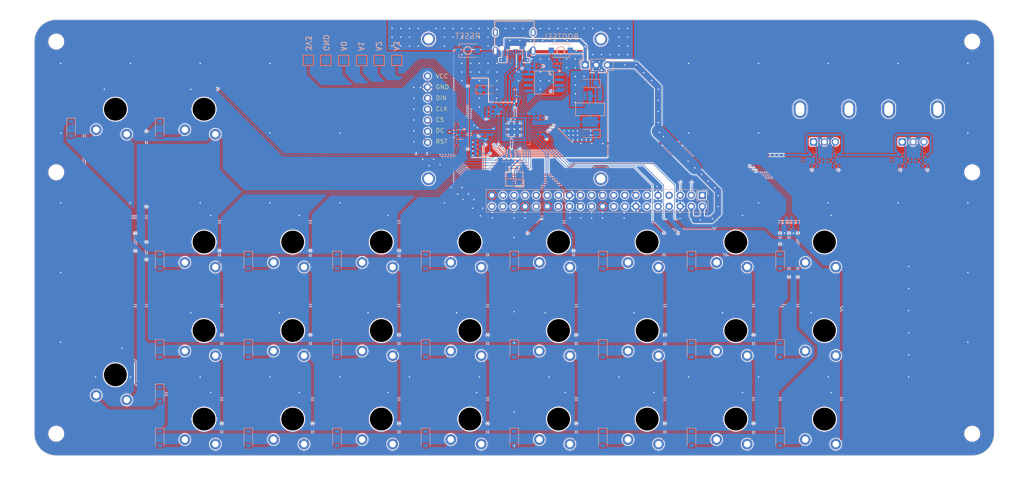
<source format=kicad_pcb>
(kicad_pcb (version 20241229) (generator "pcbnew") (generator_version "9.0")
  (layers (0 "F.Cu" signal) (4 "In1.Cu" signal) (6 "In2.Cu" signal) (2 "B.Cu" signal) (13 "F.Paste" user) (15 "B.Paste" user) (5 "F.SilkS" user "F.Silkscreen") (7 "B.SilkS" user "B.Silkscreen") (1 "F.Mask" user) (3 "B.Mask" user) (25 "Edge.Cuts" user))
  (net 0 "")
  (net 1 "GND")
  (net 2 "Net-(SW1-A)")
  (net 3 "Net-(SW2-A)")
  (net 4 "Net-(SW3-A)")
  (net 5 "Net-(SW4-A)")
  (net 6 "Net-(SW5-A)")
  (net 7 "Net-(SW6-A)")
  (net 8 "Net-(SW7-A)")
  (net 9 "Net-(SW8-A)")
  (net 10 "Net-(SW9-A)")
  (net 11 "Net-(SW10-A)")
  (net 12 "Net-(SW11-A)")
  (net 13 "Net-(SW12-A)")
  (net 14 "Net-(SW13-A)")
  (net 15 "Net-(SW14-A)")
  (net 16 "Net-(SW15-A)")
  (net 17 "Net-(SW16-A)")
  (net 18 "Net-(SW17-A)")
  (net 19 "Net-(SW18-A)")
  (net 20 "Net-(SW19-A)")
  (net 21 "Net-(SW20-A)")
  (net 22 "Net-(SW21-A)")
  (net 23 "Net-(SW22-A)")
  (net 24 "Net-(SW23-A)")
  (net 25 "Net-(SW24-A)")
  (net 26 "+1V1")
  (net 27 "Net-(C3-Pad1)")
  (net 28 "Net-(C1-Pad1)")
  (net 29 "Net-(C2-Pad1)")
  (net 30 "Net-(C18-Pad1)")
  (net 31 "+3V3")
  (net 32 "Net-(C4-Pad1)")
  (net 33 "Net-(U30-USB_DP)")
  (net 34 "Net-(U30-USB_DM)")
  (net 35 "Net-(SW26-A)")
  (net 36 "Net-(SW27-A)")
  (net 37 "Net-(SW28-A)")
  (net 38 "+5V")
  (net 39 "Net-(D1-DIN)")
  (net 40 "Net-(D1-DOUT)")
  (net 41 "Net-(D2-DOUT)")
  (net 42 "Net-(D3-DOUT)")
  (net 43 "Net-(D4-DOUT)")
  (net 44 "Net-(D5-DOUT)")
  (net 45 "Net-(D6-DOUT)")
  (net 46 "Net-(D7-DOUT)")
  (net 47 "Net-(D8-DOUT)")
  (net 48 "Net-(D10-DIN)")
  (net 49 "Net-(D10-DOUT)")
  (net 50 "Net-(D11-DOUT)")
  (net 51 "Net-(D12-DOUT)")
  (net 52 "Net-(D13-DOUT)")
  (net 53 "Net-(D14-DOUT)")
  (net 54 "Net-(D15-DOUT)")
  (net 55 "Net-(D16-DOUT)")
  (net 56 "Net-(D17-DIN)")
  (net 57 "Net-(D17-DOUT)")
  (net 58 "Net-(D18-DOUT)")
  (net 59 "Net-(D19-DOUT)")
  (net 60 "Net-(D20-DOUT)")
  (net 61 "Net-(D21-DOUT)")
  (net 62 "Net-(D22-DOUT)")
  (net 63 "Net-(D23-DOUT)")
  (net 64 "Net-(D24-DOUT)")
  (net 65 "Net-(D25-DIN)")
  (net 66 "Net-(D28-DOUT)")
  (net 67 "Net-(D29-DOUT)")
  (net 68 "Net-(D30-DOUT)")
  (net 69 "Net-(D31-DOUT)")
  (net 70 "Net-(D32-DOUT)")
  (net 77 "/I2C_SCL")
  (net 81 "/I2C_SDA")
  (net 95 "/Pi Pico 2040/XIN")
  (net 96 "/Pi Pico 2040/RUN")
  (net 97 "/Pi Pico 2040/QSPI_SS")
  (net 98 "/Pi Pico 2040/~{USB_BOOT}")
  (net 99 "/Pi Pico 2040/XOUT")
  (net 101 "/Pi Pico 2040/QSPI_SD0")
  (net 102 "/Pi Pico 2040/QSPI_SD3")
  (net 103 "/Pi Pico 2040/QSPI_SD2")
  (net 104 "/Pi Pico 2040/QSPI_SCLK")
  (net 106 "/Pi Pico 2040/QSPI_SD1")
  (net 107 "/OLED_SPI_DC")
  (net 108 "/OLED_SPI_DIN")
  (net 109 "/OLED_SPI_CS")
  (net 110 "/OLED_SPI_RST")
  (net 111 "/OLED_SPI_CLK")
  (net 112 "/Pi Pico 2040/GPIO3")
  (net 113 "/Pi Pico 2040/GPIO1")
  (net 114 "/Pi Pico 2040/GPIO0")
  (net 115 "/Pi Pico 2040/GPIO2")
  (net 118 "Net-(U31-CC1)")
  (net 119 "Net-(U31-CC2)")
  (net 120 "/ROTARY_2_A")
  (net 121 "/Pi Pico 2040/GPIO29_ADC3")
  (net 122 "/ROTARY_2_B")
  (net 123 "/Pi Pico 2040/GPIO26_ADC0")
  (net 124 "/Pi Pico 2040/GPIO27_ADC1")
  (net 126 "/Pi Pico 2040/GPIO28_ADC2")
  (net 129 "+3V3_RPI")
  (net 130 "+5V_RPI")
  (net 131 "+5V_USB")
  (net 132 "/WS2812B")
  (net 133 "/ROTARY_1_B")
  (net 134 "/ROTARY_1_A")
  (net 135 "/ROW1")
  (net 136 "/ROW2")
  (net 137 "/ROW3")
  (net 138 "/COL1")
  (net 139 "/COL2")
  (net 140 "/COL3")
  (net 141 "/COL4")
  (net 142 "/COL5")
  (net 143 "/COL6")
  (net 144 "/COL7")
  (net 145 "/COL8")
  (net 146 "/COL9")
  (net 147 "/Pi Pico 2040/USB_D+")
  (net 148 "/Pi Pico 2040/USB_D-")
  (net 149 "Net-(D26-DIN)")
  (net 150 "Net-(U27-Y)")
  (footprint "vm-1:SW_Gateron_LowProfile_THT" (layer "F.Cu") (at 55.88 128)
    (property "Reference" "SW28" (hide yes))
    (property "Value" "SW_SPST" (hide yes))
  )
  (footprint "LOGO" (layer "F.Cu") (at 239.8221 114.1824)
    (property "Reference" "G***" (hide yes))
    (property "Value" "LOGO" (hide yes))
  )
  (footprint "LED_SMD:LED_WS2812B-2020_PLCC4_2.0x2.0mm" (layer "F.Cu") (at 238.76 115.3 -90)
    (property "Reference" "D31")
    (property "Value" "WS2812B-2020")
  )
  (footprint "LED_SMD:LED_WS2812B-2020_PLCC4_2.0x2.0mm" (layer "F.Cu") (at 116.1241 132.9784 180)
    (property "Reference" "D19")
    (property "Value" "WS2812B-2020")
  )
  (footprint "MountingHole:MountingHole_3.2mm_M3" (layer "F.Cu") (at 252.32 141.52)
    (property "Reference" "H3" (hide yes))
    (property "Value" "MountingHole")
  )
  (footprint "LED_SMD:LED_WS2812B-2020_PLCC4_2.0x2.0mm" (layer "F.Cu") (at 95.8041 92.3384 180)
    (property "Reference" "D2")
    (property "Value" "WS2812B-2020")
  )
  (footprint "LED_SMD:LED_WS2812B-2020_PLCC4_2.0x2.0mm" (layer "F.Cu") (at 116.1241 112.6584)
    (property "Reference" "D14")
    (property "Value" "WS2812B-2020")
  )
  (footprint "LED_SMD:LED_WS2812B-2020_PLCC4_2.0x2.0mm" (layer "F.Cu") (at 156.7641 92.3384 180)
    (property "Reference" "D5")
    (property "Value" "WS2812B-2020")
  )
  (footprint "LED_SMD:LED_WS2812B-2020_PLCC4_2.0x2.0mm" (layer "F.Cu") (at 95.8041 112.6584)
    (property "Reference" "D15")
    (property "Value" "WS2812B-2020")
  )
  (footprint "LED_SMD:LED_WS2812B-2020_PLCC4_2.0x2.0mm" (layer "F.Cu") (at 75.4841 92.3384 180)
    (property "Reference" "D1")
    (property "Value" "WS2812B-2020")
  )
  (footprint "MountingHole:MountingHole_3.2mm_M3" (layer "F.Cu") (at 252.32 51.52)
    (property "Reference" "H5" (hide yes))
    (property "Value" "MountingHole" (hide yes))
  )
  (footprint "vm-1:SW_Gateron_LowProfile_THT" (layer "F.Cu") (at 96.52 117.84)
    (property "Reference" "SW20" (hide yes))
    (property "Value" "SW_SPST" (hide yes))
  )
  (footprint "LED_SMD:LED_WS2812B-2020_PLCC4_2.0x2.0mm" (layer "F.Cu") (at 217.7241 92.3384 180)
    (property "Reference" "D8")
    (property "Value" "WS2812B-2020")
  )
  (footprint "vm-1:SW_Gateron_LowProfile_THT" (layer "F.Cu") (at 116.84 97.52)
    (property "Reference" "SW16" (hide yes))
    (property "Value" "SW_SPST" (hide yes))
  )
  (footprint "vm-1:SW_Gateron_LowProfile_THT" (layer "F.Cu") (at 76.2 138.16)
    (property "Reference" "SW24" (hide yes))
    (property "Value" "SW_SPST" (hide yes))
  )
  (footprint "LED_SMD:LED_WS2812B-2020_PLCC4_2.0x2.0mm" (layer "F.Cu") (at 197.4041 92.3384 180)
    (property "Reference" "D7")
    (property "Value" "WS2812B-2020")
  )
  (footprint "MountingHole:MountingHole_3.2mm_M3" (layer "F.Cu") (at 252.32 81.52)
    (property "Reference" "H4" (hide yes))
    (property "Value" "MountingHole")
  )
  (footprint "LED_SMD:LED_WS2812B-2020_PLCC4_2.0x2.0mm" (layer "F.Cu") (at 177.0841 92.3384 180)
    (property "Reference" "D6")
    (property "Value" "WS2812B-2020")
  )
  (footprint "vm-1:SW_Gateron_LowProfile_THT" (layer "F.Cu") (at 177.8 138.16)
    (property "Reference" "SW9" (hide yes))
    (property "Value" "SW_SPST" (hide yes))
  )
  (footprint "LED_SMD:LED_WS2812B-2020_PLCC4_2.0x2.0mm" (layer "F.Cu") (at 177.1095 112.6584)
    (property "Reference" "D11")
    (property "Value" "WS2812B-2020")
  )
  (footprint "vm-1:RotaryEncoder_Bourns_Vertical_PEC12R-3x17F-Nxxxx" (layer "F.Cu") (at 218.44 67.04 90)
    (property "Reference" "SW25")
    (property "Value" "RotaryEncoder")
  )
  (footprint "vm-1:SW_Gateron_LowProfile_THT" (layer "F.Cu") (at 137.16 138.16)
    (property "Reference" "SW15" (hide yes))
    (property "Value" "SW_SPST" (hide yes))
  )
  (footprint "LED_SMD:LED_WS2812B-2020_PLCC4_2.0x2.0mm" (layer "F.Cu") (at 238.76 120.38 -90)
    (property "Reference" "D30")
    (property "Value" "WS2812B-2020")
  )
  (footprint "LED_SMD:LED_WS2812B-2020_PLCC4_2.0x2.0mm" (layer "F.Cu") (at 197.4041 112.6584)
    (property "Reference" "D10")
    (property "Value" "WS2812B-2020")
  )
  (footprint "LED_SMD:LED_WS2812B-2020_PLCC4_2.0x2.0mm" (layer "F.Cu") (at 116.1241 92.3384 180)
    (property "Reference" "D3")
    (property "Value" "WS2812B-2020")
  )
  (footprint "LED_SMD:LED_WS2812B-2020_PLCC4_2.0x2.0mm" (layer "F.Cu") (at 197.4041 132.9784 180)
    (property "Reference" "D23")
    (property "Value" "WS2812B-2020")
  )
  (footprint "vm-1:SW_Gateron_LowProfile_THT" (layer "F.Cu") (at 218.44 117.84)
    (property "Reference" "SW2" (hide yes))
    (property "Value" "SW_SPST" (hide yes))
  )
  (footprint "vm-1:RotaryEncoder_Bourns_Vertical_PEC12R-3x17F-Nxxxx" (layer "F.Cu") (at 238.76 67.04 90)
    (property "Reference" "SW29")
    (property "Value" "RotaryEncoder")
  )
  (footprint "MountingHole:MountingHole_3.2mm_M3" (layer "F.Cu") (at 42.32 51.52)
    (property "Reference" "H22" (hide yes))
    (property "Value" "MountingHole" (hide yes))
  )
  (footprint "vm-1:SW_Gateron_LowProfile_THT" (layer "F.Cu") (at 177.8 97.52)
    (property "Reference" "SW7" (hide yes))
    (property "Value" "SW_SPST" (hide yes))
  )
  (footprint "vm-1:SW_Gateron_LowProfile_THT" (layer "F.Cu") (at 157.48 117.84)
    (property "Reference" "SW11" (hide yes))
    (property "Value" "SW_SPST" (hide yes))
  )
  (footprint "LED_SMD:LED_WS2812B-2020_PLCC4_2.0x2.0mm" (layer "F.Cu") (at 75.4841 132.9784 180)
    (property "Reference" "D17")
    (property "Value" "WS2812B-2020")
  )
  (footprint "vm-1:SW_Gateron_LowProfile_THT" (layer "F.Cu") (at 177.8 117.84)
    (property "Reference" "SW8" (hide yes))
    (property "Value" "SW_SPST" (hide yes))
  )
  (footprint "vm-1:SW_Gateron_LowProfile_THT" (layer "F.Cu") (at 157.48 138.16)
    (property "Reference" "SW12" (hide yes))
    (property "Value" "SW_SPST" (hide yes))
  )
  (footprint "vm-1:SW_Gateron_LowProfile_THT" (layer "F.Cu") (at 218.44 97.52)
    (property "Reference" "SW1" (hide yes))
    (property "Value" "SW_SPST" (hide yes))
  )
  (footprint "vm-1:SW_Gateron_LowProfile_THT" (layer "F.Cu") (at 76.2 67.04)
    (property "Reference" "SW27" (hide yes))
    (property "Value" "SW_SPST" (hide yes))
  )
  (footprint "vm-1:SW_Gateron_LowProfile_THT" (layer "F.Cu") (at 116.84 117.84)
    (property "Reference" "SW17" (hide yes))
    (property "Value" "SW_SPST" (hide yes))
  )
  (footprint "LED_SMD:LED_WS2812B-2020_PLCC4_2.0x2.0mm" (layer "F.Cu") (at 217.7241 132.9784 180)
    (property "Reference" "D24")
    (property "Value" "WS2812B-2020")
  )
  (footprint "LED_SMD:LED_WS2812B-2020_PLCC4_2.0x2.0mm" (layer "F.Cu") (at 156.7641 112.6584)
    (property "Reference" "D12")
    (property "Value" "WS2812B-2020")
  )
  (footprint "vm-1:SW_Gateron_LowProfile_THT" (layer "F.Cu") (at 157.48 97.52)
    (property "Reference" "SW10" (hide yes))
    (property "Value" "SW_SPST" (hide yes))
  )
  (footprint "LED_SMD:LED_WS2812B-2020_PLCC4_2.0x2.0mm" (layer "F.Cu") (at 95.8041 132.9784 180)
    (property "Reference" "D18")
    (property "Value" "WS2812B-2020")
  )
  (footprint "LED_SMD:LED_WS2812B-2020_PLCC4_2.0x2.0mm" (layer "F.Cu") (at 217.7241 112.6584)
    (property "Reference" "D9")
    (property "Value" "WS2812B-2020")
  )
  (footprint "vm-1:SW_Gateron_LowProfile_THT" (layer "F.Cu") (at 76.2 97.52)
    (property "Reference" "SW22" (hide yes))
    (property "Value" "SW_SPST" (hide yes))
  )
  (footprint "MountingHole:MountingHole_3.2mm_M3" (layer "F.Cu") (at 42.32 141.52)
    (property "Reference" "H2" (hide yes))
    (property "Value" "MountingHole")
  )
  (footprint "LED_SMD:LED_WS2812B-2020_PLCC4_2.0x2.0mm" (layer "F.Cu") (at 238.76 125.46 -90)
    (property "Reference" "D29")
    (property "Value" "WS2812B-2020")
  )
  (footprint "vm-1:SW_Gateron_LowProfile_THT" (layer "F.Cu") (at 137.16 117.84)
    (property "Reference" "SW14" (hide yes))
    (property "Value" "SW_SPST" (hide yes))
  )
  (footprint "vm-1:SW_Gateron_LowProfile_THT" (layer "F.Cu") (at 198.12 138.16)
    (property "Reference" "SW6" (hide yes))
    (property "Value" "SW_SPST" (hide yes))
  )
  (footprint "LED_SMD:LED_WS2812B-2020_PLCC4_2.0x2.0mm" (layer "F.Cu") (at 55.1641 122.8184 180)
    (property "Reference" "D27")
    (property "Value" "WS2812B-2020")
  )
  (footprint "vm-1:SW_Gateron_LowProfile_THT" (layer "F.Cu") (at 96.52 138.16)
    (property "Reference" "SW21" (hide yes))
    (property "Value" "SW_SPST" (hide yes))
  )
  (footprint "LED_SMD:LED_WS2812B-2020_PLCC4_2.0x2.0mm" (layer "F.Cu") (at 136.4441 92.3384 180)
    (property "Reference" "D4")
    (property "Value" "WS2812B-2020")
  )
  (footprint "vm-1:SW_Gateron_LowProfile_THT" (layer "F.Cu") (at 55.88 67.04)
    (property "Reference" "SW26" (hide yes))
    (property "Value" "SW_SPST" (hide yes))
  )
  (footprint "vm-1:Waveshare-OLED-RGB-1.5in" (layer "F.Cu") (at 127.7411 67.04)
    (property "Reference" "J3" (hide yes))
    (property "Value" "Conn_01x07_Pin" (hide yes))
  )
  (footprint "vm-1:SW_Gateron_LowProfile_THT" (layer "F.Cu") (at 198.12 97.52)
    (property "Reference" "SW4" (hide yes))
    (property "Value" "SW_SPST" (hide yes))
  )
  (footprint "LED_SMD:LED_WS2812B-2020_PLCC4_2.0x2.0mm" (layer "F.Cu") (at 55.2149 61.8584)
    (property "Reference" "D25")
    (property "Value" "WS2812B-2020")
  )
  (footprint "LED_SMD:LED_WS2812B-2020_PLCC4_2.0x2.0mm" (layer "F.Cu") (at 75.539 61.8584)
    (property "Reference" "D26")
    (property "Value" "WS2812B-2020")
  )
  (footprint "LED_SMD:LED_WS2812B-2020_PLCC4_2.0x2.0mm" (layer "F.Cu") (at 156.7641 132.9784 180)
    (property "Reference" "D21")
    (property "Value" "WS2812B-2020")
  )
  (footprint "vm-1:SW_Gateron_LowProfile_THT" (layer "F.Cu") (at 96.52 97.52)
    (property "Reference" "SW19" (hide yes))
    (property "Value" "SW_SPST" (hide yes))
  )
  (footprint "LED_SMD:LED_WS2812B-2020_PLCC4_2.0x2.0mm" (layer "F.Cu") (at 75.4841 112.6584)
    (property "Reference" "D16")
    (property "Value" "WS2812B-2020")
  )
  (footprint "vm-1:SW_Gateron_LowProfile_THT" (layer "F.Cu") (at 198.12 117.84)
    (property "Reference" "SW5" (hide yes))
    (property "Value" "SW_SPST" (hide yes))
  )
  (footprint "MountingHole:MountingHole_3.2mm_M3" (layer "F.Cu") (at 42.32 81.52)
    (property "Reference" "H1" (hide yes))
    (property "Value" "MountingHole")
  )
  (footprint "LED_SMD:LED_WS2812B-2020_PLCC4_2.0x2.0mm" (layer "F.Cu") (at 136.4441 132.9784 180)
    (property "Reference" "D20")
    (property "Value" "WS2812B-2020")
  )
  (footprint "vm-1:SW_Gateron_LowProfile_THT" (layer "F.Cu") (at 76.2 117.84)
    (property "Reference" "SW23" (hide yes))
    (property "Value" "SW_SPST" (hide yes))
  )
  (footprint "vm-1:SW_Gateron_LowProfile_THT" (layer "F.Cu") (at 137.16 97.52)
    (property "Reference" "SW13" (hide yes))
    (property "Value" "SW_SPST" (hide yes))
  )
  (footprint "LED_SMD:LED_WS2812B-2020_PLCC4_2.0x2.0mm" (layer "F.Cu") (at 136.4441 112.6584)
    (property "Reference" "D13")
    (property "Value" "WS2812B-2020")
  )
  (footprint "LED_SMD:LED_WS2812B-2020_PLCC4_2.0x2.0mm" (layer "F.Cu") (at 238.76 110.22 -90)
    (property "Reference" "D32")
    (property "Value" "WS2812B-2020")
  )
  (footprint "LED_SMD:LED_WS2812B-2020_PLCC4_2.0x2.0mm" (layer "F.Cu") (at 177.0841 132.9784 180)
    (property "Reference" "D22")
    (property "Value" "WS2812B-2020")
  )
  (footprint "vm-1:SW_Gateron_LowProfile_THT" (layer "F.Cu") (at 218.44 138.16)
    (property "Reference" "SW3" (hide yes))
    (property "Value" "SW_SPST" (hide yes))
  )
  (footprint "LED_SMD:LED_WS2812B-2020_PLCC4_2.0x2.0mm" (layer "F.Cu") (at 238.76 105.14 -90)
    (property "Reference" "D33")
    (property "Value" "WS2812B-2020")
  )
  (footprint "vm-1:SW_Gateron_LowProfile_THT" (layer "F.Cu") (at 116.84 138.16)
    (property "Reference" "SW18" (hide yes))
    (property "Value" "SW_SPST" (hide yes))
  )
  (footprint "LED_SMD:LED_WS2812B-2020_PLCC4_2.0x2.0mm" (layer "F.Cu") (at 238.76 130.54 -90)
    (property "Reference" "D28")
    (property "Value" "WS2812B-2020")
  )
  (footprint "Connector_PinHeader_2.54mm:PinHeader_1x03_P2.54mm_Vertical" (layer "B.Cu") (at 163.576 56.88 -90)
    (property "Reference" "JP1" (hide yes))
    (property "Value" "5V power selector")
  )
  (footprint "Diode_SMD:D_SOD-123" (layer "B.Cu") (at 208.28 122.285 -90)
    (property "Reference" "U1" (hide yes))
    (property "Value" "1N4148W_C81598")
  )
  (footprint "TestPoint:TestPoint_Pad_2.0x2.0mm" (layer "B.Cu") (at 120.396 55.8386 -90)
    (property "Reference" "ADC_3" (hide yes))
    (property "Value" "ADC_3")
  )
  (footprint "vm-1-from-jlcpcb:SW-SMD_L3.9-W3.0-P4.45" (layer "B.Cu") (at 136.652 53.578)
    (property "Reference" "U34" (hide yes))
    (property "Value" "TS-1088-AR02016")
  )
  (footprint "Capacitor_Tantalum_SMD:CP_EIA-3216-10_Kemet-I" (layer "B.Cu") (at 164.719 72.626152 180)
    (property "Reference" "C21" (hide yes))
    (property "Value" "10u")
  )
  (footprint "vm-1-from-jlcpcb:SOIC-8_L5.3-W5.3-P1.27-LS8.0-BL" (layer "B.Cu") (at 154.1272 60.918473 -90)
    (property "Reference" "U32" (hide yes))
    (property "Value" "W25Q128JVSIQTR")
  )
  (footprint "Diode_SMD:D_SOD-123" (layer "B.Cu") (at 147.32 122.285 -90)
    (property "Reference" "U10" (hide yes))
    (property "Value" "1N4148W_C81598")
  )
  (footprint "Diode_SMD:D_SOD-123" (layer "B.Cu") (at 147.32 101.965 -90)
    (property "Reference" "U9" (hide yes))
    (property "Value" "1N4148W_C81598")
  )
  (footprint "TestPoint:TestPoint_Pad_2.0x2.0mm" (layer "B.Cu") (at 112.3442 55.8386 -90)
    (property "Reference" "ADC_1" (hide yes))
    (property "Value" "ADC_1" (hide yes))
  )
  (footprint "Resistor_SMD:R_0402_1005Metric" (layer "B.Cu") (at 221.1371 77.5556 180)
    (property "Reference" "R2" (hide yes))
    (property "Value" "10k")
  )
  (footprint "Diode_SMD:D_SOD-123" (layer "B.Cu") (at 66.04 132.445 -90)
    (property "Reference" "U28" (hide yes))
    (property "Value" "1N4148W_C81598")
  )
  (footprint "Resistor_SMD:R_0402_1005Metric" (layer "B.Cu") (at 216.0571 80.0956 180)
    (property "Reference" "R3" (hide yes))
    (property "Value" "10k")
  )
  (footprint "Capacitor_SMD:C_0402_1005Metric" (layer "B.Cu") (at 146.128423 80.5528 180)
    (property "Reference" "C18" (hide yes))
    (property "Value" "15p")
  )
  (footprint "Diode_SMD:D_SOD-123" (layer "B.Cu") (at 127 122.285 -90)
    (property "Reference" "U13" (hide yes))
    (property "Value" "1N4148W_C81598")
  )
  (footprint "Diode_SMD:D_SOD-123" (layer "B.Cu") (at 208.28 142.605 -90)
    (property "Reference" "U2" (hide yes))
    (property "Value" "1N4148W_C81598")
  )
  (footprint "TestPoint:TestPoint_Pad_2.0x2.0mm" (layer "B.Cu") (at 100.12 55.82 180)
    (property "Reference" "3.3V1" (hide yes))
    (property "Value" "3.3V" (hide yes))
  )
  (footprint "Resistor_SMD:R_0402_1005Metric" (layer "B.Cu") (at 241.4063 77.5556 180)
    (property "Reference" "R7" (hide yes))
    (property "Value" "10k")
  )
  (footprint "Capacitor_SMD:C_0402_1005Metric" (layer "B.Cu") (at 237.5963 78.8256)
    (property "Reference" "C4" (hide yes))
    (property "Value" "10n")
  )
  (footprint "Resistor_SMD:R_0402_1005Metric" (layer "B.Cu") (at 221.1371 80.0956)
    (property "Reference" "R4" (hide yes))
    (property "Value" "10k")
  )
  (footprint "Resistor_SMD:R_0402_1005Metric" (layer "B.Cu") (at 145.293835 65.562673 -90)
    (property "Reference" "R13" (hide yes))
    (property "Value" "27")
  )
  (footprint "Resistor_SMD:R_0402_1005Metric" (layer "B.Cu") (at 208.8154 92.9734 180)
    (property "Reference" "R9" (hide yes))
    (property "Value" "10k" (hide yes))
  )
  (footprint "Capacitor_SMD:C_0402_1005Metric" (layer "B.Cu") (at 213.614 78.216 -90)
    (property "Reference" "C23" (hide yes))
    (property "Value" "1u")
  )
  (footprint "Diode_SMD:D_SOD-123" (layer "B.Cu") (at 167.64 101.965 -90)
    (property "Reference" "U6" (hide yes))
    (property "Value" "1N4148W_C81598")
  )
  (footprint "Capacitor_SMD:C_0402_1005Metric" (layer "B.Cu") (at 143.261835 65.562673 90)
    (property "Reference" "C10" (hide yes))
    (property "Value" "1u")
  )
  (footprint "Capacitor_SMD:C_0402_1005Metric" (layer "B.Cu") (at 219.8671 78.8256 180)
    (property "Reference" "C2" (hide yes))
    (property "Value" "10n")
  )
  (footprint "TestPoint:TestPoint_Pad_2.0x2.0mm" (layer "B.Cu") (at 108.204 55.864 -90)
    (property "Reference" "ADC_0" (hide yes))
    (property "Value" "ADC_0")
  )
  (footprint "Resistor_SMD:R_0402_1005Metric" (layer "B.Cu") (at 138.938 75.676)
    (property "Reference" "R18" (hide yes))
    (property "Value" "10k")
  )
  (footprint "TestPoint:TestPoint_Pad_2.0x2.0mm" (layer "B.Cu") (at 104.12 55.82 180)
    (property "Reference" "GND1" (hide yes))
    (property "Value" "GND" (hide yes))
  )
  (footprint "Diode_SMD:D_SOD-123" (layer "B.Cu") (at 167.64 142.605 -90)
    (property "Reference" "U8" (hide yes))
    (property "Value" "1N4148W_C81598")
  )
  (footprint "Capacitor_SMD:C_0402_1005Metric" (layer "B.Cu") (at 140.688 72.877 180)
    (property "Reference" "C12" (hide yes))
    (property "Value" "100n")
  )
  (footprint "Resistor_SMD:R_0402_1005Metric" (layer "B.Cu") (at 211.836 92.9734)
    (property "Reference" "R11" (hide yes))
    (property "Value" "10k" (hide yes))
  )
  (footprint "Resistor_SMD:R_0402_1005Metric" (layer "B.Cu") (at 236.3263 80.0956 180)
    (property "Reference" "R6" (hide yes))
    (property "Value" "10k")
  )
  (footprint "Capacitor_SMD:C_0402_1005Metric" (layer "B.Cu") (at 153.2636 72.755)
    (property "Reference" "C13" (hide yes))
    (property "Value" "100n")
  )
  (footprint "Capacitor_SMD:C_0402_1005Metric" (layer "B.Cu") (at 145.039835 78.3898 90)
    (property "Reference" "C22" (hide yes))
    (property "Value" "100n")
  )
  (footprint "vm-1-from-jlcpcb:SOT-223-3_L6.5-W3.4-P2.30-LS7.0-BR" (layer "B.Cu") (at 164.719 66.961952 90)
    (property "Reference" "U29" (hide yes))
    (property "Value" "AMS1117-3_3")
  )
  (footprint "vm-1-from-jlcpcb:USB-C-SMD_TYPE-C-6PIN-2MD-073" (layer "B.Cu") (at 147.32 51.8)
    (property "Reference" "U31" (hide yes))
    (property "Value" "TYPE-C_16PIN_2MD(073)")
  )
  (footprint "Diode_SMD:D_SOD-123" (layer "B.Cu") (at 86.36 142.605 -90)
    (property "Reference" "U20" (hide yes))
    (property "Value" "1N4148W_C81598")
  )
  (footprint "Diode_SMD:D_SOD-123" (layer "B.Cu") (at 187.96 122.285 -90)
    (property "Reference" "U4" (hide yes))
    (property "Value" "1N4148W_C81598")
  )
  (footprint "Capacitor_SMD:C_0402_1005Metric" (layer "B.Cu") (at 152.4 57.133873)
    (property "Reference" "C5" (hide yes))
    (property "Value" "100n")
  )
  (footprint "Resistor_SMD:R_0402_1005Metric" (layer "B.Cu") (at 241.4851 80.0956)
    (property "Reference" "R5" (hide yes))
    (property "Value" "10k")
  )
  (footprint "Resistor_SMD:R_0402_1005Metric" (layer "B.Cu") (at 216.0571 77.5556)
    (property "Reference" "R1" (hide yes))
    (property "Value" "10k")
  )
  (footprint "vm-1-from-jlcpcb:CRYSTAL-SMD_4P-L3.2-W2.5-BL" (layer "B.Cu") (at 147.32 83.042 180)
    (property "Reference" "X2" (hide yes))
    (property "Value" "ABM8-272-T3_C20625731")
  )
  (footprint "Capacitor_SMD:C_0402_1005Metric" (layer "B.Cu") (at 141.4552 68.106673 180)
    (property "Reference" "C15" (hide yes))
    (property "Value" "100n")
  )
  (footprint "Capacitor_Tantalum_SMD:CP_EIA-3216-10_Kemet-I" (layer "B.Cu") (at 164.719 61.119952 180)
    (property "Reference" "C20" (hide yes))
    (property "Value" "10u")
  )
  (footprint "Resistor_SMD:R_0402_1005Metric" (layer "B.Cu") (at 138.936 74.66)
    (property "Reference" "R21" (hide yes))
    (property "Value" "10k")
  )
  (footprint "Resistor_SMD:R_0402_1005Metric" (layer "B.Cu") (at 138.936 76.692)
    (property "Reference" "R22" (hide yes))
    (property "Value" "10k")
  )
  (footprint "Diode_SMD:D_SOD-123" (layer "B.Cu") (at 167.64 122.285 -90)
    (property "Reference" "U7" (hide yes))
    (property "Value" "1N4148W_C81598")
  )
  (footprint "Connector_PinSocket_2.54mm:PinSocket_2x20_P2.54mm_Vertical" (layer "B.Cu") (at 190.4492 86.8012 90)
    (property "Reference" "J1" (hide yes))
    (property "Value" "Raspberry_Pi_5_GPIO")
  )
  (footprint "Diode_SMD:D_SOD-123" (layer "B.Cu") (at 66.04 122.285 -90)
    (property "Reference" "U22" (hide yes))
    (property "Value" "1N4148W_C81598")
  )
  (footprint "Diode_SMD:D_SOD-123" (layer "B.Cu") (at 66.04 71.485 -90)
    (property "Reference" "U26" (hide yes))
    (property "Value" "1N4148W_C81598")
  )
  (footprint "Resistor_SMD:R_0402_1005Metric" (layer "B.Cu") (at 210.7946 94.0656 180)
    (property "Reference" "R10" (hide yes))
    (property "Value" "10k" (hide yes))
  )
  (footprint "Capacitor_SMD:C_0402_1005Metric" (layer "B.Cu") (at 147.071835 78.3898 -90)
    (property "Reference" "C14" (hide yes))
    (property "Value" "100n")
  )
  (footprint "Diode_SMD:D_SOD-123" (layer "B.Cu") (at 208.28 101.965 -90)
    (property "Reference" "U25" (hide yes))
    (property "Value" "1N4148W_C81598")
  )
  (footprint "vm-1:RP2040-QFN-56" (layer "B.Cu") (at 147.32 71.6125 180)
    (property "Reference" "U30" (hide yes))
    (property "Value" "RP2040")
  )
  (footprint "Diode_SMD:D_SOD-123" (layer "B.Cu") (at 66.04 101.965 -90)
    (property "Reference" "U21" (hide yes))
    (property "Value" "1N4148W_C81598" (hide yes))
  )
  (footprint "Capacitor_SMD:C_0402_1005Metric" (layer "B.Cu") (at 144.277835 65.566673 90)
    (property "Reference" "C8" (hide yes))
    (property "Value" "1u")
  )
  (footprint "Capacitor_SMD:C_0402_1005Metric" (layer "B.Cu") (at 141.4552 67.090673 180)
    (property "Reference" "C16" (hide yes))
    (property "Value" "100n")
  )
  (footprint "Resistor_SMD:R_0402_1005Metric" (layer "B.Cu") (at 149.098 56.372 90)
    (property "Reference" "R17" (hide yes))
    (property "Value" "5.1k")
  )
  (footprint "Diode_SMD:D_SOD-123" (layer "B.Cu") (at 86.36 101.965 -90)
    (property "Reference" "U18" (hide yes))
    (property "Value" "1N4148W_C81598")
  )
  (footprint "Resistor_SMD:R_0402_1005Metric" (layer "B.Cu") (at 146.309835 65.564673 -90)
    (property "Reference" "R12" (hide yes))
    (property "Value" "27")
  )
  (footprint "Resistor_SMD:R_0402_1005Metric" (layer "B.Cu") (at 134.112 75.422 90)
    (property "Reference" "R23" (hide yes))
    (property "Value" "27")
  )
  (footprint "Diode_SMD:D_SOD-123" (layer "B.Cu") (at 106.68 142.605 -90)
    (property "Reference" "U17" (hide yes))
    (property "Value" "1N4148W_C81598")
  )
  (footprint "Diode_SMD:D_SOD-123" (layer "B.Cu") (at 66.04 142.605 -90)
    (property "Reference" "U23" (hide yes))
    (property "Value" "1N4148W_C81598")
  )
  (footprint "Diode_SMD:D_SOD-123" (layer "B.Cu") (at 127 142.605 -90)
    (property "Reference" "U14" (hide yes))
    (property "Value" "1N4148W_C81598")
  )
  (footprint "Resistor_SMD:R_0402_1005Metric" (layer "B.Cu") (at 157.6832 56.594473 -90)
    (property "Reference" "R14" (hide yes))
    (property "Value" "DNF")
  )
  (footprint "Capacitor_SMD:C_0402_1005Metric" (layer "B.Cu") (at 148.442423 80.5528)
    (property "Reference" "C17" (hide yes))
    (property "Value" "15p")
  )
  (footprint "Resistor_SMD:R_0402_1005Metric" (layer "B.Cu") (at 138.934 77.708)
    (property "Reference" "R20" (hide yes))
    (property "Value" "10k")
  )
  (footprint "Diode_SMD:D_SOD-123" (layer "B.Cu") (at 127 101.965 -90)
    (property "Reference" "U12" (hide yes))
    (property "Value" "1N4148W_C81598")
  )
  (footprint "vm-1-from-jlcpcb:SOT-353_L2.1-W1.3-P0.65-LS2.3-BR" (layer "B.Cu") (at 134.874 72.882)
    (property "Reference" "U27" (hide yes))
    (property "Value" "74LVC1G17GW,125_C426705")
  )
  (footprint "Resistor_SMD:R_0402_1005Metric" (layer "B.Cu") (at 156.6672 56.598473 90)
    (property "Reference" "R15" (hide yes))
    (property "Value" "1k")
  )
  (footprint "Diode_SMD:D_SOD-123" (layer "B.Cu") (at 147.32 142.605 -90)
    (property "Reference" "U11" (hide yes))
    (property "Value" "1N4148W_C81598")
  )
  (footprint "Resistor_SMD:R_0402_1005Metric" (layer "B.Cu") (at 146.05 56.372 90)
    (property "Reference" "R19" (hide yes))
    (property "Value" "5.1k")
  )
  (footprint "Capacitor_SMD:C_0402_1005Metric" (layer "B.Cu") (at 217.3271 78.8256)
    (property "Reference" "C1" (hide yes))
    (property "Value" "10n")
  )
  (footprint "Diode_SMD:D_SOD-123" (layer "B.Cu") (at 187.96 101.965 -90)
    (property "Reference" "U3" (hide yes))
    (property "Value" "1N4148W_C81598")
  )
  (footprint "Diode_SMD:D_SOD-123" (layer "B.Cu") (at 86.36 122.285 -90)
    (property "Reference" "U19" (hide yes))
    (property "Value" "1N4148W_C81598")
  )
  (footprint "Diode_SMD:D_SOD-123" (layer "B.Cu") (at 106.68 122.285 -90)
    (property "Reference" "U16" (hide yes))
    (property "Value" "1N4148W_C81598")
  )
  (footprint "vm-1-from-jlcpcb:SW-SMD_L3.9-W3.0-P4.45" (layer "B.Cu") (at 157.988 53.578 180)
    (property "Reference" "U33" (hide yes))
    (property "Value" "TS-1088-AR02016")
  )
  (footprint "Capacitor_SMD:C_0402_1005Metric" (layer "B.Cu") (at 134.112 70.342 90)
    (property "Reference" "C25" (hide yes))
    (property "Value" "100n")
  )
  (footprint "Capacitor_SMD:C_0402_1005Metric" (layer "B.Cu") (at 147.3429 64.6017 90)
    (property "Reference" "C9" (hide yes))
    (property "Value" "100n")
  )
  (footprint "Resistor_SMD:R_0402_1005Metric" (layer "B.Cu") (at 148.087835 78.3938 -90)
    (property "Reference" "R16" (hide yes))
    (property "Value" "1k")
  )
  (footprint "TestPoint:TestPoint_Pad_2.0x2.0mm" (layer "B.Cu") (at 116.332 55.8386 -90)
    (property "Reference" "ADC_2" (hide yes))
    (property "Value" "ADC_2")
  )
  (footprint "Capacitor_SMD:C_0402_1005Metric" (layer "B.Cu") (at 233.934 78.216 -90)
    (property "Reference" "C24" (hide yes))
    (property "Value" "1u")
  )
  (footprint "Capacitor_SMD:C_0402_1005Metric" (layer "B.Cu") (at 146.055835 78.3898 -90)
    (property "Reference" "C7" (hide yes))
    (property "Value" "100n")
  )
  (footprint "Diode_SMD:D_SOD-123" (layer "B.Cu") (at 106.68 101.965 -90)
    (property "Reference" "U15" (hide yes))
    (property "Value" "1N4148W_C81598")
  )
  (footprint "Capacitor_SMD:C_0402_1005Metric" (layer "B.Cu") (at 153.2636 69.021073)
    (property "Reference" "C11" (hide yes))
    (property "Value" "100n")
  )
  (footprint "Diode_SMD:D_SOD-123" (layer "B.Cu") (at 187.96 142.605 -90)
    (property "Reference" "U5" (hide yes))
    (property "Value" "1N4148W_C81598")
  )
  (footprint "Resistor_SMD:R_0402_1005Metric" (layer "B.Cu") (at 236.3263 77.5556)
    (property "Reference" "R8" (hide yes))
    (property "Value" "10k")
  )
  (footprint "Capacitor_SMD:C_0402_1005Metric" (layer "B.Cu") (at 240.1363 78.8256 180)
    (property "Reference" "C3" (hide yes))
    (property "Value" "10n")
  )
  (footprint "Capacitor_SMD:C_0402_1005Metric" (layer "B.Cu") (at 148.336 64.601473 90)
    (property "Reference" "C6" (hide yes))
    (property "Value" "100n")
  )
  (footprint "Diode_SMD:D_SOD-123" (layer "B.Cu") (at 45.72 71.485 -90)
    (property "Reference" "U24" (hide yes))
    (property "Value" "1N4148W_C81598")
  )
  (footprint "Capacitor_Tantalum_SMD:CP_EIA-3216-10_Kemet-I" (layer "B.Cu") (at 140.843 62.595)
    (property "Reference" "C19" (hide yes))
    (property "Value" "10u")
  )
  (gr_line (start 252.32 146.52) (end 42.32 146.52) (stroke (width 0.1)) (layer "Edge.Cuts"))
  (gr_arc (start 257.32 141.52) (mid 255.855534 145.055534) (end 252.32 146.52) (stroke (width 0.1)) (layer "Edge.Cuts"))
  (gr_arc (start 42.32 146.52) (mid 38.784466 145.055534) (end 37.32 141.52) (stroke (width 0.1)) (layer "Edge.Cuts"))
  (gr_line (start 42.32 46.52) (end 252.32 46.52) (stroke (width 0.1)) (layer "Edge.Cuts"))
  (gr_line (start 257.32 51.52) (end 257.32 141.52) (stroke (width 0.1)) (layer "Edge.Cuts"))
  (gr_arc (start 37.32 51.52) (mid 38.784466 47.984466) (end 42.32 46.52) (stroke (width 0.1)) (layer "Edge.Cuts"))
  (gr_arc (start 252.32 46.52) (mid 255.855534 47.984466) (end 257.32 51.52) (stroke (width 0.1)) (layer "Edge.Cuts"))
  (gr_line (start 37.32 141.52) (end 37.32 51.52) (stroke (width 0.1)) (layer "Edge.Cuts"))
  (gr_text "A3\n\nA2\n\nA1\n\nA0\n\nGND\n\n3V3" (at 99.42 53.82 270) (layer "B.SilkS") (effects (font (size 1.25 1.25) (thickness 0.1875)) (justify left bottom mirror)))
  (segment (start 216.8091 113.2084) (end 215.9596 113.2084) (width 0.25) (layer "F.Cu") (net 1))
  (segment (start 198.3191 91.7884) (end 199.2796 91.7884) (width 0.25) (layer "F.Cu") (net 1))
  (segment (start 175.3196 113.2084) (end 174.752 113.776) (width 0.25) (layer "F.Cu") (net 1))
  (segment (start 77.3596 91.7884) (end 77.724 91.424) (width 0.25) (layer "F.Cu") (net 1))
  (segment (start 219.5996 91.7884) (end 219.964 91.424) (width 0.25) (layer "F.Cu") (net 1))
  (segment (start 219.5996 132.4284) (end 219.964 132.064) (width 0.25) (layer "F.Cu") (net 1))
  (segment (start 238.21 119.465) (end 238.21 118.814) (width 0.25) (layer "F.Cu") (net 1))
  (segment (start 238.21 129.625) (end 238.21 128.974) (width 0.25) (layer "F.Cu") (net 1))
  (segment (start 199.2796 91.7884) (end 199.644 91.424) (width 0.25) (layer "F.Cu") (net 1))
  (segment (start 73.7196 113.2084) (end 73.152 113.776) (width 0.25) (layer "F.Cu") (net 1))
  (segment (start 115.2091 113.2084) (end 114.3596 113.2084) (width 0.25) (layer "F.Cu") (net 1))
  (segment (start 177.9991 91.7884) (end 177.6564 91.7884) (width 0.25) (layer "F.Cu") (net 1))
  (segment (start 176.1945 113.2084) (end 175.3196 113.2084) (width 0.25) (layer "F.Cu") (net 1))
  (segment (start 238.21 103.574) (end 237.744 103.108) (width 0.25) (layer "F.Cu") (net 1))
  (segment (start 238.21 114.385) (end 238.21 113.734) (width 0.25) (layer "F.Cu") (net 1))
  (segment (start 238.21 108.654) (end 237.744 108.188) (width 0.25) (layer "F.Cu") (net 1))
  (segment (start 77.3596 132.4284) (end 77.724 132.064) (width 0.25) (layer "F.Cu") (net 1))
  (segment (start 199.2796 132.4284) (end 199.644 132.064) (width 0.25) (layer "F.Cu") (net 1))
  (segment (start 155.8491 113.2084) (end 154.9996 113.2084) (width 0.25) (layer "F.Cu") (net 1))
  (segment (start 154.9996 113.2084) (end 154.432 113.776) (width 0.25) (layer "F.Cu") (net 1))
  (segment (start 117.9996 91.7884) (end 118.364 91.424) (width 0.25) (layer "F.Cu") (net 1))
  (segment (start 196.4891 113.2084) (end 195.6396 113.2084) (width 0.25) (layer "F.Cu") (net 1))
  (segment (start 238.21 124.545) (end 238.21 123.894) (width 0.25) (layer "F.Cu") (net 1))
  (segment (start 53.3996 62.4084) (end 53.34 62.468) (width 0.25) (layer "F.Cu") (net 1))
  (segment (start 180.2892 84.9892) (end 180.07 84.77) (width 0.25) (layer "F.Cu") (net 1))
  (segment (start 97.6796 132.4284) (end 98.044 132.064) (width 0.25) (layer "F.Cu") (net 1))
  (segment (start 54.2999 62.4084) (end 53.3996 62.4084) (width 0.25) (layer "F.Cu") (net 1))
  (segment (start 74.624 62.4084) (end 73.2116 62.4084) (width 0.25) (layer "F.Cu") (net 1))
  (segment (start 138.3196 91.7884) (end 138.684 91.424) (width 0.25) (layer "F.Cu") (net 1))
  (segment (start 137.3591 132.4284) (end 138.3196 132.4284) (width 0.25) (layer "F.Cu") (net 1))
  (segment (start 218.6391 91.7884) (end 219.5996 91.7884) (width 0.25) (layer "F.Cu") (net 1))
  (segment (start 215.9596 113.2084) (end 215.392 113.776) (width 0.25) (layer "F.Cu") (net 1))
  (segment (start 57.0396 122.2684) (end 57.404 121.904) (width 0.25) (layer "F.Cu") (net 1))
  (segment (start 94.0396 113.2084) (end 93.472 113.776) (width 0.25) (layer "F.Cu") (net 1))
  (segment (start 76.3991 91.7884) (end 77.3596 91.7884) (width 0.25) (layer "F.Cu") (net 1))
  (segment (start 195.6396 113.2084) (end 195.072 113.776) (width 0.25) (layer "F.Cu") (net 1))
  (segment (start 198.3191 132.4284) (end 199.2796 132.4284) (width 0.25) (layer "F.Cu") (net 1))
  (segment (start 238.21 128.974) (end 237.744 128.508) (width 0.25) (layer "F.Cu") (net 1))
  (segment (start 117.9996 132.4284) (end 118.364 132.064) (width 0.25) (layer "F.Cu") (net 1))
  (segment (start 157.6791 132.4284) (end 158.6396 132.4284) (width 0.25) (layer "F.Cu") (net 1))
  (segment (start 218.6391 132.4284) (end 219.5996 132.4284) (width 0.25) (layer "F.Cu") (net 1))
  (segment (start 96.7191 91.7884) (end 97.6796 91.7884) (width 0.25) (layer "F.Cu") (net 1))
  (segment (start 74.5691 113.2084) (end 73.7196 113.2084) (width 0.25) (layer "F.Cu") (net 1))
  (segment (start 117.0391 91.7884) (end 117.9996 91.7884) (width 0.25) (layer "F.Cu") (net 1))
  (segment (start 97.6796 91.7884) (end 98.044 91.424) (width 0.25) (layer "F.Cu") (net 1))
  (segment (start 117.0391 132.4284) (end 117.9996 132.4284) (width 0.25) (layer "F.Cu") (net 1))
  (segment (start 73.2116 62.4084) (end 73.152 62.468) (width 0.25) (layer "F.Cu") (net 1))
  (segment (start 177.6564 91.7884) (end 176.604 90.736) (width 0.25) (layer "F.Cu") (net 1))
  (segment (start 238.21 118.814) (end 237.744 118.348) (width 0.25) (layer "F.Cu") (net 1))
  (segment (start 178.9596 132.4284) (end 179.324 132.064) (width 0.25) (layer "F.Cu") (net 1))
  (segment (start 180.2892 86.8012) (end 180.2892 84.9892) (width 0.25) (layer "F.Cu") (net 1))
  (segment (start 238.21 113.734) (end 237.744 113.268) (width 0.25) (layer "F.Cu") (net 1))
  (segment (start 135.5291 113.2084) (end 134.6796 113.2084) (width 0.25) (layer "F.Cu") (net 1))
  (segment (start 238.21 109.305) (end 238.21 108.654) (width 0.25) (layer "F.Cu") (net 1))
  (segment (start 138.3196 132.4284) (end 138.684 132.064) (width 0.25) (layer "F.Cu") (net 1))
  (segment (start 96.7191 132.4284) (end 97.6796 132.4284) (width 0.25) (layer "F.Cu") (net 1))
  (segment (start 158.6396 132.4284) (end 159.004 132.064) (width 0.25) (layer "F.Cu") (net 1))
  (segment (start 134.6796 113.2084) (end 134.112 113.776) (width 0.25) (layer "F.Cu") (net 1))
  (segment (start 238.21 104.225) (end 238.21 103.574) (width 0.25) (layer "F.Cu") (net 1))
  (segment (start 238.21 123.894) (end 237.744 123.428) (width 0.25) (layer "F.Cu") (net 1))
  (segment (start 176.604 90.736) (end 175.2092 89.3412) (width 0.25) (layer "F.Cu") (net 1))
  (segment (start 56.0791 122.2684) (end 57.0396 122.2684) (width 0.25) (layer "F.Cu") (net 1))
  (segment (start 114.3596 113.2084) (end 113.792 113.776) (width 0.25) (layer "F.Cu") (net 1))
  (segment (start 76.3991 132.4284) (end 77.3596 132.4284) (width 0.25) (layer "F.Cu") (net 1))
  (segment (start 94.8891 113.2084) (end 94.0396 113.2084) (width 0.25) (layer "F.Cu") (net 1))
  (segment (start 137.3591 91.7884) (end 138.3196 91.7884) (width 0.25) (layer "F.Cu") (net 1))
  (segment (start 177.9991 132.4284) (end 178.9596 132.4284) (width 0.25) (layer "F.Cu") (net 1))
  (via (at 161.32 59.52) (size 0.5) (drill 0.3) (layers "F.Cu" "B.Cu") (net 1))
  (via (at 219.32 88.52) (size 0.5) (drill 0.3) (layers "F.Cu" "B.Cu") (net 1))
  (via (at 142.32 92.02) (size 0.5) (drill 0.3) (layers "F.Cu" "B.Cu") (net 1))
  (via (at 147.32 136.52) (size 0.5) (drill 0.3) (layers "F.Cu" "B.Cu") (net 1))
  (via (at 77.724 132.064) (size 0.5) (drill 0.3) (layers "F.Cu" "B.Cu") (net 1))
  (via (at 154.7368 73.8472) (size 0.5) (drill 0.3) (layers "F.Cu" "B.Cu") (net 1))
  (via (at 164.82 72.02) (size 0.5) (drill 0.3) (layers "F.Cu" "B.Cu") (net 1))
  (via (at 237.744 118.348) (size 0.5) (drill 0.3) (layers "F.Cu" "B.Cu") (net 1))
  (via (at 147.32 96.52) (size 0.5) (drill 0.3) (layers "F.Cu" "B.Cu") (net 1))
  (via (at 237.744 123.428) (size 0.5) (drill 0.3) (layers "F.Cu" "B.Cu") (net 1))
  (via (at 147.32 113.52) (size 0.5) (drill 0.3) (layers "F.Cu" "B.Cu") (net 1))
  (via (at 139.192 73.136) (size 0.5) (drill 0.3) (layers "F.Cu" "B.Cu") (net 1))
  (via (at 199.644 132.064) (size 0.5) (drill 0.3) (layers "F.Cu" "B.Cu") (net 1))
  (via (at 139.32 58.52) (size 0.5) (drill 0.3) (layers "F.Cu" "B.Cu") (net 1))
  (via (at 159.82 72.02) (size 0.5) (drill 0.3) (layers "F.Cu" "B.Cu") (net 1))
  (via (at 219.32 56.52) (size 0.5) (drill 0.3) (layers "F.Cu" "B.Cu") (net 1))
  (via (at 118.364 91.424) (size 0.5) (drill 0.3) (layers "F.Cu" "B.Cu") (net 1))
  (via (at 172.52 92.02) (size 0.5) (drill 0.3) (layers "F.Cu" "B.Cu") (net 1))
  (via (at 165.07 92.02) (size 0.5) (drill 0.3) (layers "F.Cu" "B.Cu") (net 1))
  (via (at 160.07 92.02) (size 0.5) (drill 0.3) (layers "F.Cu" "B.Cu") (net 1))
  (via (at 75.32 56.52) (size 0.5) (drill 0.3) (layers "F.Cu" "B.Cu") (net 1))
  (via (at 149.07 57.52) (size 0.5) (drill 0.3) (layers "F.Cu" "B.Cu") (net 1))
  (via (at 154.62 69.02) (size 0.5) (drill 0.3) (layers "F.Cu" "B.Cu") (net 1))
  (via (at 167.57 92.02) (size 0.5) (drill 0.3) (layers "F.Cu" "B.Cu") (net 1))
  (via (at 127.32 77.02) (size 0.5) (drill 0.3) (layers "F.Cu" "B.Cu") (net 1))
  (via (at 203.32 56.52) (size 0.5) (drill 0.3) (layers "F.Cu" "B.Cu") (net 1))
  (via (at 134.112 113.776) (size 0.5) (drill 0.3) (layers "F.Cu" "B.Cu") (net 1))
  (via (at 130.32 79.77) (size 0.5) (drill 0.3) (layers "F.Cu" "B.Cu") (net 1))
  (via (at 158.82 72.02) (size 0.5) (drill 0.3) (layers "F.Cu" "B.Cu") (net 1))
  (via (at 131.32 88.52) (size 0.5) (drill 0.3) (layers "F.Cu" "B.Cu") (net 1))
  (via (at 93.472 113.776) (size 0.5) (drill 0.3) (layers "F.Cu" "B.Cu") (net 1))
  (via (at 147.3429 62.5429) (size 0.5) (drill 0.3) (layers "F.Cu" "B.Cu") (net 1))
  (via (at 124.32 74.52) (size 0.5) (drill 0.3) (layers "F.Cu" "B.Cu") (net 1))
  (via (at 59.32 88.52) (size 0.5) (drill 0.3) (layers "F.Cu" "B.Cu") (net 1))
  (via (at 237.744 128.508) (size 0.5) (drill 0.3) (layers "F.Cu" "B.Cu") (net 1))
  (via (at 73.152 62.468) (size 0.5) (drill 0.3) (layers "F.Cu" "B.Cu") (net 1))
  (via (at 127.82 80.02) (size 0.5) (drill 0.3) (layers "F.Cu" "B.Cu") (net 1))
  (via (at 91.32 88.52) (size 0.5) (drill 0.3) (layers "F.Cu" "B.Cu") (net 1))
  (via (at 140.97 69.326) (size 0.5) (drill 0.3) (layers "F.Cu" "B.Cu") (net 1))
  (via (at 91.32 128.52) (size 0.5) (drill 0.3) (layers "F.Cu" "B.Cu") (net 1))
  (via (at 237.744 108.188) (size 0.5) (drill 0.3) (layers "F.Cu" "B.Cu") (net 1))
  (via (at 142.32 90.77) (size 0.5) (drill 0.3) (layers "F.Cu" "B.Cu") (net 1))
  (via (at 155.32 128.52) (size 0.5) (drill 0.3) (layers "F.Cu" "B.Cu") (net 1))
  (via (at 43.32 56.52) (size 0.5) (drill 0.3) (layers "F.Cu" "B.Cu") (net 1))
  (via (at 91.32 72.52) (size 0.5) (drill 0.3) (layers "F.Cu" "B.Cu") (net 1))
  (via (at 135.32 54.52) (size 0.5) (drill 0.3) (layers "F.Cu" "B.Cu") (net 1))
  (via (at 118.364 132.064) (size 0.5) (drill 0.3) (layers "F.Cu" "B.Cu") (net 1))
  (via (at 138.07 87.77) (size 0.5) (drill 0.3) (layers "F.Cu" "B.Cu") (net 1))
  (via (at 134.32 86.52) (size 0.5) (drill 0.3) (layers "F.Cu" "B.Cu") (net 1))
  (via (at 124.32 69.52) (size 0.5) (drill 0.3) (layers "F.Cu" "B.Cu") (net 1))
  (via (at 187.32 72.52) (size 0.5) (drill 0.3) (layers "F.Cu" "B.Cu") (net 1))
  (via (at 235.32 56.52) (size 0.5) (drill 0.3) (layers "F.Cu" "B.Cu") (net 1))
  (via (at 165.07 90.77) (size 0.5) (drill 0.3) (layers "F.Cu" "B.Cu") (net 1))
  (via (at 211.328 95.5134) (size 0.5) (drill 0.3) (layers "F.Cu" "B.Cu") (net 1))
  (via (at 143.32 58.52) (size 0.5) (drill 0.3) (layers "F.Cu" "B.Cu") (net 1))
  (via (at 164.82 74.02) (size 0.5) (drill 0.3) (layers "F.Cu" "B.Cu") (net 1))
  (via (at 124.32 62.02) (size 0.5) (drill 0.3) (layers "F.Cu" "B.Cu") (net 1))
  (via (at 141.32 58.52) (size 0.5) (drill 0.3) (layers "F.Cu" "B.Cu") (net 1))
  (via (at 203.32 88.52) (size 0.5) (drill 0.3) (layers "F.Cu" "B.Cu") (net 1))
  (via (at 148.52 76.095236) (size 0.5) (drill 0.3) (layers "F.Cu" "B.Cu") (net 1))
  (via (at 161.32 61.52) (size 0.5) (drill 0.3) (layers "F.Cu" "B.Cu") (net 1))
  (via (at 160.07 90.77) (size 0.5) (drill 0.3) (layers "F.Cu" "B.Cu") (net 1))
  (via (at 75.32 128.52) (size 0.5) (drill 0.3) (layers "F.Cu" "B.Cu") (net 1))
  (via (at 161.82 73.02) (size 0.5) (drill 0.3) (layers "F.Cu" "B.Cu") (net 1))
  (via (at 59.32 128.52) (size 0.5) (drill 0.3) (layers "F.Cu" "B.Cu") (net 1))
  (via (at 161.544 53.578) (size 0.5) (drill 0.3) (layers "F.Cu" "B.Cu") (net 1))
  (via (at 195.072 113.776) (size 0.5) (drill 0.3) (layers "F.Cu" "B.Cu") (net 1))
  (via (at 161.82 72.02) (size 0.5) (drill 0.3) (layers "F.Cu" "B.Cu") (net 1))
  (via (at 107.32 128.52) (size 0.5) (drill 0.3) (layers "F.Cu" "B.Cu") (net 1))
  (via (at 251.32 104.52) (size 0.5) (drill 0.3) (layers "F.Cu" "B.Cu") (net 1))
  (via (at 160.82 73.02) (size 0.5) (drill 0.3) (layers "F.Cu" "B.Cu") (net 1))
  (via (at 164.82 73.02) (size 0.5) (drill 0.3) (layers "F.Cu" "B.Cu") (net 1))
  (via (at 162.82 74.02) (size 0.5) (drill 0.3) (layers "F.Cu" "B.Cu") (net 1))
  (via (at 143.261835 64.52) (size 0.5) (drill 0.3) (layers "F.Cu" "B.Cu") (net 1))
  (via (at 73.152 113.776) (size 0.5) (drill 0.3) (layers "F.Cu" "B.Cu") (net 1))
  (via (at 135.32 60.52) (size 0.5) (drill 0.3) (layers "F.Cu" "B.Cu") (net 1))
  (via (at 143.32 56.52) (size 0.5) (drill 0.3) (layers "F.Cu" "B.Cu") (net 1))
  (via (at 59.32 56.52) (size 0.5) (drill 0.3) (layers "F.Cu" "B.Cu") (net 1))
  (via (at 209.296 95.488) (size 0.5) (drill 0.3) (layers "F.Cu" "B.Cu") (net 1))
  (via (at 141.32 56.52) (size 0.5) (drill 0.3) (layers "F.Cu" "B.Cu") (net 1))
  (via (at 132.82 85.02) (size 0.5) (drill 0.3) (layers "F.Cu" "B.Cu") (net 1))
  (via (at 139.32 128.52) (size 0.5) (drill 0.3) (layers "F.Cu" "B.Cu") (net 1))
  (via (at 185.32 92.12) (size 0.5) (drill 0.3) (layers "F.Cu" "B.Cu") (net 1))
  (via (at 219.32 128.52) (size 0.5) (drill 0.3) (layers "F.Cu" "B.Cu") (net 1))
  (via (at 160.82 74.02) (size 0.5) (drill 0.3) (layers "F.Cu" "B.Cu") (net 1))
  (via (at 107.32 88.52) (size 0.5) (drill 0.3) (layers "F.Cu" "B.Cu") (net 1))
  (via (at 172.52 90.82) (size 0.5) (drill 0.3) (layers "F.Cu" "B.Cu") (net 1))
  (via (at 139.57 91.52) (size 0.5) (drill 0.3) (layers "F.Cu" "B.Cu") (net 1))
  (via (at 237.744 113.268) (size 0.5) (drill 0.3) (layers "F.Cu" "B.Cu") (net 1))
  (via (at 135.32 56.52) (size 0.5) (drill 0.3) (layers "F.Cu" "B.Cu") (net 1))
  (via (at 147.32 92.02) (size 0.5) (drill 0.3) (layers "F.Cu" "B.Cu") (net 1))
  (via (at 160.82 72.02) (size 0.5) (drill 0.3) (layers "F.Cu" "B.Cu") (net 1))
  (via (at 136.82 86.52) (size 0.5) (drill 0.3) (layers "F.Cu" "B.Cu") (net 1))
  (via (at 154.432 113.776) (size 0.5) (drill 0.3) (layers "F.Cu" "B.Cu") (net 1))
  (via (at 128.82 78.52) (size 0.5) (drill 0.3) (layers "F.Cu" "B.Cu") (net 1))
  (via (at 176.604 90.736) (size 0.5) (drill 0.3) (layers "F.Cu" "B.Cu") (net 1))
  (via (at 77.724 91.424) (size 0.5) (drill 0.3) (layers "F.Cu" "B.Cu") (net 1))
  (via (at 43.32 88.52) (size 0.5) (drill 0.3) (layers "F.Cu" "B.Cu") (net 1))
  (via (at 161.32 63.52) (size 0.5) (drill 0.3) (layers "F.Cu" "B.Cu") (net 1))
  (via (at 237.744 103.108) (size 0.5) (drill 0.3) (layers "F.Cu" "B.Cu") (net 1))
  (via (at 126.32 78.52) (size 0.5) (drill 0.3) (layers "F.Cu" "B.Cu") (net 1))
  (via (at 147.32 90.77) (size 0.5) (drill 0.3) (layers "F.Cu" "B.Cu") (net 1))
  (via (at 162.57 92.02) (size 0.5) (drill 0.3) (layers "F.Cu" "B.Cu") (net 1))
  (via (at 251.32 120.52) (size 0.5) (drill 0.3) (layers "F.Cu" "B.Cu") (net 1))
  (via (at 159.004 132.064) (size 0.5) (drill 0.3) (layers "F.Cu" "B.Cu") (net 1))
  (via (at 51.32 128.52) (size 0.5) (drill 0.3) (layers "F.Cu" "B.Cu") (net 1))
  (via (at 138.684 132.064) (size 0.5) (drill 0.3) (layers "F.Cu" "B.Cu") (net 1))
  (via (at 167.57 90.77) (size 0.5) (drill 0.3) (layers "F.Cu" "B.Cu") (net 1))
  (via (at 174.752 113.776) (size 0.5) (drill 0.3) (layers "F.Cu" "B.Cu") (net 1))
  (via (at 219.964 91.424) (size 0.5) (drill 0.3) (layers "F.Cu" "B.Cu") (net 1))
  (via (at 53.34 62.468) (size 0.5) (drill 0.3) (layers "F.Cu" "B.Cu") (net 1))
  (via (at 75.32 88.52) (size 0.5) (drill 0.3) (layers "F.Cu" "B.Cu") (net 1))
  (via (at 187.32 56.52) (size 0.5) (drill 0.3) (layers "F.Cu" "B.Cu") (net 1))
  (via (at 137.32 56.52) (size 0.5) (drill 0.3) (layers "F.Cu" "B.Cu") (net 1))
  (via (at 139.32 56.52) (size 0.5) (drill 0.3) (layers "F.Cu" "B.Cu") (net 1))
  (via (at 215.392 113.776) (size 0.5) (drill 0.3) (layers "F.Cu" "B.Cu") (net 1))
  (via (at 57.404 121.904) (size 0.5) (drill 0.3) (layers "F.Cu" "B.Cu") (net 1))
  (via (at 203.32 128.52) (size 0.5) (drill 0.3) (layers "F.Cu" "B.Cu") (net 1))
  (via (at 153.924 57.133873) (size 0.5) (drill 0.3) (layers "F.Cu" "B.Cu") (net 1))
  (via (at 43.32 104.52) (size 0.5) (drill 0.3) (layers "F.Cu" "B.Cu") (net 1))
  (via (at 185.32 90.82) (size 0.5) (drill 0.3) (layers "F.Cu" "B.Cu") (net 1))
  (via (at 135.32 58.52) (size 0.5) (drill 0.3) (layers "F.Cu" "B.Cu") (net 1))
  (via (at 43.32 72.52) (size 0.5) (drill 0.3) (layers "F.Cu" "B.Cu") (net 1))
  (via (at 107.32 72.52) (size 0.5) (drill 0.3) (layers "F.Cu" "B.Cu") (net 1))
  (via (at 149.82 92.02) (size 0.5) (drill 0.3) (layers "F.Cu" "B.Cu") (net 1))
  (via (at 140.07 89.77) (size 0.5) (drill 0.3) (layers "F.Cu" "B.Cu") (net 1))
  (via (at 251.32 72.52) (size 0.5) (drill 0.3) (layers "F.Cu" "B.Cu") (net 1))
  (via (at 180.07 84.77) (size 0.5) (drill 0.3) (layers "F.Cu" "B.Cu") (net 1))
  (via (at 219.964 132.064) (size 0.5) (drill 0.3) (layers "F.Cu" "B.Cu") (net 1))
  (via (at 124.82 77.02) (size 0.5) (drill 0.3) (layers "F.Cu" "B.Cu") (net 1))
  (via (at 235.32 88.52) (size 0.5) (drill 0.3) (layers "F.Cu" "B.Cu") (net 1))
  (via (at 113.792 113.776) (size 0.5) (drill 0.3) (layers "F.Cu" "B.Cu") (net 1))
  (via (at 161.32 65.52) (size 0.5) (drill 0.3) (layers "F.Cu" "B.Cu") (net 1))
  (via (at 155.702 62.848873) (size 0.5) (drill 0.3) (layers "F.Cu" "B.Cu") (net 1))
  (via (at 91.32 56.52) (size 0.5) (drill 0.3) (layers "F.Cu" "B.Cu") (net 1))
  (via (at 179.324 132.064) (size 0.5) (drill 0.3) (layers "F.Cu" "B.Cu") (net 1))
  (via (at 43.32 120.52) (size 0.5) (drill 0.3) (layers "F.Cu" "B.Cu") (net 1))
  (via (at 149.82 90.77) (size 0.5) (drill 0.3) (layers "F.Cu" "B.Cu") (net 1))
  (via (at 203.32 72.52) (size 0.5) (drill 0.3) (layers "F.Cu" "B.Cu") (net 1))
  (via (at 124.32 72.02) (size 0.5) (drill 0.3) (layers "F.Cu" "B.Cu") (net 1))
  (via (at 143.32 60.52) (size 0.5) (drill 0.3) (layers "F.Cu" "B.Cu") (net 1))
  (via (at 125.82 62.02) (size 0.5) (drill 0.3) (layers "F.Cu" "B.Cu") (net 1))
  (via (at 187.32 128.52) (size 0.5) (drill 0.3) (layers "F.Cu" "B.Cu") (net 1))
  (via (at 135.32 85.02) (size 0.5) (drill 0.3) (layers "F.Cu" "B.Cu") (net 1))
  (via (at 163.82 74.02) (size 0.5) (drill 0.3) (layers "F.Cu" "B.Cu") (net 1))
  (via (at 143.32 62.52) (size 0.5) (drill 0.3) (layers "F.Cu" "B.Cu") (net 1))
  (via (at 124.32 64.52) (size 0.5) (drill 0.3) (layers "F.Cu" "B.Cu") (net 1))
  (via (at 251.32 56.52) (size 0.5) (drill 0.3) (layers "F.Cu" "B.Cu") (net 1))
  (via (at 98.044 132.064) (size 0.5) (drill 0.3) (layers "F.Cu" "B.Cu") (net 1))
  (via (at 251.32 88.52) (size 0.5) (drill 0.3) (layers "F.Cu" "B.Cu") (net 1))
  (via (at 98.044 91.424) (size 0.5) (drill 0.3) (layers "F.Cu" "B.Cu") (net 1))
  (via (at 161.82 74.02) (size 0.5) (drill 0.3) (layers "F.Cu" "B.Cu") (net 1))
  (via (at 171.32 128.52) (size 0.5) (drill 0.3) (layers "F.Cu" "B.Cu") (net 1))
  (via (at 137.32 58.52) (size 0.5) (drill 0.3) (layers "F.Cu" "B.Cu") (net 1))
  (via (at 163.32 59.52) (size 0.5) (drill 0.3) (layers "F.Cu" "B.Cu") (net 1))
  (via (at 123.32 128.52) (size 0.5) (drill 0.3) (layers "F.Cu" "B.Cu") (net 1))
  (via (at 137.82 89.77) (size 0.5) (drill 0.3) (layers "F.Cu" "B.Cu") (net 1))
  (via (at 199.644 91.424) (size 0.5) (drill 0.3) (layers "F.Cu" "B.Cu") (net 1))
  (via (at 135.57 87.77) (size 0.5) (drill 0.3) (layers "F.Cu" "B.Cu") (net 1))
  (via (at 159.82 73.02) (size 0.5) (drill 0.3) (layers "F.Cu" "B.Cu") (net 1))
  (via (at 124.32 67.02) (size 0.5) (drill 0.3) (layers "F.Cu" "B.Cu") (net 1))
  (segment (start 157.657299 62.823477) (end 155.727396 62.823477) (width 0.25) (layer "B.Cu") (net 1))
  (segment (start 143.256 64.119) (end 142.494 64.119) (width 0.4064) (layer "B.Cu") (net 1))
  (segment (start 143.261835 64.378835) (end 143.261835 64.52) (width 0.25) (layer "B.Cu") (net 1))
  (segment (start 148.32 75.0495) (end 148.32 75.895236) (width 0.15) (layer "B.Cu") (net 1))
  (segment (start 144.119975 54.175032) (end 143.544917 54.175032) (width 0.25) (layer "B.Cu") (net 1))
  (segment (start 144.272 64.119) (end 144.277835 64.505835) (width 0.25) (layer "B.Cu") (net 1))
  (segment (start 143.544917 54.175032) (end 142.995006 53.625121) (width 0.25) (layer "B.Cu") (net 1))
  (segment (start 155.727396 62.823477) (end 155.702 62.848873) (width 0.25) (layer "B.Cu") (net 1))
  (segment (start 143.256 64.119) (end 143.261835 64.378835) (width 0.25) (layer "B.Cu") (net 1))
  (segment (start 140.9752 69.3208) (end 140.97 69.326) (width 0.25) (layer "B.Cu") (net 1))
  (segment (start 149.098 57.492) (end 149.07 57.52) (width 0.25) (layer "B.Cu") (net 1))
  (segment (start 148.922423 80.5528) (end 148.922423 81.68964) (width 0.15) (layer "B.Cu") (net 1))
  (segment (start 150.520025 54.175032) (end 151.095083 54.175032) (width 0.25) (layer "B.Cu") (net 1))
  (segment (start 139.451 72.877) (end 139.192 73.136) (width 0.25) (layer "B.Cu") (net 1))
  (segment (start 148.32 75.895236) (end 148.52 76.095236) (width 0.15) (layer "B.Cu") (net 1))
  (segment (start 144.277835 64.505835) (end 144.277835 65.086673) (width 0.25) (layer "B.Cu") (net 1))
  (segment (start 211.3046 94.0656) (end 211.3046 92.9948) (width 0.15) (layer "B.Cu") (net 1))
  (segment (start 143.256 64.119) (end 144.272 64.119) (width 0.25) (layer "B.Cu") (net 1))
  (segment (start 211.3046 92.9948) (end 211.326 92.9734) (width 0.15) (layer "B.Cu") (net 1))
  (segment (start 162.419025 63.992) (end 162.419025 62.069927) (width 0.762) (layer "B.Cu") (net 1))
  (segment (start 140.9752 68.106673) (end 140.9752 67.090673) (width 0.25) (layer "B.Cu") (net 1))
  (segment (start 151.095083 54.175032) (end 151.644994 53.625121) (width 0.25) (layer "B.Cu") (net 1))
  (segment (start 153.7436 72.854) (end 154.7368 73.8472) (width 0.25) (layer "B.Cu") (net 1))
  (segment (start 147.3429 64.1217) (end 147.3429 62.5429) (width 0.25) (layer "B.Cu") (net 1))
  (segment (start 147.962423 81.734334) (end 148.170013 81.941924) (width 0.25) (layer "B.Cu") (net 1))
  (segment (start 140.9752 68.106673) (end 140.9752 69.3208) (width 0.25) (layer "B.Cu") (net 1))
  (segment (start 143.265835 65.086673) (end 143.261835 65.082673) (width 0.25) (layer "B.Cu") (net 1))
  (segment (start 147.32 62.52) (end 147.3429 62.5429) (width 0.25) (layer "B.Cu") (net 1))
  (segment (start 152.88 57.133873) (end 153.924 57.133873) (width 0.25) (layer "B.Cu") (net 1))
  (segment (start 140.208 72.877) (end 139.451 72.877) (width 0.25) (layer "B.Cu") (net 1))
  (segment (start 162.419025 62.069927) (end 163.369 61.119952) (width 0.762) (layer "B.Cu") (net 1))
  (segment (start 149.098 56.882) (end 149.098 57.492) (width 0.25) (layer "B.Cu") (net 1))
  (segment (start 154.618927 69.021073) (end 154.62 69.02) (width 0.15) (layer "B.Cu") (net 1))
  (segment (start 148.922423 81.68964) (end 148.420076 82.191987) (width 0.15) (layer "B.Cu") (net 1))
  (segment (start 142.494 64.119) (end 142.193 63.818) (width 0.4064) (layer "B.Cu") (net 1))
  (segment (start 153.7436 69.021073) (end 154.618927 69.021073) (width 0.15) (layer "B.Cu") (net 1))
  (segment (start 142.193 63.818) (end 142.193 62.595) (width 0.4064) (layer "B.Cu") (net 1))
  (segment (start 143.261835 64.52) (end 143.261835 65.082673) (width 0.25) (layer "B.Cu") (net 1))
  (segment (start 153.7436 72.7296) (end 153.7436 72.854) (width 0.25) (layer "B.Cu") (net 1))
  (segment (start 144.277835 65.086673) (end 143.265835 65.086673) (width 0.25) (layer "B.Cu") (net 1))
  (segment (start 212.645 103.615) (end 214.04 102.22) (width 0.15) (layer "B.Cu") (net 2))
  (segment (start 208.28 103.615) (end 212.645 103.615) (width 0.15) (layer "B.Cu") (net 2))
  (segment (start 208.28 123.935) (end 212.645 123.935) (width 0.15) (layer "B.Cu") (net 3))
  (segment (start 212.645 123.935) (end 214.04 122.54) (width 0.15) (layer "B.Cu") (net 3))
  (segment (start 212.645 144.255) (end 214.04 142.86) (width 0.15) (layer "B.Cu") (net 4))
  (segment (start 208.28 144.255) (end 212.645 144.255) (width 0.15) (layer "B.Cu") (net 4))
  (segment (start 187.96 103.615) (end 192.325 103.615) (width 0.15) (layer "B.Cu") (net 5))
  (segment (start 192.325 103.615) (end 193.72 102.22) (width 0.15) (layer "B.Cu") (net 5))
  (segment (start 187.96 123.935) (end 192.325 123.935) (width 0.15) (layer "B.Cu") (net 6))
  (segment (start 192.325 123.935) (end 193.72 122.54) (width 0.15) (layer "B.Cu") (net 6))
  (segment (start 187.96 144.255) (end 192.325 144.255) (width 0.15) (layer "B.Cu") (net 7))
  (segment (start 192.325 144.255) (end 193.72 142.86) (width 0.15) (layer "B.Cu") (net 7))
  (segment (start 172.005 103.615) (end 173.4 102.22) (width 0.15) (layer "B.Cu") (net 8))
  (segment (start 167.64 103.615) (end 172.005 103.615) (width 0.15) (layer "B.Cu") (net 8))
  (segment (start 172.005 123.935) (end 173.4 122.54) (width 0.15) (layer "B.Cu") (net 9))
  (segment (start 167.64 123.935) (end 172.005 123.935) (width 0.15) (layer "B.Cu") (net 9))
  (segment (start 167.64 144.255) (end 172.005 144.255) (width 0.15) (layer "B.Cu") (net 10))
  (segment (start 172.005 144.255) (end 173.4 142.86) (width 0.15) (layer "B.Cu") (net 10))
  (segment (start 147.32 103.615) (end 151.685 103.615) (width 0.15) (layer "B.Cu") (net 11))
  (segment (start 151.685 103.615) (end 153.08 102.22) (width 0.15) (layer "B.Cu") (net 11))
  (segment (start 151.685 123.935) (end 153.08 122.54) (width 0.15) (layer "B.Cu") (net 12))
  (segment (start 147.32 123.935) (end 151.685 123.935) (width 0.15) (layer "B.Cu") (net 12))
  (via (at 147.32 144.255) (size 0.5) (drill 0.3) (layers "F.Cu" "B.Cu") (net 13))
  (segment (start 151.685 144.255) (end 153.08 142.86) (width 0.15) (layer "B.Cu") (net 13))
  (segment (start 147.32 144.255) (end 151.685 144.255) (width 0.15) (layer "B.Cu") (net 13))
  (segment (start 127 103.615) (end 131.365 103.615) (width 0.15) (layer "B.Cu") (net 14))
  (segment (start 131.365 103.615) (end 132.76 102.22) (width 0.15) (layer "B.Cu") (net 14))
  (segment (start 127 123.935) (end 131.365 123.935) (width 0.15) (layer "B.Cu") (net 15))
  (segment (start 131.365 123.935) (end 132.76 122.54) (width 0.15) (layer "B.Cu") (net 15))
  (segment (start 127 144.255) (end 131.365 144.255) (width 0.15) (layer "B.Cu") (net 16))
  (segment (start 131.365 144.255) (end 132.76 142.86) (width 0.15) (layer "B.Cu") (net 16))
  (segment (start 106.68 103.615) (end 111.045 103.615) (width 0.15) (layer "B.Cu") (net 17))
  (segment (start 111.045 103.615) (end 112.44 102.22) (width 0.15) (layer "B.Cu") (net 17))
  (segment (start 106.68 123.935) (end 111.045 123.935) (width 0.15) (layer "B.Cu") (net 18))
  (segment (start 111.045 123.935) (end 112.44 122.54) (width 0.15) (layer "B.Cu") (net 18))
  (segment (start 106.68 144.255) (end 111.045 144.255) (width 0.15) (layer "B.Cu") (net 19))
  (segment (start 111.045 144.255) (end 112.44 142.86) (width 0.15) (layer "B.Cu") (net 19))
  (segment (start 90.725 103.615) (end 92.12 102.22) (width 0.15) (layer "B.Cu") (net 20))
  (segment (start 86.36 103.615) (end 90.725 103.615) (width 0.15) (layer "B.Cu") (net 20))
  (segment (start 90.725 123.935) (end 92.12 122.54) (width 0.15) (layer "B.Cu") (net 21))
  (segment (start 86.36 123.935) (end 90.725 123.935) (width 0.15) (layer "B.Cu") (net 21))
  (segment (start 86.36 144.255) (end 90.725 144.255) (width 0.15) (layer "B.Cu") (net 22))
  (segment (start 90.725 144.255) (end 92.12 142.86) (width 0.15) (layer "B.Cu") (net 22))
  (segment (start 66.04 103.615) (end 70.405 103.615) (width 0.15) (layer "B.Cu") (net 23))
  (segment (start 70.405 103.615) (end 71.8 102.22) (width 0.15) (layer "B.Cu") (net 23))
  (segment (start 66.04 123.935) (end 70.405 123.935) (width 0.15) (layer "B.Cu") (net 24))
  (segment (start 70.405 123.935) (end 71.8 122.54) (width 0.15) (layer "B.Cu") (net 24))
  (segment (start 70.405 144.255) (end 71.8 142.86) (width 0.15) (layer "B.Cu") (net 25))
  (segment (start 66.04 144.255) (end 70.405 144.255) (width 0.15) (layer "B.Cu") (net 25))
  (segment (start 147.5232 68.8688) (end 147.5232 66.735073) (width 0.35) (layer "F.Cu") (net 26))
  (segment (start 146.4818 69.503673) (end 146.888327 69.503673) (width 0.35) (layer "F.Cu") (net 26))
  (segment (start 146.7104 75.853673) (end 146.7104 73.720073) (width 0.35) (layer "F.Cu") (net 26))
  (segment (start 146.888327 69.503673) (end 147.5232 68.8688) (width 0.35) (layer "F.Cu") (net 26))
  (segment (start 146.519836 76.044236) (end 146.7104 75.853673) (width 0.35) (layer "F.Cu") (net 26))
  (segment (start 147.5232 66.735073) (end 147.5486 66.709673) (width 0.35) (layer "F.Cu") (net 26))
  (via (at 146.7104 73.720073) (size 0.5) (drill 0.3) (layers "F.Cu" "B.Cu") (net 26))
  (via (at 147.5486 66.709673) (size 0.5) (drill 0.3) (layers "F.Cu" "B.Cu") (net 26))
  (via (at 146.4818 69.503673) (size 0.5) (drill 0.3) (layers "F.Cu" "B.Cu") (net 26))
  (via (at 146.519836 76.044236) (size 0.5) (drill 0.3) (layers "F.Cu" "B.Cu") (net 26))
  (segment (start 148.336 65.922273) (end 147.5486 66.709673) (width 0.35) (layer "B.Cu") (net 26))
  (segment (start 146.055835 76.508238) (end 146.055835 77.9098) (width 0.35) (layer "B.Cu") (net 26))
  (segment (start 146.349253 69.503673) (end 146.4818 69.503673) (width 0.15) (layer "B.Cu") (net 26))
  (segment (start 144.277835 66.046673) (end 145.52 67.288838) (width 0.15) (layer "B.Cu") (net 26))
  (segment (start 147.52 66.966873) (end 147.52 68.1745) (width 0.15) (layer "B.Cu") (net 26))
  (segment (start 146.72 73.729673) (end 146.7104 73.720073) (width 0.15) (layer "B.Cu") (net 26))
  (segment (start 145.52 67.288838) (end 145.52 68.1745) (width 0.15) (layer "B.Cu") (net 26))
  (segment (start 146.72 75.844073) (end 146.72 75.0495) (width 0.15) (layer "B.Cu") (net 26))
  (segment (start 148.336 65.081473) (end 148.336 65.922273) (width 0.35) (layer "B.Cu") (net 26))
  (segment (start 146.055835 76.508238) (end 146.519836 76.044236) (width 0.35) (layer "B.Cu") (net 26))
  (segment (start 147.5486 66.709673) (end 147.52 66.966873) (width 0.15) (layer "B.Cu") (net 26))
  (segment (start 146.519836 76.044236) (end 146.72 75.844073) (width 0.15) (layer "B.Cu") (net 26))
  (segment (start 145.52 68.1745) (end 145.52 68.67442) (width 0.15) (layer "B.Cu") (net 26))
  (segment (start 145.52 68.67442) (end 146.349253 69.503673) (width 0.15) (layer "B.Cu") (net 26))
  (segment (start 240.8963 77.5556) (end 240.8963 74.9037) (width 0.25) (layer "B.Cu") (net 27))
  (segment (start 240.8963 74.9037) (end 241.26 74.54) (width 0.25) (layer "B.Cu") (net 27))
  (segment (start 240.8963 77.5556) (end 240.8963 78.5456) (width 0.25) (layer "B.Cu") (net 27))
  (segment (start 240.9751 79.1844) (end 240.6163 78.8256) (width 0.25) (layer "B.Cu") (net 27))
  (segment (start 240.8963 78.5456) (end 240.6163 78.8256) (width 0.25) (layer "B.Cu") (net 27))
  (segment (start 240.9751 80.0956) (end 240.9751 79.1844) (width 0.25) (layer "B.Cu") (net 27))
  (segment (start 216.5671 77.5556) (end 216.5671 75.1671) (width 0.25) (layer "B.Cu") (net 28))
  (segment (start 216.5671 77.5556) (end 216.5671 78.5456) (width 0.25) (layer "B.Cu") (net 28))
  (segment (start 216.5671 75.1671) (end 215.94 74.54) (width 0.25) (layer "B.Cu") (net 28))
  (segment (start 216.5671 79.1056) (end 216.8471 78.8256) (width 0.25) (layer "B.Cu") (net 28))
  (segment (start 216.5671 80.0956) (end 216.5671 79.1056) (width 0.25) (layer "B.Cu") (net 28))
  (segment (start 216.5671 78.5456) (end 216.8471 78.8256) (width 0.25) (layer "B.Cu") (net 28))
  (segment (start 220.6271 78.5456) (end 220.3471 78.8256) (width 0.25) (layer "B.Cu") (net 29))
  (segment (start 220.6271 79.1056) (end 220.3471 78.8256) (width 0.25) (layer "B.Cu") (net 29))
  (segment (start 220.6271 80.0956) (end 220.6271 79.1056) (width 0.25) (layer "B.Cu") (net 29))
  (segment (start 220.6271 74.8529) (end 220.94 74.54) (width 0.25) (layer "B.Cu") (net 29))
  (segment (start 220.6271 77.5556) (end 220.6271 78.5456) (width 0.25) (layer "B.Cu") (net 29))
  (segment (start 220.6271 77.5556) (end 220.6271 74.8529) (width 0.25) (layer "B.Cu") (net 29))
  (segment (start 146.608423 81.803488) (end 146.219924 82.191987) (width 0.25) (layer "B.Cu") (net 30))
  (segment (start 146.608423 80.383212) (end 148.087835 78.9038) (width 0.25) (layer "B.Cu") (net 30))
  (segment (start 146.608423 80.5528) (end 146.608423 80.383212) (width 0.25) (layer "B.Cu") (net 30))
  (segment (start 146.608423 80.5528) (end 146.608423 81.803488) (width 0.25) (layer "B.Cu") (net 30))
  (segment (start 194.0306 77.5556) (end 191.389 74.914) (width 0.51054) (layer "F.Cu") (net 31))
  (segment (start 191.389 74.914) (end 162.56 74.914) (width 0.51054) (layer "F.Cu") (net 31))
  (segment (start 209.042 77.5556) (end 194.0306 77.5556) (width 0.51054) (layer "F.Cu") (net 31))
  (via (at 207.01 77.5556) (size 0.5) (drill 0.3) (layers "F.Cu" "B.Cu") (net 31))
  (via (at 161.32 57.52) (size 0.5) (drill 0.3) (layers "F.Cu" "B.Cu") (net 31))
  (via (at 139.32 64.52) (size 0.5) (drill 0.3) (layers "F.Cu" "B.Cu") (net 31))
  (via (at 138.12 70.77) (size 0.5) (drill 0.3) (layers "F.Cu" "B.Cu") (net 31))
  (via (at 137.82 76.62) (size 0.5) (drill 0.3) (layers "F.Cu" "B.Cu") (net 31))
  (via (at 151.32 55.52) (size 0.5) (drill 0.3) (layers "F.Cu" "B.Cu") (net 31))
  (via (at 167.64 74.914) (size 0.5) (drill 0.3) (layers "F.Cu" "B.Cu") (net 31))
  (via (at 155.32 58.52) (size 0.5) (drill 0.3) (layers "F.Cu" "B.Cu") (net 31))
  (via (at 155.32 55.52) (size 0.5) (drill 0.3) (layers "F.Cu" "B.Cu") (net 31))
  (via (at 139.32 66.52) (size 0.5) (drill 0.3) (layers "F.Cu" "B.Cu") (net 31))
  (via (at 209.042 77.5556) (size 0.5) (drill 0.3) (layers "F.Cu" "B.Cu") (net 31))
  (via (at 161.32 55.52) (size 0.5) (drill 0.3) (layers "F.Cu" "B.Cu") (net 31))
  (via (at 205.994 77.5556) (size 0.5) (drill 0.3) (layers "F.Cu" "B.Cu") (net 31))
  (via (at 159.32 55.52) (size 0.5) (drill 0.3) (layers "F.Cu" "B.Cu") (net 31))
  (via (at 153.32 58.52) (size 0.5) (drill 0.3) (layers "F.Cu" "B.Cu") (net 31))
  (via (at 159.32 57.52) (size 0.5) (drill 0.3) (layers "F.Cu" "B.Cu") (net 31))
  (via (at 153.32 60.52) (size 0.5) (drill 0.3) (layers "F.Cu" "B.Cu") (net 31))
  (via (at 165.1 74.914) (size 0.5) (drill 0.3) (layers "F.Cu" "B.Cu") (net 31))
  (via (at 153.32 55.52) (size 0.5) (drill 0.3) (layers "F.Cu" "B.Cu") (net 31))
  (via (at 137.82 75.62) (size 0.5) (drill 0.3) (layers "F.Cu" "B.Cu") (net 31))
  (via (at 138.82 71.27) (size 0.5) (drill 0.3) (layers "F.Cu" "B.Cu") (net 31))
  (via (at 148.32 60.52) (size 0.5) (drill 0.3) (layers "F.Cu" "B.Cu") (net 31))
  (via (at 208.026 77.5556) (size 0.5) (drill 0.3) (layers "F.Cu" "B.Cu") (net 31))
  (via (at 137.82 77.62) (size 0.5) (drill 0.3) (layers "F.Cu" "B.Cu") (net 31))
  (via (at 153.32 62.52) (size 0.5) (drill 0.3) (layers "F.Cu" "B.Cu") (net 31))
  (via (at 139.32 60.52) (size 0.5) (drill 0.3) (layers "F.Cu" "B.Cu") (net 31))
  (via (at 162.56 74.914) (size 0.5) (drill 0.3) (layers "F.Cu" "B.Cu") (net 31))
  (via (at 142.57 71.52) (size 0.5) (drill 0.3) (layers "F.Cu" "B.Cu") (net 31))
  (via (at 147.32 65.72) (size 0.5) (drill 0.3) (layers "F.Cu" "B.Cu") (net 31))
  (via (at 137.82 74.62) (size 0.5) (drill 0.3) (layers "F.Cu" "B.Cu") (net 31))
  (via (at 140.82 74.02) (size 0.5) (drill 0.3) (layers "F.Cu" "B.Cu") (net 31))
  (via (at 155.32 60.52) (size 0.5) (drill 0.3) (layers "F.Cu" "B.Cu") (net 31))
  (via (at 148.32 58.52) (size 0.5) (drill 0.3) (layers "F.Cu" "B.Cu") (net 31))
  (segment (start 146.72 68.1745) (end 146.72 68.776673) (width 0.15) (layer "B.Cu") (net 31))
  (segment (start 234.696 76.438) (end 235.8136 77.5556) (width 0.51054) (layer "B.Cu") (net 31))
  (segment (start 214.708 72.882) (end 214.376 73.214) (width 0.51054) (layer "B.Cu") (net 31))
  (segment (start 234.696 73.394) (end 234.696 76.438) (width 0.51054) (layer "B.Cu") (net 31))
  (segment (start 146.9136 67.268473) (end 146.72 67.462073) (width 0.15) (layer "B.Cu") (net 31))
  (segment (start 145.12 68.704) (end 144.812 69.012) (width 0.15) (layer "B.Cu") (net 31))
  (segment (start 143.8825 72.612) (end 145.018 72.612) (width 0.15) (layer "B.Cu") (net 31))
  (segment (start 126.136388 57.224) (end 127.42 57.224) (width 0.15) (layer "B.Cu") (net 31))
  (segment (start 214.376 73.214) (end 214.376 76.438) (width 0.51054) (layer "B.Cu") (net 31))
  (segment (start 150.7575 72.612) (end 152.6406 72.612) (width 0.15) (layer "B.Cu") (net 31))
  (segment (start 235.458 77.5556) (end 221.6471 77.5556) (width 0.51054) (layer "B.Cu") (net 31))
  (segment (start 147.120102 74.384057) (end 147.325835 74.178324) (width 0.15) (layer "B.Cu") (net 31))
  (segment (start 144.5768 66.938273) (end 144.907 67.268473) (width 0.25) (layer "B.Cu") (net 31))
  (segment (start 138.12 70.77) (end 138.12 70.82) (width 0.15) (layer "B.Cu") (net 31))
  (segment (start 242.824 76.692) (end 242.824 73.274) (width 0.51054) (layer "B.Cu") (net 31))
  (segment (start 235.8163 77.5556) (end 235.458 77.5556) (width 0.51054) (layer "B.Cu") (net 31))
  (segment (start 144.907 67.268473) (end 145.12 67.481473) (width 0.15) (layer "B.Cu") (net 31))
  (segment (start 235.208 72.882) (end 234.696 73.394) (width 0.51054) (layer "B.Cu") (net 31))
  (segment (start 147.12 68.1745) (end 147.12 68.967073) (width 0.15) (layer "B.Cu") (net 31))
  (segment (start 100.09 58.99) (end 100.12 59.02) (width 0.15) (layer "B.Cu") (net 31))
  (segment (start 100.09 55.864) (end 100.09 58.99) (width 0.15) (layer "B.Cu") (net 31))
  (segment (start 138.424 76.694) (end 138.426 76.692) (width 0.25) (layer "B.Cu") (net 31))
  (segment (start 146.9136 66.446602) (end 147.32 66.040202) (width 0.25) (layer "B.Cu") (net 31))
  (segment (start 130.993806 59.846194) (end 134.486 63.338388) (width 0.15) (layer "B.Cu") (net 31))
  (segment (start 147.12 75.0495) (end 147.12 77.861635) (width 0.15) (layer "B.Cu") (net 31))
  (segment (start 152.6406 72.612) (end 152.7836 72.755) (width 0.15) (layer "B.Cu") (net 31))
  (segment (start 215.4936 77.5556) (end 215.5471 77.5556) (width 0.51054) (layer "B.Cu") (net 31))
  (segment (start 209.042 77.5556) (end 208.026 77.5556) (width 0.51054) (layer "B.Cu") (net 31))
  (segment (start 222.504 76.692) (end 222.504 73.204) (width 0.51054) (layer "B.Cu") (net 31))
  (segment (start 143.261835 66.042673) (end 144.157435 66.938273) (width 0.25) (layer "B.Cu") (net 31))
  (segment (start 222.504 73.204) (end 222.182 72.882) (width 0.51054) (layer "B.Cu") (net 31))
  (segment (start 138.428 75.676) (end 138.428 74.662) (width 0.25) (layer "B.Cu") (net 31))
  (segment (start 235.8136 77.5556) (end 235.8163 77.5556) (width 0.51054) (layer "B.Cu") (net 31))
  (segment (start 144.72 67.455473) (end 144.72 68.1745) (width 0.15) (layer "B.Cu") (net 31))
  (segment (start 147.32 66.040202) (end 147.32 65.72) (width 0.25) (layer "B.Cu") (net 31))
  (segment (start 134.486 63.338388) (end 134.486 65.12) (width 0.15) (layer "B.Cu") (net 31))
  (segment (start 214.376 76.438) (end 215.4936 77.5556) (width 0.51054) (layer "B.Cu") (net 31))
  (segment (start 143.8825 69.012) (end 144.812 69.012) (width 0.15) (layer "B.Cu") (net 31))
  (segment (start 138.12 70.02) (end 138.12 70.32) (width 0.15) (layer "B.Cu") (net 31))
  (segment (start 143.8825 69.012) (end 142.828 69.012) (width 0.15) (layer "B.Cu") (net 31))
  (segment (start 146.72 67.462073) (end 146.72 68.1745) (width 0.15) (layer "B.Cu") (net 31))
  (segment (start 144.72 68.92) (end 144.812 69.012) (width 0.15) (layer "B.Cu") (net 31))
  (segment (start 144.72 68.1745) (end 144.72 68.92) (width 0.15) (layer "B.Cu") (net 31))
  (segment (start 242.432 72.882) (end 235.208 72.882) (width 0.51054) (layer "B.Cu") (net 31))
  (segment (start 142.3718 72.877) (end 141.958 72.877) (width 0.15) (layer "B.Cu") (net 31))
  (segment (start 207.01 77.5556) (end 205.994 77.5556) (width 0.51054) (layer "B.Cu") (net 31))
  (segment (start 146.9136 67.268473) (end 146.9136 66.446602) (width 0.25) (layer "B.Cu") (net 31))
  (segment (start 150.162 72.612) (end 150.07 72.52) (width 0.15) (layer "B.Cu") (net 31))
  (segment (start 150.162 72.612) (end 150.7575 72.612) (width 0.15) (layer "B.Cu") (net 31))
  (segment (start 147.32 65.72) (end 147.32 65.081473) (width 0.25) (layer "B.Cu") (net 31))
  (segment (start 150.5738 58.990168) (end 150.597101 59.013469) (width 0.25) (layer "B.Cu") (net 31))
  (segment (start 221.6471 77.5489) (end 222.504 76.692) (width 0.51054) (layer "B.Cu") (net 31))
  (segment (start 147.12 68.1745) (end 147.12 67.474873) (width 0.15) (layer "B.Cu") (net 31))
  (segment (start 205.994 77.5556) (end 205.8416 77.5556) (width 0.51054) (layer "B.Cu") (net 31))
  (segment (start 138.12 70.32) (end 138.12 70.77) (width 0.15) (layer "B.Cu") (net 31))
  (segment (start 208.026 77.5556) (end 207.01 77.5556) (width 0.51054) (layer "B.Cu") (net 31))
  (segment (start 242.824 73.274) (end 242.432 72.882) (width 0.51054) (layer "B.Cu") (net 31))
  (segment (start 143.8825 72.612) (end 142.6368 72.612) (width 0.15) (layer "B.Cu") (net 31))
  (segment (start 215.5471 77.5556) (end 214.2744 77.5556) (width 0.51054) (layer "B.Cu") (net 31))
  (segment (start 134.486 65.12) (end 134.486 66.386) (width 0.15) (layer "B.Cu") (net 31))
  (segment (start 128.371612 57.224) (end 130.993806 59.846194) (width 0.15) (layer "B.Cu") (net 31))
  (segment (start 222.182 72.882) (end 214.708 72.882) (width 0.51054) (layer "B.Cu") (net 31))
  (segment (start 221.6471 77.5556) (end 221.6471 77.5489) (width 0.51054) (layer "B.Cu") (net 31))
  (segment (start 214.2744 77.5556) (end 209.042 77.5556) (width 0.51054) (layer "B.Cu") (net 31))
  (segment (start 147.120102 75.162038) (end 147.120102 74.384057) (width 0.15) (layer "B.Cu") (net 31))
  (segment (start 142.82 69.02) (end 142.828 69.012) (width 0.15) (layer "B.Cu") (net 31))
  (segment (start 147.12 77.861635) (end 147.071835 77.9098) (width 0.15) (layer "B.Cu") (net 31))
  (segment (start 144.907 67.268473) (end 144.72 67.455473) (width 0.15) (layer "B.Cu") (net 31))
  (segment (start 102.92 61.82) (end 112.72 61.82) (width 0.15) (layer "B.Cu") (net 31))
  (segment (start 146.72 68.776673) (end 146.9136 68.970273) (width 0.15) (layer "B.Cu") (net 31))
  (segment (start 138.426 76.692) (end 138.426 77.706) (width 0.25) (layer "B.Cu") (net 31))
  (segment (start 147.12 67.474873) (end 146.9136 67.268473) (width 0.15) (layer "B.Cu") (net 31))
  (segment (start 138.426 77.706) (end 138.424 77.708) (width 0.25) (layer "B.Cu") (net 31))
  (segment (start 145.12 67.481473) (end 145.12 68.704) (width 0.15) (layer "B.Cu") (net 31))
  (segment (start 147.12 68.967073) (end 147.1168 68.970273) (width 0.15) (layer "B.Cu") (net 31))
  (segment (start 241.9163 77.5556) (end 241.9604 77.5556) (width 0.51054) (layer "B.Cu") (net 31))
  (segment (start 112.72 61.82) (end 121.540388 61.82) (width 0.15) (layer "B.Cu") (net 31))
  (segment (start 134.486 66.386) (end 137.92 69.82) (width 0.15) (layer "B.Cu") (net 31))
  (segment (start 144.157435 66.938273) (end 144.5768 66.938273) (width 0.25) (layer "B.Cu") (net 31))
  (segment (start 127.42 57.224) (end 128.371612 57.224) (width 0.15) (layer "B.Cu") (net 31))
  (segment (start 241.9604 77.5556) (end 242.824 76.692) (width 0.51054) (layer "B.Cu") (net 31))
  (segment (start 100.12 59.02) (end 102.92 61.82) (width 0.15) (layer "B.Cu") (net 31))
  (segment (start 121.540388 61.82) (end 126.136388 57.224) (width 0.15) (layer "B.Cu") (net 31))
  (segment (start 152.7836 69.021073) (end 149.9616 69.021073) (width 0.15) (layer "B.Cu") (net 31))
  (segment (start 142.6368 72.612) (end 142.3718 72.877) (width 0.15) (layer "B.Cu") (net 31))
  (segment (start 137.92 69.82) (end 138.12 70.02) (width 0.15) (layer "B.Cu") (net 31))
  (segment (start 236.8363 77.5556) (end 236.8363 78.5456) (width 0.25) (layer "B.Cu") (net 32))
  (segment (start 236.8363 79.1056) (end 237.1163 78.8256) (width 0.25) (layer "B.Cu") (net 32))
  (segment (start 236.8363 77.5556) (end 236.8363 75.1163) (width 0.25) (layer "B.Cu") (net 32))
  (segment (start 236.8363 75.1163) (end 236.26 74.54) (width 0.25) (layer "B.Cu") (net 32))
  (segment (start 236.8363 78.5456) (end 237.1163 78.8256) (width 0.25) (layer "B.Cu") (net 32))
  (segment (start 236.8363 80.0956) (end 236.8363 79.1056) (width 0.25) (layer "B.Cu") (net 32))
  (segment (start 146.309835 66.074673) (end 146.309835 68.164335) (width 0.15) (layer "B.Cu") (net 33))
  (segment (start 146.309835 68.164335) (end 146.32 68.1745) (width 0.15) (layer "B.Cu") (net 33))
  (segment (start 145.293835 66.072673) (end 145.92 66.698838) (width 0.15) (layer "B.Cu") (net 34))
  (segment (start 145.92 66.698838) (end 145.92 68.1745) (width 0.15) (layer "B.Cu") (net 34))
  (segment (start 50.085 73.135) (end 51.48 71.74) (width 0.15) (layer "B.Cu") (net 35))
  (segment (start 45.72 73.135) (end 50.085 73.135) (width 0.15) (layer "B.Cu") (net 35))
  (segment (start 70.405 73.135) (end 71.8 71.74) (width 0.15) (layer "B.Cu") (net 36))
  (segment (start 66.04 73.135) (end 70.405 73.135) (width 0.15) (layer "B.Cu") (net 36))
  (segment (start 54.356 135.576) (end 54.356 135.62) (width 0.15) (layer "B.Cu") (net 37))
  (segment (start 54.356 135.62) (end 64.515 135.62) (width 0.15) (layer "B.Cu") (net 37))
  (segment (start 51.48 132.7) (end 54.356 135.576) (width 0.15) (layer "B.Cu") (net 37))
  (segment (start 64.515 135.62) (end 66.04 134.095) (width 0.15) (layer "B.Cu") (net 37))
  (via (at 119.32 50.52) (size 0.5) (drill 0.3) (layers "F.Cu" "B.Cu") (net 38))
  (via (at 171.32 48.52) (size 0.5) (drill 0.3) (layers "F.Cu" "B.Cu") (net 38))
  (via (at 129.32 48.52) (size 0.5) (drill 0.3) (layers "F.Cu" "B.Cu") (net 38))
  (via (at 169.32 54.52) (size 0.5) (drill 0.3) (layers "F.Cu" "B.Cu") (net 38))
  (via (at 135.32 48.52) (size 0.5) (drill 0.3) (layers "F.Cu" "B.Cu") (net 38))
  (via (at 163.32 48.52) (size 0.5) (drill 0.3) (layers "F.Cu" "B.Cu") (net 38))
  (via (at 131.32 50.52) (size 0.5) (drill 0.3) (layers "F.Cu" "B.Cu") (net 38))
  (via (at 165.32 54.52) (size 0.5) (drill 0.3) (layers "F.Cu" "B.Cu") (net 38))
  (via (at 165.32 58.02) (size 0.5) (drill 0.3) (layers "F.Cu" "B.Cu") (net 38))
  (via (at 121.32 48.52) (size 0.5) (drill 0.3) (layers "F.Cu" "B.Cu") (net 38))
  (via (at 135.32 50.52) (size 0.5) (drill 0.3) (layers "F.Cu" "B.Cu") (net 38))
  (via (at 141.32 48.52) (size 0.5) (drill 0.3) (layers "F.Cu" "B.Cu") (net 38))
  (via (at 173.32 52.52) (size 0.5) (drill 0.3) (layers "F.Cu" "B.Cu") (net 38))
  (via (at 137.32 48.52) (size 0.5) (drill 0.3) (layers "F.Cu" "B.Cu") (net 38))
  (via (at 173.32 48.52) (size 0.5) (drill 0.3) (layers "F.Cu" "B.Cu") (net 38))
  (via (at 173.32 54.52) (size 0.5) (drill 0.3) (layers "F.Cu" "B.Cu") (net 38))
  (via (at 119.32 52.52) (size 0.5) (drill 0.3) (layers "F.Cu" "B.Cu") (net 38))
  (via (at 141.32 50.52) (size 0.5) (drill 0.3) (layers "F.Cu" "B.Cu") (net 38))
  (via (at 155.32 48.52) (size 0.5) (drill 0.3) (layers "F.Cu" "B.Cu") (net 38))
  (via (at 173.32 50.52) (size 0.5) (drill 0.3) (layers "F.Cu" "B.Cu") (net 38))
  (via (at 132.432013 72.232013) (size 0.5) (drill 0.3) (layers "F.Cu" "B.Cu") (net 38))
  (via (at 141.32 52.52) (size 0.5) (drill 0.3) (layers "F.Cu" "B.Cu") (net 38))
  (via (at 157.32 48.52) (size 0.5) (drill 0.3) (layers "F.Cu" "B.Cu") (net 38))
  (via (at 125.32 52.52) (size 0.5) (drill 0.3) (layers "F.Cu" "B.Cu") (net 38))
  (via (at 123.32 48.52) (size 0.5) (drill 0.3) (layers "F.Cu" "B.Cu") (net 38))
  (via (at 165.32 48.52) (size 0.5) (drill 0.3) (layers "F.Cu" "B.Cu") (net 38))
  (via (at 167.32 54.52) (size 0.5) (drill 0.3) (layers "F.Cu" "B.Cu") (net 38))
  (via (at 133.32 48.52) (size 0.5) (drill 0.3) (layers "F.Cu" "B.Cu") (net 38))
  (via (at 167.32 58.02) (size 0.5) (drill 0.3) (layers "F.Cu" "B.Cu") (net 38))
  (via (at 137.32 50.52) (size 0.5) (drill 0.3) (layers "F.Cu" "B.Cu") (net 38))
  (via (at 147.32 48.52) (size 0.5) (drill 0.3) (layers "F.Cu" "B.Cu") (net 38))
  (via (at 161.32 48.52) (size 0.5) (drill 0.3) (layers "F.Cu" "B.Cu") (net 38))
  (via (at 123.32 50.52) (size 0.5) (drill 0.3) (layers "F.Cu" "B.Cu") (net 38))
  (via (at 119.32 48.52) (size 0.5) (drill 0.3) (layers "F.Cu" "B.Cu") (net 38))
  (via (at 121.32 50.52) (size 0.5) (drill 0.3) (layers "F.Cu" "B.Cu") (net 38))
  (via (at 131.32 52.52) (size 0.5) (drill 0.3) (layers "F.Cu" "B.Cu") (net 38))
  (via (at 153.32 48.52) (size 0.5) (drill 0.3) (layers "F.Cu" "B.Cu") (net 38))
  (via (at 133.32 50.52) (size 0.5) (drill 0.3) (layers "F.Cu" "B.Cu") (net 38))
  (via (at 123.32 52.52) (size 0.5) (drill 0.3) (layers "F.Cu" "B.Cu") (net 38))
  (via (at 169.32 48.52) (size 0.5) (drill 0.3) (layers "F.Cu" "B.Cu") (net 38))
  (via (at 131.32 48.52) (size 0.5) (drill 0.3) (layers "F.Cu" "B.Cu") (net 38))
  (via (at 139.32 48.52) (size 0.5) (drill 0.3) (layers "F.Cu" "B.Cu") (net 38))
  (via (at 171.32 52.52) (size 0.5) (drill 0.3) (layers "F.Cu" "B.Cu") (net 38))
  (via (at 125.32 48.52) (size 0.5) (drill 0.3) (layers "F.Cu" "B.Cu") (net 38))
  (via (at 149.32 48.52) (size 0.5) (drill 0.3) (layers "F.Cu" "B.Cu") (net 38))
  (via (at 171.32 50.52) (size 0.5) (drill 0.3) (layers "F.Cu" "B.Cu") (net 38))
  (via (at 139.32 50.52) (size 0.5) (drill 0.3) (layers "F.Cu" "B.Cu") (net 38))
  (via (at 171.32 54.52) (size 0.5) (drill 0.3) (layers "F.Cu" "B.Cu") (net 38))
  (via (at 159.32 48.52) (size 0.5) (drill 0.3) (layers "F.Cu" "B.Cu") (net 38))
  (via (at 121.32 52.52) (size 0.5) (drill 0.3) (layers "F.Cu" "B.Cu") (net 38))
  (via (at 145.32 48.52) (size 0.5) (drill 0.3) (layers "F.Cu" "B.Cu") (net 38))
  (segment (start 166.069 61.119952) (end 167.018975 62.069927) (width 0.762) (layer "B.Cu") (net 38))
  (segment (start 134.029702 70.911098) (end 134.112 70.8288) (width 0.4572) (layer "B.Cu") (net 38))
  (segment (start 166.116 56.88) (end 166.116 61.072952) (width 0.762) (layer "B.Cu") (net 38))
  (segment (start 134.029702 72.232013) (end 134.029702 70.904298) (width 0.25) (layer "B.Cu") (net 38))
  (segment (start 134.029702 72.232013) (end 132.432013 72.232013) (width 0.5) (layer "B.Cu") (net 38))
  (segment (start 134.029702 70.904298) (end 134.112 70.822) (width 0.25) (layer "B.Cu") (net 38))
  (segment (start 167.018975 62.069927) (end 167.018975 63.992) (width 0.762) (layer "B.Cu") (net 38))
  (segment (start 166.116 61.072952) (end 166.069 61.119952) (width 0.762) (layer "B.Cu") (net 38))
  (segment (start 74.5691 91.7884) (end 59.1654 91.7884) (width 0.25) (layer "F.Cu") (net 39))
  (segment (start 52.4676 61.3084) (end 54.2999 61.3084) (width 0.25) (layer "F.Cu") (net 39))
  (segment (start 48.768 65.008) (end 52.4676 61.3084) (width 0.25) (layer "F.Cu") (net 39))
  (segment (start 59.1654 91.7884) (end 48.768 81.391) (width 0.25) (layer "F.Cu") (net 39))
  (segment (start 48.768 81.391) (end 48.768 65.008) (width 0.25) (layer "F.Cu") (net 39))
  (segment (start 76.3991 92.8884) (end 91.1901 92.8884) (width 0.25) (layer "F.Cu") (net 40))
  (segment (start 91.1901 92.8884) (end 92.2901 91.7884) (width 0.25) (layer "F.Cu") (net 40))
  (segment (start 92.2901 91.7884) (end 94.8891 91.7884) (width 0.25) (layer "F.Cu") (net 40))
  (segment (start 111.5101 92.8884) (end 112.6101 91.7884) (width 0.25) (layer "F.Cu") (net 41))
  (segment (start 112.6101 91.7884) (end 115.2091 91.7884) (width 0.25) (layer "F.Cu") (net 41))
  (segment (start 96.7191 92.8884) (end 111.5101 92.8884) (width 0.25) (layer "F.Cu") (net 41))
  (segment (start 117.0391 92.8884) (end 131.8301 92.8884) (width 0.25) (layer "F.Cu") (net 42))
  (segment (start 131.8301 92.8884) (end 132.9301 91.7884) (width 0.25) (layer "F.Cu") (net 42))
  (segment (start 132.9301 91.7884) (end 135.5291 91.7884) (width 0.25) (layer "F.Cu") (net 42))
  (segment (start 137.3591 92.8884) (end 152.1501 92.8884) (width 0.25) (layer "F.Cu") (net 43))
  (segment (start 153.2501 91.7884) (end 155.8491 91.7884) (width 0.25) (layer "F.Cu") (net 43))
  (segment (start 152.1501 92.8884) (end 153.2501 91.7884) (width 0.25) (layer "F.Cu") (net 43))
  (segment (start 172.4701 92.8884) (end 173.5701 91.7884) (width 0.25) (layer "F.Cu") (net 44))
  (segment (start 173.5701 91.7884) (end 176.1691 91.7884) (width 0.25) (layer "F.Cu") (net 44))
  (segment (start 157.6791 92.8884) (end 172.4701 92.8884) (width 0.25) (layer "F.Cu") (net 44))
  (segment (start 181.61 94.726) (end 179.7724 92.8884) (width 0.15) (layer "F.Cu") (net 45))
  (segment (start 192.786 94.726) (end 181.61 94.726) (width 0.15) (layer "F.Cu") (net 45))
  (segment (start 195.7236 91.7884) (end 192.786 94.726) (width 0.15) (layer "F.Cu") (net 45))
  (segment (start 179.7724 92.8884) (end 177.9991 92.8884) (width 0.15) (layer "F.Cu") (net 45))
  (segment (start 196.4891 91.7884) (end 195.7236 91.7884) (width 0.15) (layer "F.Cu") (net 45))
  (segment (start 214.2101 91.7884) (end 216.8091 91.7884) (width 0.25) (layer "F.Cu") (net 46))
  (segment (start 213.1101 92.8884) (end 214.2101 91.7884) (width 0.25) (layer "F.Cu") (net 46))
  (segment (start 198.3191 92.8884) (end 213.1101 92.8884) (width 0.25) (layer "F.Cu") (net 46))
  (segment (start 222.0001 113.2084) (end 218.6391 113.2084) (width 0.25) (layer "F.Cu") (net 47))
  (segment (start 224.0741 94.8784) (end 224.0741 111.1344) (width 0.25) (layer "F.Cu") (net 47))
  (segment (start 218.6391 92.8884) (end 222.0841 92.8884) (width 0.25) (layer "F.Cu") (net 47))
  (segment (start 224.0741 111.1344) (end 222.0001 113.2084) (width 0.25) (layer "F.Cu") (net 47))
  (segment (start 222.0841 92.8884) (end 224.0741 94.8784) (width 0.25) (layer "F.Cu") (net 47))
  (segment (start 216.8091 112.1084) (end 201.7641 112.1084) (width 0.25) (layer "F.Cu") (net 48))
  (segment (start 200.6641 113.2084) (end 198.3191 113.2084) (width 0.25) (layer "F.Cu") (net 48))
  (segment (start 201.7641 112.1084) (end 200.6641 113.2084) (width 0.25) (layer "F.Cu") (net 48))
  (segment (start 181.4441 112.1084) (end 180.3441 113.2084) (width 0.25) (layer "F.Cu") (net 49))
  (segment (start 180.3441 113.2084) (end 178.0245 113.2084) (width 0.25) (layer "F.Cu") (net 49))
  (segment (start 196.4891 112.1084) (end 181.4441 112.1084) (width 0.25) (layer "F.Cu") (net 49))
  (segment (start 161.1241 112.1084) (end 160.0241 113.2084) (width 0.25) (layer "F.Cu") (net 50))
  (segment (start 161.1241 112.1084) (end 176.1945 112.1084) (width 0.25) (layer "F.Cu") (net 50))
  (segment (start 160.0241 113.2084) (end 157.6791 113.2084) (width 0.25) (layer "F.Cu") (net 50))
  (segment (start 140.8041 112.1084) (end 139.7041 113.2084) (width 0.25) (layer "F.Cu") (net 51))
  (segment (start 139.7041 113.2084) (end 137.3591 113.2084) (width 0.25) (layer "F.Cu") (net 51))
  (segment (start 155.8491 112.1084) (end 140.8041 112.1084) (width 0.25) (layer "F.Cu") (net 51))
  (segment (start 135.5291 112.1084) (end 120.4841 112.1084) (width 0.25) (layer "F.Cu") (net 52))
  (segment (start 119.3841 113.2084) (end 117.0391 113.2084) (width 0.25) (layer "F.Cu") (net 52))
  (segment (start 120.4841 112.1084) (end 119.3841 113.2084) (width 0.25) (layer "F.Cu") (net 52))
  (segment (start 99.0641 113.2084) (end 96.7191 113.2084) (width 0.25) (layer "F.Cu") (net 53))
  (segment (start 115.2091 112.1084) (end 100.1641 112.1084) (width 0.25) (layer "F.Cu") (net 53))
  (segment (start 100.1641 112.1084) (end 99.0641 113.2084) (width 0.25) (layer "F.Cu") (net 53))
  (segment (start 94.8891 112.1084) (end 79.8441 112.1084) (width 0.25) (layer "F.Cu") (net 54))
  (segment (start 78.7441 113.2084) (end 76.3991 113.2084) (width 0.25) (layer "F.Cu") (net 54))
  (segment (start 79.8441 112.1084) (end 78.7441 113.2084) (width 0.25) (layer "F.Cu") (net 54))
  (segment (start 74.5691 112.1084) (end 59.7781 112.1084) (width 0.25) (layer "F.Cu") (net 55))
  (segment (start 59.7781 112.1084) (end 54.2491 117.6374) (width 0.25) (layer "F.Cu") (net 55))
  (segment (start 54.2491 117.6374) (end 54.2491 122.2684) (width 0.25) (layer "F.Cu") (net 55))
  (segment (start 63.0801 132.4284) (end 60.4981 129.8464) (width 0.25) (layer "F.Cu") (net 56))
  (segment (start 56.0791 123.3684) (end 58.7621 123.3684) (width 0.25) (layer "F.Cu") (net 56))
  (segment (start 63.0801 132.4284) (end 74.5691 132.4284) (width 0.25) (layer "F.Cu") (net 56))
  (segment (start 58.7621 123.3684) (end 60.4981 125.1044) (width 0.25) (layer "F.Cu") (net 56))
  (segment (start 60.4981 129.8464) (end 60.4981 125.1044) (width 0.25) (layer "F.Cu") (net 56))
  (segment (start 91.1901 133.5284) (end 92.2901 132.4284) (width 0.25) (layer "F.Cu") (net 57))
  (segment (start 76.3991 133.5284) (end 91.1901 133.5284) (width 0.25) (layer "F.Cu") (net 57))
  (segment (start 92.2901 132.4284) (end 94.8891 132.4284) (width 0.25) (layer "F.Cu") (net 57))
  (segment (start 111.5101 133.5284) (end 112.6101 132.4284) (width 0.25) (layer "F.Cu") (net 58))
  (segment (start 96.7191 133.5284) (end 111.5101 133.5284) (width 0.25) (layer "F.Cu") (net 58))
  (segment (start 112.6101 132.4284) (end 115.2091 132.4284) (width 0.25) (layer "F.Cu") (net 58))
  (segment (start 131.8301 133.5284) (end 132.9301 132.4284) (width 0.25) (layer "F.Cu") (net 59))
  (segment (start 117.0391 133.5284) (end 131.8301 133.5284) (width 0.25) (layer "F.Cu") (net 59))
  (segment (start 132.9301 132.4284) (end 135.5291 132.4284) (width 0.25) (layer "F.Cu") (net 59))
  (segment (start 153.2501 132.4284) (end 155.8491 132.4284) (width 0.25) (layer "F.Cu") (net 60))
  (segment (start 137.3591 133.5284) (end 152.1501 133.5284) (width 0.25) (layer "F.Cu") (net 60))
  (segment (start 152.1501 133.5284) (end 153.2501 132.4284) (width 0.25) (layer "F.Cu") (net 60))
  (segment (start 173.5701 132.4284) (end 176.1691 132.4284) (width 0.25) (layer "F.Cu") (net 61))
  (segment (start 157.6791 133.5284) (end 172.4701 133.5284) (width 0.25) (layer "F.Cu") (net 61))
  (segment (start 172.4701 133.5284) (end 173.5701 132.4284) (width 0.25) (layer "F.Cu") (net 61))
  (segment (start 193.8901 132.4284) (end 196.4891 132.4284) (width 0.25) (layer "F.Cu") (net 62))
  (segment (start 177.9991 133.5284) (end 192.7901 133.5284) (width 0.25) (layer "F.Cu") (net 62))
  (segment (start 192.7901 133.5284) (end 193.8901 132.4284) (width 0.25) (layer "F.Cu") (net 62))
  (segment (start 213.1101 133.5284) (end 214.2101 132.4284) (width 0.25) (layer "F.Cu") (net 63))
  (segment (start 198.3191 133.5284) (end 213.1101 133.5284) (width 0.25) (layer "F.Cu") (net 63))
  (segment (start 216.8091 132.4284) (end 214.2101 132.4284) (width 0.25) (layer "F.Cu") (net 63))
  (segment (start 238.21 131.455) (end 236.1366 133.5284) (width 0.25) (layer "F.Cu") (net 64))
  (segment (start 236.1366 133.5284) (end 218.6391 133.5284) (width 0.25) (layer "F.Cu") (net 64))
  (segment (start 72.1526 61.3084) (end 74.624 61.3084) (width 0.25) (layer "F.Cu") (net 65))
  (segment (start 71.0526 62.4084) (end 72.1526 61.3084) (width 0.25) (layer "F.Cu") (net 65))
  (segment (start 56.1299 62.4084) (end 71.0526 62.4084) (width 0.25) (layer "F.Cu") (net 65))
  (segment (start 239.31 129.625) (end 239.31 128.2414) (width 0.25) (layer "F.Cu") (net 66))
  (segment (start 239.31 128.2414) (end 238.21 127.1414) (width 0.25) (layer "F.Cu") (net 66))
  (segment (start 238.21 127.1414) (end 238.21 126.375) (width 0.25) (layer "F.Cu") (net 66))
  (segment (start 239.31 124.545) (end 239.31 123.1614) (width 0.25) (layer "F.Cu") (net 67))
  (segment (start 238.21 122.0614) (end 238.21 121.295) (width 0.25) (layer "F.Cu") (net 67))
  (segment (start 239.31 123.1614) (end 238.21 122.0614) (width 0.25) (layer "F.Cu") (net 67))
  (segment (start 239.31 119.465) (end 239.31 118.0814) (width 0.25) (layer "F.Cu") (net 68))
  (segment (start 238.21 116.9814) (end 238.21 116.215) (width 0.25) (layer "F.Cu") (net 68))
  (segment (start 239.31 118.0814) (end 238.21 116.9814) (width 0.25) (layer "F.Cu") (net 68))
  (segment (start 239.31 114.385) (end 239.31 113.0014) (width 0.25) (layer "F.Cu") (net 69))
  (segment (start 238.21 111.9014) (end 238.21 111.135) (width 0.25) (layer "F.Cu") (net 69))
  (segment (start 239.31 113.0014) (end 238.21 111.9014) (width 0.25) (layer "F.Cu") (net 69))
  (segment (start 238.21 106.8214) (end 238.21 106.055) (width 0.25) (layer "F.Cu") (net 70))
  (segment (start 239.31 107.9214) (end 238.21 106.8214) (width 0.25) (layer "F.Cu") (net 70))
  (segment (start 239.31 109.305) (end 239.31 107.9214) (width 0.25) (layer "F.Cu") (net 70))
  (segment (start 140.208 80.998388) (end 140.208 75.676) (width 0.15) (layer "F.Cu") (net 77))
  (segment (start 185.42 83.804) (end 181.102 79.486) (width 0.15) (layer "F.Cu") (net 77))
  (segment (start 141.489612 82.28) (end 140.208 80.998388) (width 0.15) (layer "F.Cu") (net 77))
  (segment (start 158.496 82.28) (end 141.489612 82.28) (width 0.15) (layer "F.Cu") (net 77))
  (segment (start 140.208 75.676) (end 140.716 75.168) (width 0.15) (layer "F.Cu") (net 77))
  (segment (start 161.29 79.486) (end 158.496 82.28) (width 0.15) (layer "F.Cu") (net 77))
  (segment (start 181.102 79.486) (end 161.29 79.486) (width 0.15) (layer "F.Cu") (net 77))
  (via (at 140.716 75.168) (size 0.5) (drill 0.3) (layers "F.Cu" "B.Cu") (net 77))
  (via (at 185.42 83.804) (size 0.5) (drill 0.3) (layers "F.Cu" "B.Cu") (net 77))
  (segment (start 185.3692 83.8548) (end 185.42 83.804) (width 0.15) (layer "B.Cu") (net 77))
  (segment (start 142.872 73.012) (end 143.8825 73.012) (width 0.15) (layer "B.Cu") (net 77))
  (segment (start 139.448 75.676) (end 139.448 75.168) (width 0.15) (layer "B.Cu") (net 77))
  (segment (start 185.3692 86.8012) (end 185.3692 83.8548) (width 0.15) (layer "B.Cu") (net 77))
  (segment (start 140.716 75.168) (end 142.872 73.012) (width 0.15) (layer "B.Cu") (net 77))
  (segment (start 139.448 75.168) (end 139.448 74.662) (width 0.15) (layer "B.Cu") (net 77))
  (segment (start 139.448 75.168) (end 140.716 75.168) (width 0.15) (layer "B.Cu") (net 77))
  (segment (start 140.716 81.01) (end 140.716 78.216) (width 0.15) (layer "F.Cu") (net 81))
  (segment (start 187.96 83.804) (end 183.291 79.135) (width 0.15) (layer "F.Cu") (net 81))
  (segment (start 140.716 78.216) (end 141.732 77.2) (width 0.15) (layer "F.Cu") (net 81))
  (segment (start 141.635 81.929) (end 140.716 81.01) (width 0.15) (layer "F.Cu") (net 81))
  (segment (start 158.350612 81.929) (end 141.635 81.929) (width 0.15) (layer "F.Cu") (net 81))
  (segment (start 183.291 79.135) (end 161.144612 79.135) (width 0.15) (layer "F.Cu") (net 81))
  (segment (start 161.144612 79.135) (end 158.350612 81.929) (width 0.15) (layer "F.Cu") (net 81))
  (via (at 187.96 83.804) (size 0.5) (drill 0.3) (layers "F.Cu" "B.Cu") (net 81))
  (via (at 141.732 77.2) (size 0.5) (drill 0.3) (layers "F.Cu" "B.Cu") (net 81))
  (segment (start 141.732 74.66) (end 142.98 73.412) (width 0.15) (layer "B.Cu") (net 81))
  (segment (start 139.444 77.2) (end 139.444 76.694) (width 0.15) (layer "B.Cu") (net 81))
  (segment (start 139.444 76.694) (end 139.446 76.692) (width 0.25) (layer "B.Cu") (net 81))
  (segment (start 139.444 77.708) (end 139.444 77.2) (width 0.15) (layer "B.Cu") (net 81))
  (segment (start 139.444 77.2) (end 141.732 77.2) (width 0.15) (layer "B.Cu") (net 81))
  (segment (start 187.9092 83.8548) (end 187.96 83.804) (width 0.15) (layer "B.Cu") (net 81))
  (segment (start 141.732 77.2) (end 141.732 74.66) (width 0.15) (layer "B.Cu") (net 81))
  (segment (start 142.98 73.412) (end 143.8825 73.412) (width 0.15) (layer "B.Cu") (net 81))
  (segment (start 187.9092 86.8012) (end 187.9092 83.8548) (width 0.15) (layer "B.Cu") (net 81))
  (segment (start 147.394076 81.121147) (end 147.962423 80.5528) (width 0.25) (layer "B.Cu") (net 95))
  (segment (start 147.92 75.0495) (end 147.92 76.756165) (width 0.15) (layer "B.Cu") (net 95))
  (segment (start 148.683835 77.52) (end 148.683835 79.831388) (width 0.15) (layer "B.Cu") (net 95))
  (segment (start 148.168102 83.892013) (end 147.394076 83.117987) (width 0.25) (layer "B.Cu") (net 95))
  (segment (start 147.394076 83.117987) (end 147.394076 81.121147) (width 0.25) (layer "B.Cu") (net 95))
  (segment (start 148.420076 83.892013) (end 148.168102 83.892013) (width 0.25) (layer "B.Cu") (net 95))
  (segment (start 148.683835 79.831388) (end 147.962423 80.5528) (width 0.15) (layer "B.Cu") (net 95))
  (segment (start 147.92 76.756165) (end 148.683835 77.52) (width 0.15) (layer "B.Cu") (net 95))
  (segment (start 136.652 61.706) (end 136.652 72.12) (width 0.15) (layer "F.Cu") (net 96))
  (segment (start 136.652 72.12) (end 136.652 76.184) (width 0.15) (layer "F.Cu") (net 96))
  (via (at 136.652 76.184) (size 0.5) (drill 0.3) (layers "F.Cu" "B.Cu") (net 96))
  (via (at 136.652 61.706) (size 0.5) (drill 0.3) (layers "F.Cu" "B.Cu") (net 96))
  (segment (start 145.039835 77.9098) (end 145.52 77.429635) (width 0.15) (layer "B.Cu") (net 96))
  (segment (start 145.52 77.429635) (end 145.52 76.692) (width 0.15) (layer "B.Cu") (net 96))
  (segment (start 137.273 78.373) (end 142.2608 78.373) (width 0.15) (layer "B.Cu") (net 96))
  (segment (start 136.652 61.792) (end 136.652 61.706) (width 0.15) (layer "B.Cu") (net 96))
  (segment (start 136.652 77.752) (end 137.273 78.373) (width 0.15) (layer "B.Cu") (net 96))
  (segment (start 138.836912 53.578) (end 137.668 53.578) (width 0.15) (layer "B.Cu") (net 96))
  (segment (start 144.3214 77.9112) (end 144.3228 77.9098) (width 0.15) (layer "B.Cu") (net 96))
  (segment (start 142.7226 77.9112) (end 144.3214 77.9112) (width 0.15) (layer "B.Cu") (net 96))
  (segment (start 137.668 53.578) (end 136.652 54.594) (width 0.15) (layer "B.Cu") (net 96))
  (segment (start 142.2608 78.373) (end 142.7226 77.9112) (width 0.15) (layer "B.Cu") (net 96))
  (segment (start 136.652 76.184) (end 136.652 77.752) (width 0.15) (layer "B.Cu") (net 96))
  (segment (start 136.652 54.594) (end 136.652 60.69) (width 0.15) (layer "B.Cu") (net 96))
  (segment (start 145.52 76.692) (end 145.52 75.0495) (width 0.15) (layer "B.Cu") (net 96))
  (segment (start 136.652 60.69) (end 136.652 61.792) (width 0.15) (layer "B.Cu") (net 96))
  (segment (start 145.039835 77.9098) (end 144.3228 77.9098) (width 0.15) (layer "B.Cu") (net 96))
  (segment (start 157.6832 58.987568) (end 157.657299 59.013469) (width 0.25) (layer "B.Cu") (net 97))
  (segment (start 157.6832 57.104473) (end 156.6712 57.104473) (width 0.25) (layer "B.Cu") (net 97))
  (segment (start 149.92 68.1745) (end 149.92 67.634803) (width 0.15) (layer "B.Cu") (net 97))
  (segment (start 149.92 67.634803) (end 152.93713 64.617673) (width 0.15) (layer "B.Cu") (net 97))
  (segment (start 157.6832 57.104473) (end 157.6832 58.987568) (width 0.25) (layer "B.Cu") (net 97))
  (segment (start 152.93713 64.617673) (end 158.239589 64.617673) (width 0.15) (layer "B.Cu") (net 97))
  (segment (start 159.5374 63.319861) (end 159.5374 59.851673) (width 0.15) (layer "B.Cu") (net 97))
  (segment (start 156.6712 57.104473) (end 156.6672 57.108473) (width 0.25) (layer "B.Cu") (net 97))
  (segment (start 158.239589 64.617673) (end 159.5374 63.319861) (width 0.15) (layer "B.Cu") (net 97))
  (segment (start 158.699196 59.013469) (end 157.657299 59.013469) (width 0.15) (layer "B.Cu") (net 97))
  (segment (start 159.5374 59.851673) (end 158.699196 59.013469) (width 0.15) (layer "B.Cu") (net 97))
  (segment (start 155.803088 55.224361) (end 156.6672 56.088473) (width 0.15) (layer "B.Cu") (net 98))
  (segment (start 155.803088 53.578) (end 155.803088 55.224361) (width 0.15) (layer "B.Cu") (net 98))
  (segment (start 148.087835 77.42) (end 148.087835 77.8838) (width 0.15) (layer "B.Cu") (net 99))
  (segment (start 147.52 75.0495) (end 147.52 76.852165) (width 0.15) (layer "B.Cu") (net 99))
  (segment (start 147.52 76.852165) (end 148.087835 77.42) (width 0.15) (layer "B.Cu") (net 99))
  (segment (start 148.72 67.345639) (end 149.8554 66.210239) (width 0.15) (layer "B.Cu") (net 101))
  (segment (start 148.72 68.1745) (end 148.72 67.345639) (width 0.15) (layer "B.Cu") (net 101))
  (segment (start 149.8554 63.590073) (end 150.597101 62.848372) (width 0.15) (layer "B.Cu") (net 101))
  (segment (start 150.597101 62.848372) (end 150.597101 62.823477) (width 0.15) (layer "B.Cu") (net 101))
  (segment (start 149.8554 66.210239) (end 149.8554 63.590073) (width 0.15) (layer "B.Cu") (net 101))
  (segment (start 149.0472 66.025661) (end 147.92 67.152861) (width 0.15) (layer "B.Cu") (net 102))
  (segment (start 149.1534 65.919461) (end 149.1534 65.414273) (width 0.15) (layer "B.Cu") (net 102))
  (segment (start 149.758401 60.283472) (end 148.8232 61.218673) (width 0.15) (layer "B.Cu") (net 102))
  (segment (start 148.8232 63.273662) (end 149.0472 63.497662) (width 0.15) (layer "B.Cu") (net 102))
  (segment (start 150.597101 60.283472) (end 149.758401 60.283472) (width 0.15) (layer "B.Cu") (net 102))
  (segment (start 149.0472 66.025661) (end 149.1534 65.919461) (width 0.15) (layer "B.Cu") (net 102))
  (segment (start 149.1534 63.603861) (end 149.053006 63.503468) (width 0.15) (layer "B.Cu") (net 102))
  (segment (start 148.8232 61.218673) (end 148.8232 63.273662) (width 0.15) (layer "B.Cu") (net 102))
  (segment (start 147.92 67.152861) (end 147.92 68.1745) (width 0.15) (layer "B.Cu") (net 102))
  (segment (start 149.1534 65.414273) (end 149.1534 63.603861) (width 0.15) (layer "B.Cu") (net 102))
  (segment (start 155.905199 61.553474) (end 157.657299 61.553474) (width 0.15) (layer "B.Cu") (net 103))
  (segment (start 152.646354 63.915673) (end 153.543 63.915673) (width 0.15) (layer "B.Cu") (net 103))
  (segment (start 149.12 67.442027) (end 152.646354 63.915673) (width 0.15) (layer "B.Cu") (net 103))
  (segment (start 149.12 68.1745) (end 149.12 67.442027) (width 0.15) (layer "B.Cu") (net 103))
  (segment (start 153.543 63.915673) (end 155.905199 61.553474) (width 0.15) (layer "B.Cu") (net 103))
  (segment (start 149.1742 62.112273) (end 149.1742 63.128273) (width 0.15) (layer "B.Cu") (net 104))
  (segment (start 149.5044 63.458473) (end 149.5044 66.064849) (width 0.15) (layer "B.Cu") (net 104))
  (segment (start 149.1742 63.128273) (end 149.5044 63.458473) (width 0.15) (layer "B.Cu") (net 104))
  (segment (start 149.732999 61.553474) (end 149.1742 62.112273) (width 0.15) (layer "B.Cu") (net 104))
  (segment (start 149.5044 66.064849) (end 148.32 67.24925) (width 0.15) (layer "B.Cu") (net 104))
  (segment (start 148.32 67.24925) (end 148.32 68.1745) (width 0.15) (layer "B.Cu") (net 104))
  (segment (start 150.597101 61.553474) (end 149.732999 61.553474) (width 0.15) (layer "B.Cu") (net 104))
  (segment (start 149.52 67.538415) (end 151.920471 65.137944) (width 0.15) (layer "B.Cu") (net 106))
  (segment (start 158.0942 64.266673) (end 152.9334 64.266673) (width 0.15) (layer "B.Cu") (net 106))
  (segment (start 151.920471 65.137944) (end 152.791742 64.266673) (width 0.15) (layer "B.Cu") (net 106))
  (segment (start 149.52 68.1745) (end 149.52 67.538415) (width 0.15) (layer "B.Cu") (net 106))
  (segment (start 159.1818 61.070873) (end 159.1818 63.179073) (width 0.15) (layer "B.Cu") (net 106))
  (segment (start 152.791742 64.266673) (end 153.035 64.266673) (width 0.15) (layer "B.Cu") (net 106))
  (segment (start 158.394399 60.283472) (end 159.1818 61.070873) (width 0.15) (layer "B.Cu") (net 106))
  (segment (start 158.394399 60.283472) (end 157.657299 60.283472) (width 0.15) (layer "B.Cu") (net 106))
  (segment (start 158.4198 63.941073) (end 158.0942 64.266673) (width 0.15) (layer "B.Cu") (net 106))
  (segment (start 159.1818 63.179073) (end 158.4198 63.941073) (width 0.15) (layer "B.Cu") (net 106))
  (segment (start 129.54 74.2189) (end 127.4411 72.12) (width 0.25) (layer "F.Cu") (net 107))
  (segment (start 160.60139 88.0712) (end 159.1564 88.0712) (width 0.25) (layer "F.Cu") (net 107))
  (segment (start 165.0492 89.3412) (end 163.6776 90.7128) (width 0.25) (layer "F.Cu") (net 107))
  (segment (start 159.1564 88.0712) (end 158.6992 87.614) (width 0.25) (layer "F.Cu") (net 107))
  (segment (start 161.2392 88.70901) (end 160.60139 88.0712) (width 0.25) (layer "F.Cu") (net 107))
  (segment (start 162.0012 90.7128) (end 161.2392 89.9508) (width 0.25) (layer "F.Cu") (net 107))
  (segment (start 158.6992 86.220084) (end 157.299116 84.82) (width 0.25) (layer "F.Cu") (net 107))
  (segment (start 158.6992 87.614) (end 158.6992 86.220084) (width 0.25) (layer "F.Cu") (net 107))
  (segment (start 161.2392 89.9508) (end 161.2392 88.70901) (width 0.25) (layer "F.Cu") (net 107))
  (segment (start 157.299116 84.82) (end 138.04057 84.82) (width 0.25) (layer "F.Cu") (net 107))
  (segment (start 138.04057 84.82) (end 129.54 76.31943) (width 0.25) (layer "F.Cu") (net 107))
  (segment (start 163.6776 90.7128) (end 162.0012 90.7128) (width 0.25) (layer "F.Cu") (net 107))
  (segment (start 129.54 76.31943) (end 129.54 74.2189) (width 0.25) (layer "F.Cu") (net 107))
  (segment (start 130.893 67.9519) (end 127.4411 64.5) (width 0.25) (layer "F.Cu") (net 108))
  (segment (start 163.576 83.296) (end 138.43 83.296) (width 0.25) (layer "F.Cu") (net 108))
  (segment (start 166.116 85.836) (end 163.576 83.296) (width 0.25) (layer "F.Cu") (net 108))
  (segment (start 138.43 83.296) (end 130.893 75.759) (width 0.25) (layer "F.Cu") (net 108))
  (segment (start 166.624 85.836) (end 166.116 85.836) (width 0.25) (layer "F.Cu") (net 108))
  (segment (start 167.5892 86.8012) (end 166.624 85.836) (width 0.25) (layer "F.Cu") (net 108))
  (segment (start 130.893 75.759) (end 130.893 67.9519) (width 0.25) (layer "F.Cu") (net 108))
  (segment (start 159.331116 84.312) (end 138.17038 84.312) (width 0.25) (layer "F.Cu") (net 109))
  (segment (start 138.17038 84.312) (end 129.991 76.13262) (width 0.25) (layer "F.Cu") (net 109))
  (segment (start 129.991 76.13262) (end 129.991 72.1299) (width 0.25) (layer "F.Cu") (net 109))
  (segment (start 161.2392 86.220084) (end 159.331116 84.312) (width 0.25) (layer "F.Cu") (net 109))
  (segment (start 162.5092 89.3412) (end 161.2392 88.0712) (width 0.25) (layer "F.Cu") (net 109))
  (segment (start 129.991 72.1299) (end 127.4411 69.58) (width 0.25) (layer "F.Cu") (net 109))
  (segment (start 161.2392 88.0712) (end 161.2392 86.220084) (width 0.25) (layer "F.Cu") (net 109))
  (segment (start 165.862 79.994) (end 163.068 82.788) (width 0.25) (layer "F.Cu") (net 110))
  (segment (start 126.2651 73.484) (end 127.4411 74.66) (width 0.25) (layer "F.Cu") (net 110))
  (segment (start 130.274608 65.670392) (end 127.928216 63.324) (width 0.25) (layer "F.Cu") (net 110))
  (segment (start 163.068 82.788) (end 138.55981 82.788) (width 0.25) (layer "F.Cu") (net 110))
  (segment (start 127.928216 63.324) (end 126.953984 63.324) (width 0.25) (layer "F.Cu") (net 110))
  (segment (start 131.344 66.739784) (end 130.274608 65.670392) (width 0.25) (layer "F.Cu") (net 110))
  (segment (start 138.55981 82.788) (end 131.344 75.57219) (width 0.25) (layer "F.Cu") (net 110))
  (segment (start 175.2092 86.8012) (end 168.402 79.994) (width 0.25) (layer "F.Cu") (net 110))
  (segment (start 126.953984 63.324) (end 126.2651 64.012884) (width 0.25) (layer "F.Cu") (net 110))
  (segment (start 126.2651 64.012884) (end 126.2651 73.484) (width 0.25) (layer "F.Cu") (net 110))
  (segment (start 168.402 79.994) (end 165.862 79.994) (width 0.25) (layer "F.Cu") (net 110))
  (segment (start 131.344 75.57219) (end 131.344 66.739784) (width 0.25) (layer "F.Cu") (net 110))
  (segment (start 138.30019 83.804) (end 130.442 75.94581) (width 0.25) (layer "F.Cu") (net 111))
  (segment (start 162.5092 86.8012) (end 159.512 83.804) (width 0.25) (layer "F.Cu") (net 111))
  (segment (start 159.512 83.804) (end 138.30019 83.804) (width 0.25) (layer "F.Cu") (net 111))
  (segment (start 130.442 75.94581) (end 130.442 70.0409) (width 0.25) (layer "F.Cu") (net 111))
  (segment (start 130.442 70.0409) (end 127.4411 67.04) (width 0.25) (layer "F.Cu") (net 111))
  (segment (start 146.070191 55.841809) (end 146.05 55.862) (width 0.15) (layer "B.Cu") (net 118))
  (segment (start 146.055209 54.190014) (end 146.070191 54.175032) (width 0.25) (layer "B.Cu") (net 118))
  (segment (start 146.070191 54.175032) (end 146.070191 55.841809) (width 0.15) (layer "B.Cu") (net 118))
  (segment (start 149.070191 55.834191) (end 149.098 55.862) (width 0.15) (layer "B.Cu") (net 119))
  (segment (start 149.103209 54.20805) (end 149.070191 54.175032) (width 0.25) (layer "B.Cu") (net 119))
  (segment (start 149.070191 54.175032) (end 149.070191 55.834191) (width 0.15) (layer "B.Cu") (net 119))
  (segment (start 142.6464 75.168) (end 142.6464 75.872956) (width 0.1524) (layer "F.Cu") (net 120))
  (segment (start 195.0974 82.6356) (end 239.268 82.6356) (width 0.1524) (layer "F.Cu") (net 120))
  (segment (start 159.893 77.5566) (end 190.0184 77.5566) (width 0.1524) (layer "F.Cu") (net 120))
  (segment (start 239.268 82.6356) (end 240.3856 82.6356) (width 0.1524) (layer "F.Cu") (net 120))
  (segment (start 190.0184 77.5566) (end 195.0974 82.6356) (width 0.1524) (layer "F.Cu") (net 120))
  (segment (start 144.330044 77.5566) (end 146.1262 77.5566) (width 0.1524) (layer "F.Cu") (net 120))
  (segment (start 240.3856 82.6356) (end 242.0112 81.01) (width 0.1524) (layer "F.Cu") (net 120))
  (segment (start 142.6464 75.872956) (end 144.330044 77.5566) (width 0.1524) (layer "F.Cu") (net 120))
  (segment (start 151.6116 77.5566) (end 159.893 77.5566) (width 0.1524) (layer "F.Cu") (net 120))
  (segment (start 146.1262 77.5566) (end 151.6116 77.5566) (width 0.1524) (layer "F.Cu") (net 120))
  (via (at 242.0112 81.01) (size 0.5) (drill 0.3) (layers "F.Cu" "B.Cu") (net 120))
  (via (at 142.6464 75.168) (size 0.5) (drill 0.3) (layers "F.Cu" "B.Cu") (net 120))
  (segment (start 142.6464 75.168) (end 142.6464 74.6106) (width 0.1524) (layer "B.Cu") (net 120))
  (segment (start 142.6464 74.6106) (end 143.445 73.812) (width 0.1524) (layer "B.Cu") (net 120))
  (segment (start 241.9951 80.0956) (end 241.9951 80.9939) (width 0.1524) (layer "B.Cu") (net 120))
  (segment (start 143.445 73.812) (end 143.8825 73.812) (width 0.1524) (layer "B.Cu") (net 120))
  (segment (start 241.9951 80.9939) (end 242.0112 81.01) (width 0.1524) (layer "B.Cu") (net 120))
  (segment (start 122.231612 59.131612) (end 125.543222 55.82) (width 0.15) (layer "B.Cu") (net 121))
  (segment (start 125.543222 55.82) (end 128.988 55.82) (width 0.15) (layer "B.Cu") (net 121))
  (segment (start 122.197223 59.166) (end 122.231612 59.131612) (width 0.15) (layer "B.Cu") (net 121))
  (segment (start 141.478 70.088) (end 142.154 69.412) (width 0.15) (layer "B.Cu") (net 121))
  (segment (start 140.208 70.088) (end 141.478 70.088) (width 0.15) (layer "B.Cu") (net 121))
  (segment (start 142.154 69.412) (end 143.8825 69.412) (width 0.15) (layer "B.Cu") (net 121))
  (segment (start 120.396 55.864) (end 120.396 58.912) (width 0.15) (layer "B.Cu") (net 121))
  (segment (start 135.89 62.722) (end 135.89 65.77) (width 0.15) (layer "B.Cu") (net 121))
  (segment (start 128.988 55.82) (end 135.89 62.722) (width 0.15) (layer "B.Cu") (net 121))
  (segment (start 120.65 59.166) (end 122.197223 59.166) (width 0.15) (layer "B.Cu") (net 121))
  (segment (start 135.89 65.77) (end 140.208 70.088) (width 0.15) (layer "B.Cu") (net 121))
  (segment (start 120.396 58.912) (end 120.65 59.166) (width 0.15) (layer "B.Cu") (net 121))
  (segment (start 143.2052 75.676) (end 143.2052 75.746622) (width 0.1524) (layer "F.Cu") (net 122))
  (segment (start 195.224066 82.3298) (end 197.3834 82.3298) (width 0.1524) (layer "F.Cu") (net 122))
  (segment (start 234.4938 82.3298) (end 233.172 82.3298) (width 0.1524) (layer "F.Cu") (net 122))
  (segment (start 144.709378 77.2508) (end 159.919067 77.2508) (width 0.1524) (layer "F.Cu") (net 122))
  (segment (start 143.2052 75.746622) (end 144.709378 77.2508) (width 0.1524) (layer "F.Cu") (net 122))
  (segment (start 190.145067 77.2508) (end 192.773633 79.879367) (width 0.1524) (layer "F.Cu") (net 122))
  (segment (start 192.773633 79.879367) (end 195.224066 82.3298) (width 0.1524) (layer "F.Cu") (net 122))
  (segment (start 159.919067 77.2508) (end 190.145067 77.2508) (width 0.1524) (layer "F.Cu") (net 122))
  (segment (start 197.3834 82.3298) (end 233.172 82.3298) (width 0.1524) (layer "F.Cu") (net 122))
  (segment (start 235.8136 81.01) (end 234.4938 82.3298) (width 0.1524) (layer "F.Cu") (net 122))
  (via (at 235.8136 81.01) (size 0.5) (drill 0.3) (layers "F.Cu" "B.Cu") (net 122))
  (via (at 143.2052 75.676) (size 0.5) (drill 0.3) (layers "F.Cu" "B.Cu") (net 122))
  (segment (start 143.2052 75.676) (end 143.2052 74.8893) (width 0.1524) (layer "B.Cu") (net 122))
  (segment (start 235.8163 80.0956) (end 235.8163 81.0073) (width 0.1524) (layer "B.Cu") (net 122))
  (segment (start 235.8163 81.0073) (end 235.8136 81.01) (width 0.1524) (layer "B.Cu") (net 122))
  (segment (start 143.2052 74.8893) (end 143.8825 74.212) (width 0.1524) (layer "B.Cu") (net 122))
  (segment (start 142.454776 70.612) (end 143.8825 70.612) (width 0.15) (layer "B.Cu") (net 123))
  (segment (start 121.412 61.452) (end 125.991 56.873) (width 0.15) (layer "B.Cu") (net 123))
  (segment (start 134.837 66.229388) (end 139.748612 71.141) (width 0.15) (layer "B.Cu") (net 123))
  (segment (start 110.744 61.452) (end 121.412 61.452) (width 0.15) (layer "B.Cu") (net 123))
  (segment (start 108.246 58.954) (end 110.744 61.452) (width 0.15) (layer "B.Cu") (net 123))
  (segment (start 128.517 56.873) (end 134.837 63.193) (width 0.15) (layer "B.Cu") (net 123))
  (segment (start 139.748612 71.141) (end 141.925776 71.141) (width 0.15) (layer "B.Cu") (net 123))
  (segment (start 141.925776 71.141) (end 142.131388 70.935389) (width 0.15) (layer "B.Cu") (net 123))
  (segment (start 108.246 55.864) (end 108.246 58.954) (width 0.15) (layer "B.Cu") (net 123))
  (segment (start 134.837 63.193) (end 134.837 66.229388) (width 0.15) (layer "B.Cu") (net 123))
  (segment (start 125.991 56.873) (end 128.517 56.873) (width 0.15) (layer "B.Cu") (net 123))
  (segment (start 142.131388 70.935389) (end 142.454776 70.612) (width 0.15) (layer "B.Cu") (net 123))
  (segment (start 121.255 61.101) (end 125.834 56.522) (width 0.15) (layer "B.Cu") (net 124))
  (segment (start 141.780388 70.79) (end 142.358388 70.212) (width 0.15) (layer "B.Cu") (net 124))
  (segment (start 112.296 58.884) (end 114.513 61.101) (width 0.15) (layer "B.Cu") (net 124))
  (segment (start 125.834 56.522) (end 128.674 56.522) (width 0.15) (layer "B.Cu") (net 124))
  (segment (start 135.188 63.036) (end 135.188 66.084) (width 0.15) (layer "B.Cu") (net 124))
  (segment (start 142.358388 70.212) (end 143.8825 70.212) (width 0.15) (layer "B.Cu") (net 124))
  (segment (start 139.894 70.79) (end 141.780388 70.79) (width 0.15) (layer "B.Cu") (net 124))
  (segment (start 112.296 55.864) (end 112.296 58.884) (width 0.15) (layer "B.Cu") (net 124))
  (segment (start 128.674 56.522) (end 135.188 63.036) (width 0.15) (layer "B.Cu") (net 124))
  (segment (start 135.188 66.084) (end 139.894 70.79) (width 0.15) (layer "B.Cu") (net 124))
  (segment (start 114.513 61.101) (end 121.255 61.101) (width 0.15) (layer "B.Cu") (net 124))
  (segment (start 128.842612 56.171) (end 135.539 62.867388) (width 0.15) (layer "B.Cu") (net 126))
  (segment (start 121.109612 60.75) (end 125.688612 56.171) (width 0.15) (layer "B.Cu") (net 126))
  (segment (start 141.635 70.439) (end 142.262 69.812) (width 0.15) (layer "B.Cu") (net 126))
  (segment (start 140.051 70.439) (end 141.635 70.439) (width 0.15) (layer "B.Cu") (net 126))
  (segment (start 142.262 69.812) (end 143.8825 69.812) (width 0.15) (layer "B.Cu") (net 126))
  (segment (start 135.539 65.927) (end 140.051 70.439) (width 0.15) (layer "B.Cu") (net 126))
  (segment (start 118.17 60.75) (end 121.109612 60.75) (width 0.15) (layer "B.Cu") (net 126))
  (segment (start 116.346 58.926) (end 118.17 60.75) (width 0.15) (layer "B.Cu") (net 126))
  (segment (start 125.688612 56.171) (end 128.842612 56.171) (width 0.15) (layer "B.Cu") (net 126))
  (segment (start 116.346 55.864) (end 116.346 58.926) (width 0.15) (layer "B.Cu") (net 126))
  (segment (start 135.539 62.867388) (end 135.539 65.927) (width 0.15) (layer "B.Cu") (net 126))
  (segment (start 194.056 85.836) (end 189.992 81.772) (width 1.524) (layer "F.Cu") (net 130))
  (segment (start 180.34 72.12) (end 181.356 73.136) (width 1.524) (layer "F.Cu") (net 130))
  (segment (start 187.9092 91.6272) (end 188.722 92.44) (width 0.762) (layer "F.Cu") (net 130))
  (segment (start 190.4492 89.3412) (end 190.4492 92.3192) (width 0.75) (layer "F.Cu") (net 130))
  (segment (start 188.722 92.44) (end 190.57 92.44) (width 1.524) (layer "F.Cu") (net 130))
  (segment (start 190.57 92.44) (end 192.532 92.44) (width 1.524) (layer "F.Cu") (net 130))
  (segment (start 187.9092 89.3412) (end 187.9092 91.6272) (width 0.762) (layer "F.Cu") (net 130))
  (segment (start 192.532 92.44) (end 194.056 90.916) (width 1.524) (layer "F.Cu") (net 130))
  (segment (start 189.992 81.772) (end 187.452 79.232) (width 1.524) (layer "F.Cu") (net 130))
  (segment (start 175.26 56.88) (end 180.34 61.96) (width 1.524) (layer "F.Cu") (net 130))
  (segment (start 180.34 61.96) (end 180.34 72.12) (width 1.524) (layer "F.Cu") (net 130))
  (segment (start 194.056 90.916) (end 194.056 85.836) (width 1.524) (layer "F.Cu") (net 130))
  (segment (start 168.656 56.88) (end 175.26 56.88) (width 1.524) (layer "F.Cu") (net 130))
  (via (at 180.34 62.468) (size 0.5) (drill 0.3) (layers "F.Cu" "B.Cu") (net 130))
  (via (at 190.246 82.026) (size 0.5) (drill 0.3) (layers "F.Cu" "B.Cu") (net 130))
  (via (at 189.992 92.44) (size 0.5) (drill 0.3) (layers "F.Cu" "B.Cu") (net 130))
  (via (at 194.056 89.392) (size 0.5) (drill 0.3) (layers "F.Cu" "B.Cu") (net 130))
  (via (at 180.34 70.088) (size 0.5) (drill 0.3) (layers "F.Cu" "B.Cu") (net 130))
  (via (at 177.038 58.658) (size 0.5) (drill 0.3) (layers "F.Cu" "B.Cu") (net 130))
  (via (at 172.72 56.88) (size 0.5) (drill 0.3) (layers "F.Cu" "B.Cu") (net 130))
  (via (at 192.786 92.186) (size 0.5) (drill 0.3) (layers "F.Cu" "B.Cu") (net 130))
  (via (at 175.26 56.88) (size 0.5) (drill 0.3) (layers "F.Cu" "B.Cu") (net 130))
  (via (at 188.722 80.502) (size 0.5) (drill 0.3) (layers "F.Cu" "B.Cu") (net 130))
  (via (at 193.294 85.074) (size 0.5) (drill 0.3) (layers "F.Cu" "B.Cu") (net 130))
  (via (at 180.594 72.374) (size 0.5) (drill 0.3) (layers "F.Cu" "B.Cu") (net 130))
  (via (at 178.816 60.436) (size 0.5) (drill 0.3) (layers "F.Cu" "B.Cu") (net 130))
  (via (at 194.056 86.852) (size 0.5) (drill 0.3) (layers "F.Cu" "B.Cu") (net 130))
  (via (at 180.34 65.008) (size 0.5) (drill 0.3) (layers "F.Cu" "B.Cu") (net 130))
  (via (at 180.34 67.548) (size 0.5) (drill 0.3) (layers "F.Cu" "B.Cu") (net 130))
  (via (at 191.77 83.55) (size 0.5) (drill 0.3) (layers "F.Cu" "B.Cu") (net 130))
  (via (at 187.198 78.978) (size 0.5) (drill 0.3) (layers "F.Cu" "B.Cu") (net 130))
  (via (at 181.55 73.32) (size 0.5) (drill 0.3) (layers "F.Cu" "B.Cu") (net 130))
  (segment (start 192.786 92.186) (end 194.056 90.916) (width 1.524) (layer "B.Cu") (net 130))
  (segment (start 187.198 78.978) (end 181.864 73.644) (width 3.048) (layer "B.Cu") (net 130))
  (segment (start 193.294 85.074) (end 194.056 85.836) (width 1.524) (layer "B.Cu") (net 130))
  (segment (start 178.816 60.436) (end 177.038 58.658) (width 1.524) (layer "B.Cu") (net 130))
  (segment (start 188.722 92.44) (end 189.992 92.44) (width 1.524) (layer "B.Cu") (net 130))
  (segment (start 172.72 56.88) (end 168.656 56.88) (width 1.524) (layer "B.Cu") (net 130))
  (segment (start 192.532 92.44) (end 192.786 92.186) (width 1.524) (layer "B.Cu") (net 130))
  (segment (start 194.056 86.852) (end 194.056 85.836) (width 1.524) (layer "B.Cu") (net 130))
  (segment (start 190.4492 89.3412) (end 190.4492 92.0692) (width 0.75) (layer "B.Cu") (net 130))
  (segment (start 187.9092 91.6272) (end 188.468 92.186) (width 0.762) (layer "B.Cu") (net 130))
  (segment (start 188.468 92.186) (end 188.722 92.44) (width 0.762) (layer "B.Cu") (net 130))
  (segment (start 180.34 65.008) (end 180.34 62.468) (width 1.524) (layer "B.Cu") (net 130))
  (segment (start 180.34 70.088) (end 180.34 67.548) (width 1.524) (layer "B.Cu") (net 130))
  (segment (start 180.34 61.96) (end 178.816 60.436) (width 1.524) (layer "B.Cu") (net 130))
  (segment (start 193.294 85.074) (end 191.77 83.55) (width 1.524) (layer "B.Cu") (net 130))
  (segment (start 177.038 58.658) (end 175.26 56.88) (width 1.524) (layer "B.Cu") (net 130))
  (segment (start 181.864 73.644) (end 180.594 72.374) (width 3.048) (layer "B.Cu") (net 130))
  (segment (start 194.056 89.392) (end 194.056 86.852) (width 1.524) (layer "B.Cu") (net 130))
  (segment (start 175.26 56.88) (end 172.72 56.88) (width 1.524) (layer "B.Cu") (net 130))
  (segment (start 190.246 82.026) (end 188.722 80.502) (width 1.524) (layer "B.Cu") (net 130))
  (segment (start 188.722 80.502) (end 187.198 78.978) (width 3.048) (layer "B.Cu") (net 130))
  (segment (start 180.34 62.468) (end 180.34 61.96) (width 1.524) (layer "B.Cu") (net 130))
  (segment (start 191.77 83.55) (end 190.246 82.026) (width 1.524) (layer "B.Cu") (net 130))
  (segment (start 187.9092 89.3412) (end 187.9092 91.6272) (width 0.762) (layer "B.Cu") (net 130))
  (segment (start 180.594 72.374) (end 180.34 72.12) (width 3.048) (layer "B.Cu") (net 130))
  (segment (start 180.34 67.548) (end 180.34 65.008) (width 1.524) (layer "B.Cu") (net 130))
  (segment (start 194.056 90.916) (end 194.056 89.392) (width 1.524) (layer "B.Cu") (net 130))
  (segment (start 189.992 92.44) (end 190.82 92.44) (width 1.524) (layer "B.Cu") (net 130))
  (segment (start 190.82 92.44) (end 192.532 92.44) (width 1.524) (layer "B.Cu") (net 130))
  (segment (start 180.34 72.12) (end 180.34 70.088) (width 1.524) (layer "B.Cu") (net 130))
  (segment (start 162.306 51.292) (end 163.576 52.562) (width 0.7112) (layer "F.Cu") (net 131))
  (segment (start 163.576 52.689) (end 163.576 56.88) (width 0.7112) (layer "F.Cu") (net 131))
  (segment (start 163.576 52.562) (end 163.576 52.689) (width 0.7112) (layer "F.Cu") (net 131))
  (segment (start 162.306 51.292) (end 146.304 51.292) (width 0.7112) (layer "F.Cu") (net 131))
  (via (at 146.304 51.292) (size 0.5) (drill 0.3) (layers "F.Cu" "B.Cu") (net 131))
  (via (at 144.32 55.77) (size 0.5) (drill 0.3) (layers "F.Cu" "B.Cu") (net 131))
  (via (at 159.512 51.292) (size 0.5) (drill 0.3) (layers "F.Cu" "B.Cu") (net 131))
  (via (at 153.82 51.292) (size 0.5) (drill 0.3) (layers "F.Cu" "B.Cu") (net 131))
  (via (at 150.32 55.77) (size 0.5) (drill 0.3) (layers "F.Cu" "B.Cu") (net 131))
  (via (at 148.59 51.292) (size 0.5) (drill 0.3) (layers "F.Cu" "B.Cu") (net 131))
  (via (at 163.576 52.689) (size 0.5) (drill 0.3) (layers "F.Cu" "B.Cu") (net 131))
  (via (at 151.07 51.292) (size 0.5) (drill 0.3) (layers "F.Cu" "B.Cu") (net 131))
  (via (at 156.57 51.292) (size 0.5) (drill 0.3) (layers "F.Cu" "B.Cu") (net 131))
  (segment (start 163.576 52.562) (end 163.576 56.88) (width 0.7112) (layer "B.Cu") (net 131))
  (segment (start 144.920076 54.175032) (end 145.106122 53.988986) (width 0.15) (layer "B.Cu") (net 131))
  (segment (start 162.306 51.292) (end 163.576 52.562) (width 0.7112) (layer "B.Cu") (net 131))
  (segment (start 162.306 51.292) (end 146.304 51.292) (width 0.7112) (layer "B.Cu") (net 131))
  (segment (start 137.414 72.882) (end 138.084 72.212) (width 0.15) (layer "B.Cu") (net 132))
  (segment (start 135.718298 72.882) (end 137.414 72.882) (width 0.15) (layer "B.Cu") (net 132))
  (segment (start 138.084 72.212) (end 143.8825 72.212) (width 0.15) (layer "B.Cu") (net 132))
  (segment (start 145.268236 76.621436) (end 190.429436 76.621436) (width 0.1524) (layer "F.Cu") (net 133))
  (segment (start 195.5262 81.7182) (end 214.8362 81.7182) (width 0.1524) (layer "F.Cu") (net 133))
  (segment (start 144.6184 75.9716) (end 145.268236 76.621436) (width 0.1524) (layer "F.Cu") (net 133))
  (segment (start 214.8362 81.7182) (end 215.5444 81.01) (width 0.1524) (layer "F.Cu") (net 133))
  (segment (start 190.429436 76.621436) (end 195.5262 81.7182) (width 0.1524) (layer "F.Cu") (net 133))
  (via (at 215.5444 81.01) (size 0.5) (drill 0.3) (layers "F.Cu" "B.Cu") (net 133))
  (via (at 144.6184 75.9716) (size 0.5) (drill 0.3) (layers "F.Cu" "B.Cu") (net 133))
  (segment (start 215.5471 81.0073) (end 215.5444 81.01) (width 0.1524) (layer "B.Cu") (net 133))
  (segment (start 144.6354 75.9716) (end 145.12 75.487) (width 0.1524) (layer "B.Cu") (net 133))
  (segment (start 145.12 75.487) (end 145.12 75.0495) (width 0.1524) (layer "B.Cu") (net 133))
  (segment (start 215.5471 80.0956) (end 215.5471 81.0073) (width 0.1524) (layer "B.Cu") (net 133))
  (segment (start 144.6184 75.9716) (end 144.6354 75.9716) (width 0.1524) (layer "B.Cu") (net 133))
  (segment (start 143.764 75.872956) (end 144.81828 76.927236) (width 0.1524) (layer "F.Cu") (net 134))
  (segment (start 143.764 75.168) (end 143.764 75.872956) (width 0.1524) (layer "F.Cu") (net 134))
  (segment (start 144.81828 76.927236) (end 190.25397 76.927236) (width 0.1524) (layer "F.Cu") (net 134))
  (segment (start 191.529366 78.202634) (end 195.350732 82.024) (width 0.1524) (layer "F.Cu") (net 134))
  (segment (start 195.350732 82.024) (end 220.6264 82.024) (width 0.1524) (layer "F.Cu") (net 134))
  (segment (start 190.25397 76.927236) (end 191.529366 78.202634) (width 0.1524) (layer "F.Cu") (net 134))
  (segment (start 220.6264 82.024) (end 221.6404 81.01) (width 0.1524) (layer "F.Cu") (net 134))
  (via (at 143.764 75.168) (size 0.5) (drill 0.3) (layers "F.Cu" "B.Cu") (net 134))
  (via (at 221.6404 81.01) (size 0.5) (drill 0.3) (layers "F.Cu" "B.Cu") (net 134))
  (segment (start 143.764 75.168) (end 143.8825 75.0495) (width 0.1524) (layer "B.Cu") (net 134))
  (segment (start 221.6471 81.0033) (end 221.6404 81.01) (width 0.1524) (layer "B.Cu") (net 134))
  (segment (start 221.6471 80.0956) (end 221.6471 81.0033) (width 0.1524) (layer "B.Cu") (net 134))
  (segment (start 143.8825 75.0495) (end 144.72 75.0495) (width 0.1524) (layer "B.Cu") (net 134))
  (segment (start 202.692 81.1848) (end 195.5008 81.1848) (width 0.1524) (layer "F.Cu") (net 135))
  (segment (start 159.364236 76.315636) (end 155.067 72.0184) (width 0.1524) (layer "F.Cu") (net 135))
  (segment (start 190.631636 76.315636) (end 159.364236 76.315636) (width 0.1524) (layer "F.Cu") (net 135))
  (segment (start 208.28 97.9658) (end 208.28 95.488) (width 0.1524) (layer "F.Cu") (net 135))
  (segment (start 195.5008 81.1848) (end 190.631636 76.315636) (width 0.1524) (layer "F.Cu") (net 135))
  (via (at 208.28 97.9658) (size 0.5) (drill 0.3) (layers "F.Cu" "B.Cu") (net 135))
  (via (at 208.28 95.488) (size 0.5) (drill 0.3) (layers "F.Cu" "B.Cu") (net 135))
  (via (at 155.067 72.0184) (size 0.5) (drill 0.3) (layers "F.Cu" "B.Cu") (net 135))
  (via (at 202.692 81.1848) (size 0.5) (drill 0.3) (layers "F.Cu" "B.Cu") (net 135))
  (segment (start 147.4772 100.4722) (end 147.32 100.315) (width 0.1524) (layer "B.Cu") (net 135))
  (segment (start 208.3054 92.5684) (end 210.0086 90.8652) (width 0.15) (layer "B.Cu") (net 135))
  (segment (start 62.988 100.056) (end 65.7867 100.056) (width 0.1524) (layer "B.Cu") (net 135))
  (segment (start 154.8606 71.812) (end 155.067 72.0184) (width 0.15) (layer "B.Cu") (net 135))
  (segment (start 45.72 69.835) (end 44.32 71.235) (width 0.1524) (layer "B.Cu") (net 135))
  (segment (start 167.7972 100.4722) (end 167.64 100.315) (width 0.1524) (layer "B.Cu") (net 135))
  (segment (start 208.28 100.315) (end 208.28 97.9658) (width 0.1524) (layer "B.Cu") (net 135))
  (segment (start 208.3054 95.4626) (end 208.28 95.488) (width 0.15) (layer "B.Cu") (net 135))
  (segment (start 127 100.315) (end 126.6222 100.6928) (width 0.1524) (layer "B.Cu") (net 135))
  (segment (start 86.613 100.568) (end 86.36 100.315) (width 0.1524) (layer "B.Cu") (net 135))
  (segment (start 66.2029 100.4722) (end 66.0447 100.314) (width 0.1524) (layer "B.Cu") (net 135))
  (segment (start 127.1572 100.4722) (end 127 100.315) (width 0.1524) (layer "B.Cu") (net 135))
  (segment (start 208.3054 92.9734) (end 208.3054 92.5684) (width 0.15) (layer "B.Cu") (net 135))
  (segment (start 147.1628 100.4722) (end 127.1572 100.4722) (width 0.1524) (layer "B.Cu") (net 135))
  (segment (start 86.36 100.315) (end 86.2028 100.4722) (width 0.1524) (layer "B.Cu") (net 135))
  (segment (start 107.0578 100.6928) (end 106.68 100.315) (width 0.1524) (layer "B.Cu") (net 135))
  (segment (start 187.8028 100.4722) (end 167.7972 100.4722) (width 0.1524) (layer "B.Cu") (net 135))
  (segment (start 208.1228 100.4722) (end 188.1172 100.4722) (width 0.1524) (layer "B.Cu") (net 135))
  (segment (start 65.7867 100.056) (end 66.0447 100.314) (width 0.1524) (layer "B.Cu") (net 135))
  (segment (start 150.7575 71.812) (end 154.8606 71.812) (width 0.15) (layer "B.Cu") (net 135))
  (segment (start 167.4828 100.4722) (end 147.4772 100.4722) (width 0.1524) (layer "B.Cu") (net 135))
  (segment (start 126.6222 100.6928) (end 107.0578 100.6928) (width 0.1524) (layer "B.Cu") (net 135))
  (segment (start 188.1172 100.4722) (end 187.96 100.315) (width 0.1524) (layer "B.Cu") (net 135))
  (segment (start 147.32 100.315) (end 147.1628 100.4722) (width 0.1524) (layer "B.Cu") (net 135))
  (segment (start 167.64 100.315) (end 167.4828 100.4722) (width 0.1524) (layer "B.Cu") (net 135))
  (segment (start 202.692 81.1848) (end 202.731736 81.224536) (width 0.1524) (layer "B.Cu") (net 135))
  (segment (start 59.886 90.086) (end 59.886 96.954) (width 0.1524) (layer "B.Cu") (net 135))
  (segment (start 59.886 96.954) (end 62.988 100.056) (width 0.1524) (layer "B.Cu") (net 135))
  (segment (start 86.2028 100.4722) (end 66.2029 100.4722) (width 0.1524) (layer "B.Cu") (net 135))
  (segment (start 210.005206 87.485672) (end 203.74407 81.224536) (width 0.15) (layer "B.Cu") (net 135))
  (segment (start 210.0086 87.485672) (end 210.005206 87.485672) (width 0.15) (layer "B.Cu") (net 135))
  (segment (start 202.692 81.1848) (end 203.704334 81.1848) (width 0.1524) (layer "B.Cu") (net 135))
  (segment (start 106.68 100.315) (end 106.427 100.568) (width 0.1524) (layer "B.Cu") (net 135))
  (segment (start 44.32 74.52) (end 59.886 90.086) (width 0.1524) (layer "B.Cu") (net 135))
  (segment (start 187.96 100.315) (end 187.8028 100.4722) (width 0.1524) (layer "B.Cu") (net 135))
  (segment (start 208.3054 92.9734) (end 208.3054 95.4626) (width 0.15) (layer "B.Cu") (net 135))
  (segment (start 208.28 100.315) (end 208.1228 100.4722) (width 0.1524) (layer "B.Cu") (net 135))
  (segment (start 44.32 71.235) (end 44.32 74.52) (width 0.1524) (layer "B.Cu") (net 135))
  (segment (start 210.0086 90.8652) (end 210.0086 87.485672) (width 0.15) (layer "B.Cu") (net 135))
  (segment (start 203.704334 81.1848) (end 203.745767 81.226233) (width 0.1524) (layer "B.Cu") (net 135))
  (segment (start 106.427 100.568) (end 86.613 100.568) (width 0.1524) (layer "B.Cu") (net 135))
  (segment (start 190.757806 76.011036) (end 191.223385 76.476615) (width 0.15) (layer "F.Cu") (net 136))
  (segment (start 162.052 76.011036) (end 190.757806 76.011036) (width 0.15) (layer "F.Cu") (net 136))
  (segment (start 155.702 71.4088) (end 155.7528 71.4088) (width 0.15) (layer "F.Cu") (net 136))
  (segment (start 195.39817 80.6514) (end 202.109707 80.6514) (width 0.15) (layer "F.Cu") (net 136))
  (segment (start 210.312 105.52) (end 210.312 95.488) (width 0.1524) (layer "F.Cu") (net 136))
  (segment (start 160.355036 76.011036) (end 162.052 76.011036) (width 0.15) (layer "F.Cu") (net 136))
  (segment (start 62.992 72.12) (end 62.992 89.392) (width 0.1524) (layer "F.Cu") (net 136))
  (segment (start 191.223385 76.476615) (end 195.39817 80.6514) (width 0.15) (layer "F.Cu") (net 136))
  (segment (start 159.512 75.168) (end 160.355036 76.011036) (width 0.15) (layer "F.Cu") (net 136))
  (segment (start 62.992 97.52) (end 62.992 101.52) (width 0.1524) (layer "F.Cu") (net 136))
  (segment (start 155.702 71.4088) (end 155.7044 71.4064) (width 0.1524) (layer "F.Cu") (net 136))
  (segment (start 155.7528 71.4088) (end 159.512 75.168) (width 0.15) (layer "F.Cu") (net 136))
  (via (at 62.992 101.52) (size 0.5) (drill 0.3) (layers "F.Cu" "B.Cu") (net 136))
  (via (at 210.312 105.52) (size 0.5) (drill 0.3) (layers "F.Cu" "B.Cu") (net 136))
  (via (at 202.109707 80.6514) (size 0.5) (drill 0.3) (layers "F.Cu" "B.Cu") (net 136))
  (via (at 62.992 89.392) (size 0.5) (drill 0.3) (layers "F.Cu" "B.Cu") (net 136))
  (via (at 155.702 71.4088) (size 0.5) (drill 0.3) (layers "F.Cu" "B.Cu") (net 136))
  (via (at 210.312 95.488) (size 0.5) (drill 0.3) (layers "F.Cu" "B.Cu") (net 136))
  (via (at 62.992 72.12) (size 0.5) (drill 0.3) (layers "F.Cu" "B.Cu") (net 136))
  (via (at 62.992 97.52) (size 0.5) (drill 0.3) (layers "F.Cu" "B.Cu") (net 136))
  (via (at 147.32 120.635) (size 0.5) (drill 0.3) (layers "F.Cu" "B.Cu") (net 136))
  (segment (start 208.1228 120.7922) (end 208.28 120.635) (width 0.1524) (layer "B.Cu") (net 136))
  (segment (start 203.6034 80.6514) (end 203.708 80.756) (width 0.15) (layer "B.Cu") (net 136))
  (segment (start 147.1628 120.7922) (end 147.32 120.635) (width 0.1524) (layer "B.Cu") (net 136))
  (segment (start 127.1572 120.7922) (end 147.1628 120.7922) (width 0.1524) (layer "B.Cu") (net 136))
  (segment (start 66.1972 120.7922) (end 86.2028 120.7922) (width 0.1524) (layer "B.Cu") (net 136))
  (segment (start 65.277 69.835) (end 62.992 72.12) (width 0.1524) (layer "B.Cu") (net 136))
  (segment (start 155.6988 71.412) (end 155.702 71.4088) (width 0.1524) (layer "B.Cu") (net 136))
  (segment (start 106.5228 120.7922) (end 106.68 120.635) (width 0.1524) (layer "B.Cu") (net 136))
  (segment (start 65.783 120.378) (end 66.04 120.635) (width 0.1524) (layer "B.Cu") (net 136))
  (segment (start 126.8428 120.7922) (end 127 120.635) (width 0.1524) (layer "B.Cu") (net 136))
  (segment (start 127 120.635) (end 127.1572 120.7922) (width 0.1524) (layer "B.Cu") (net 136))
  (segment (start 106.8372 120.7922) (end 126.8428 120.7922) (width 0.1524) (layer "B.Cu") (net 136))
  (segment (start 62.992 101.52) (end 62.992 119.872) (width 0.1524) (layer "B.Cu") (net 136))
  (segment (start 167.893 120.888) (end 167.64 120.635) (width 0.1524) (layer "B.Cu") (net 136))
  (segment (start 210.312 105.52) (end 210.312 110.728) (width 0.15) (layer "B.Cu") (net 136))
  (segment (start 66.04 69.835) (end 65.277 69.835) (width 0.1524) (layer "B.Cu") (net 136))
  (segment (start 167.4828 120.7922) (end 167.64 120.635) (width 0.1524) (layer "B.Cu") (net 136))
  (segment (start 150.7575 71.412) (end 155.6988 71.412) (width 0.1524) (layer "B.Cu") (net 136))
  (segment (start 147.32 120.635) (end 147.4772 120.7922) (width 0.1524) (layer "B.Cu") (net 136))
  (segment (start 209.042 86.09) (end 210.312 87.36) (width 0.15) (layer "B.Cu") (net 136))
  (segment (start 86.5172 120.7922) (end 106.5228 120.7922) (width 0.1524) (layer "B.Cu") (net 136))
  (segment (start 209.042 86.09) (end 203.708 80.756) (width 0.1524) (layer "B.Cu") (net 136))
  (segment (start 208.28 112.76) (end 208.28 120.635) (width 0.1524) (layer "B.Cu") (net 136))
  (segment (start 63.498 120.378) (end 65.783 120.378) (width 0.1524) (layer "B.Cu") (net 136))
  (segment (start 210.312 87.36) (end 210.312 95.488) (width 0.15) (layer "B.Cu") (net 136))
  (segment (start 62.992 119.872) (end 63.498 120.378) (width 0.1524) (layer "B.Cu") (net 136))
  (segment (start 147.4772 120.7922) (end 167.4828 120.7922) (width 0.1524) (layer "B.Cu") (net 136))
  (segment (start 106.68 120.635) (end 106.8372 120.7922) (width 0.1524) (layer "B.Cu") (net 136))
  (segment (start 66.04 120.635) (end 66.1972 120.7922) (width 0.1524) (layer "B.Cu") (net 136))
  (segment (start 187.96 120.635) (end 188.1172 120.7922) (width 0.1524) (layer "B.Cu") (net 136))
  (segment (start 62.992 89.392) (end 62.992 97.52) (width 0.1524) (layer "B.Cu") (net 136))
  (segment (start 188.1172 120.7922) (end 208.1228 120.7922) (width 0.1524) (layer "B.Cu") (net 136))
  (segment (start 86.2028 120.7922) (end 86.36 120.635) (width 0.1524) (layer "B.Cu") (net 136))
  (segment (start 210.312 110.728) (end 208.28 112.76) (width 0.15) (layer "B.Cu") (net 136))
  (segment (start 187.707 120.888) (end 167.893 120.888) (width 0.1524) (layer "B.Cu") (net 136))
  (segment (start 86.36 120.635) (end 86.5172 120.7922) (width 0.1524) (layer "B.Cu") (net 136))
  (segment (start 202.109707 80.6514) (end 203.6034 80.6514) (width 0.15) (layer "B.Cu") (net 136))
  (segment (start 187.96 120.635) (end 187.707 120.888) (width 0.1524) (layer "B.Cu") (net 136))
  (segment (start 195.3242 80.1192) (end 201.295 80.1192) (width 0.1524) (layer "F.Cu") (net 137))
  (segment (start 156.337 70.7992) (end 156.5992 70.7992) (width 0.1524) (layer "F.Cu") (net 137))
  (segment (start 212.344 105.52) (end 212.344 95.488) (width 0.15) (layer "F.Cu") (net 137))
  (segment (start 161.506436 75.706436) (end 190.911436 75.706436) (width 0.1524) (layer "F.Cu") (net 137))
  (segment (start 156.5992 70.7992) (end 161.506436 75.706436) (width 0.1524) (layer "F.Cu") (net 137))
  (segment (start 190.911436 75.706436) (end 195.3242 80.1192) (width 0.1524) (layer "F.Cu") (net 137))
  (via (at 212.344 105.52) (size 0.5) (drill 0.3) (layers "F.Cu" "B.Cu") (net 137))
  (via (at 201.295 80.1192) (size 0.5) (drill 0.3) (layers "F.Cu" "B.Cu") (net 137))
  (via (at 212.344 95.488) (size 0.5) (drill 0.3) (layers "F.Cu" "B.Cu") (net 137))
  (via (at 156.337 70.7992) (size 0.5) (drill 0.3) (layers "F.Cu" "B.Cu") (net 137))
  (segment (start 167.64 140.955) (end 167.7972 141.1122) (width 0.1524) (layer "B.Cu") (net 137))
  (segment (start 106.68 140.955) (end 106.8372 141.1122) (width 0.1524) (layer "B.Cu") (net 137))
  (segment (start 66.04 140.955) (end 66.1972 141.1122) (width 0.1524) (layer "B.Cu") (net 137))
  (segment (start 86.2028 141.1122) (end 86.36 140.955) (width 0.1524) (layer "B.Cu") (net 137))
  (segment (start 156.337 70.7992) (end 155.4988 70.7992) (width 0.1524) (layer "B.Cu") (net 137))
  (segment (start 155.4988 70.7992) (end 155.286 71.012) (width 0.1524) (layer "B.Cu") (net 137))
  (segment (start 212.346 95.486) (end 212.344 95.488) (width 0.15) (layer "B.Cu") (net 137))
  (segment (start 216.408 121.396) (end 216.408 123.936) (width 0.15) (layer "B.Cu") (net 137))
  (segment (start 201.295 80.1192) (end 201.4202 79.994) (width 0.1524) (layer "B.Cu") (net 137))
  (segment (start 147.32 140.955) (end 147.4772 141.1122) (width 0.1524) (layer "B.Cu") (net 137))
  (segment (start 212.346 92.569) (end 210.6168 90.8398) (width 0.15) (layer "B.Cu") (net 137))
  (segment (start 86.36 140.955) (end 86.5172 141.1122) (width 0.1524) (layer "B.Cu") (net 137))
  (segment (start 210.6168 90.8398) (end 210.6168 87.23403) (width 0.15) (layer "B.Cu") (net 137))
  (segment (start 66.04 130.795) (end 66.803 130.795) (width 0.1524) (layer "B.Cu") (net 137))
  (segment (start 208.027 141.208) (end 208.28 140.955) (width 0.1524) (layer "B.Cu") (net 137))
  (segment (start 167.4828 141.1122) (end 167.64 140.955) (width 0.1524) (layer "B.Cu") (net 137))
  (segment (start 147.1628 141.1122) (end 147.32 140.955) (width 0.1524) (layer "B.Cu") (net 137))
  (segment (start 127 140.955) (end 127.1572 141.1122) (width 0.1524) (layer "B.Cu") (net 137))
  (segment (start 203.50197 80.1192) (end 201.295 80.1192) (width 0.15) (layer "B.Cu") (net 137))
  (segment (start 86.5172 141.1122) (end 106.5228 141.1122) (width 0.1524) (layer "B.Cu") (net 137))
  (segment (start 67.564 131.556) (end 67.564 139.431) (width 0.1524) (layer "B.Cu") (net 137))
  (segment (start 66.803 130.795) (end 67.564 131.556) (width 0.1524) (layer "B.Cu") (net 137))
  (segment (start 167.7972 141.1122) (end 187.8028 141.1122) (width 0.1524) (layer "B.Cu") (net 137))
  (segment (start 187.96 140.955) (end 188.213 141.208) (width 0.1524) (layer "B.Cu") (net 137))
  (segment (start 106.8372 141.1122) (end 126.8428 141.1122) (width 0.1524) (layer "B.Cu") (net 137))
  (segment (start 212.344 117.332) (end 216.408 121.396) (width 0.15) (layer "B.Cu") (net 137))
  (segment (start 212.346 92.9734) (end 212.346 92.569) (width 0.15) (layer "B.Cu") (net 137))
  (segment (start 188.213 141.208) (end 208.027 141.208) (width 0.1524) (layer "B.Cu") (net 137))
  (segment (start 212.344 105.52) (end 212.344 117.332) (width 0.15) (layer "B.Cu") (net 137))
  (segment (start 66.1972 141.1122) (end 86.2028 141.1122) (width 0.1524) (layer "B.Cu") (net 137))
  (segment (start 210.6168 87.23403) (end 203.669385 80.286615) (width 0.15) (layer "B.Cu") (net 137))
  (segment (start 67.564 139.431) (end 66.04 140.955) (width 0.1524) (layer "B.Cu") (net 137))
  (segment (start 212.346 92.9734) (end 212.346 95.486) (width 0.15) (layer "B.Cu") (net 137))
  (segment (start 127.1572 141.1122) (end 147.1628 141.1122) (width 0.1524) (layer "B.Cu") (net 137))
  (segment (start 187.8028 141.1122) (end 187.96 140.955) (width 0.1524) (layer "B.Cu") (net 137))
  (segment (start 126.8428 141.1122) (end 127 140.955) (width 0.1524) (layer "B.Cu") (net 137))
  (segment (start 216.408 123.936) (end 208.28 132.064) (width 0.15) (layer "B.Cu") (net 137))
  (segment (start 147.4772 141.1122) (end 167.4828 141.1122) (width 0.1524) (layer "B.Cu") (net 137))
  (segment (start 203.669385 80.286615) (end 203.50197 80.1192) (width 0.15) (layer "B.Cu") (net 137))
  (segment (start 155.286 71.012) (end 150.7575 71.012) (width 0.1524) (layer "B.Cu") (net 137))
  (segment (start 106.5228 141.1122) (end 106.68 140.955) (width 0.1524) (layer "B.Cu") (net 137))
  (segment (start 208.28 132.064) (end 208.28 140.955) (width 0.15) (layer "B.Cu") (net 137))
  (segment (start 206.756 96.504) (end 211.328 96.504) (width 0.1524) (layer "B.Cu") (net 138))
  (segment (start 211.328 96.504) (end 218.094 103.27) (width 0.1524) (layer "B.Cu") (net 138))
  (segment (start 222.289999 122.340001) (end 221.04 123.59) (width 0.15) (layer "B.Cu") (net 138))
  (segment (start 204.724 94.472) (end 206.756 96.504) (width 0.1524) (layer "B.Cu") (net 138))
  (segment (start 155.990978 73.882178) (end 155.990978 75.666422) (width 0.1524) (layer "B.Cu") (net 138))
  (segment (start 186.436 94.472) (end 204.724 94.472) (width 0.1524) (layer "B.Cu") (net 138))
  (segment (start 159.861356 79.5368) (end 179.1208 79.5368) (width 0.1524) (layer "B.Cu") (net 138))
  (segment (start 154.4244 72.3156) (end 155.990978 73.882178) (width 0.1524) (layer "B.Cu") (net 138))
  (segment (start 152.028 72.212) (end 152.127 72.113) (width 0.15) (layer "B.Cu") (net 138))
  (segment (start 222.289999 124.839999) (end 222.289999 142.660001) (width 0.15) (layer "B.Cu") (net 138))
  (segment (start 157.5054 77.180844) (end 155.990978 75.666422) (width 0.1524) (layer "B.Cu") (net 138))
  (segment (start 222.289999 142.660001) (end 221.04 143.91) (width 0.15) (layer "B.Cu") (net 138))
  (segment (start 221.04 123.59) (end 222.289999 124.839999) (width 0.15) (layer "B.Cu") (net 138))
  (segment (start 184.0992 84.5152) (end 184.0992 92.1352) (width 0.1524) (layer "B.Cu") (net 138))
  (segment (start 184.0992 92.1352) (end 186.436 94.472) (width 0.1524) (layer "B.Cu") (net 138))
  (segment (start 221.04 103.27) (end 222.289999 104.519999) (width 0.15) (layer "B.Cu") (net 138))
  (segment (start 154.2218 72.113) (end 154.4244 72.3156) (width 0.15) (layer "B.Cu") (net 138))
  (segment (start 222.289999 104.519999) (end 222.289999 122.340001) (width 0.15) (layer "B.Cu") (net 138))
  (segment (start 154.2512 72.1424) (end 154.4244 72.3156) (width 0.1524) (layer "B.Cu") (net 138))
  (segment (start 157.5054 77.180844) (end 159.861356 79.5368) (width 0.1524) (layer "B.Cu") (net 138))
  (segment (start 152.127 72.113) (end 154.2218 72.113) (width 0.15) (layer "B.Cu") (net 138))
  (segment (start 179.1208 79.5368) (end 184.0992 84.5152) (width 0.1524) (layer "B.Cu") (net 138))
  (segment (start 218.094 103.27) (end 221.04 103.27) (width 0.1524) (layer "B.Cu") (net 138))
  (segment (start 150.7575 72.212) (end 152.028 72.212) (width 0.15) (layer "B.Cu") (net 138))
  (segment (start 184.912 95.488) (end 190.846 95.488) (width 0.1524) (layer "F.Cu") (net 139))
  (segment (start 202.184 118.856) (end 202.184 122.126) (width 0.1524) (layer "F.Cu") (net 139))
  (segment (start 190.846 95.488) (end 191.689 96.331) (width 0.1524) (layer "F.Cu") (net 139))
  (segment (start 202.184 139.176) (end 202.184 142.446) (width 0.1524) (layer "F.Cu") (net 139))
  (segment (start 202.184 122.126) (end 200.72 123.59) (width 0.1524) (layer "F.Cu") (net 139))
  (segment (start 198.628 103.27) (end 200.72 103.27) (width 0.1524) (layer "F.Cu") (net 139))
  (segment (start 191.689 96.331) (end 198.628 103.27) (width 0.1524) (layer "F.Cu") (net 139))
  (segment (start 202.184 142.446) (end 200.72 143.91) (width 0.1524) (layer "F.Cu") (net 139))
  (via (at 202.184 139.176) (size 0.5) (drill 0.3) (layers "F.Cu" "B.Cu") (net 139))
  (via (at 184.912 95.488) (size 0.5) (drill 0.3) (layers "F.Cu" "B.Cu") (net 139))
  (via (at 202.184 118.856) (size 0.5) (drill 0.3) (layers "F.Cu" "B.Cu") (net 139))
  (segment (start 200.72 103.27) (end 202.184 104.734) (width 0.1524) (layer "B.Cu") (net 139))
  (segment (start 150.7575 73.012) (end 151.4632 73.012) (width 0.1524) (layer "B.Cu") (net 139))
  (segment (start 151.4632 73.012) (end 151.4662 73.009) (width 0.1524) (layer "B.Cu") (net 139))
  (segment (start 181.5592 92.0082) (end 181.5592 84.4644) (width 0.1524) (layer "B.Cu") (net 139))
  (segment (start 176.9872 79.8924) (end 159.4612 79.8924) (width 0.1524) (layer "B.Cu") (net 139))
  (segment (start 181.5592 84.4644) (end 176.9872 79.8924) (width 0.1524) (layer "B.Cu") (net 139))
  (segment (start 152.276 73.3676) (end 152.9364 73.3676) (width 0.1524) (layer "B.Cu") (net 139))
  (segment (start 202.184 125.054) (end 202.184 126.476) (width 0.1524) (layer "B.Cu") (net 139))
  (segment (start 152.9364 73.3676) (end 156.591 77.0222) (width 0.1524) (layer "B.Cu") (net 139))
  (segment (start 202.184 126.476) (end 202.184 139.176) (width 0.1524) (layer "B.Cu") (net 139))
  (segment (start 151.4662 73.009) (end 151.9174 73.009) (width 0.1524) (layer "B.Cu") (net 139))
  (segment (start 200.72 123.59) (end 202.184 125.054) (width 0.1524) (layer "B.Cu") (net 139))
  (segment (start 202.184 104.734) (end 202.184 118.856) (width 0.1524) (layer "B.Cu") (net 139))
  (segment (start 151.9174 73.009) (end 152.276 73.3676) (width 0.1524) (layer "B.Cu") (net 139))
  (segment (start 184.912 95.488) (end 181.5592 92.0082) (width 0.1524) (layer "B.Cu") (net 139))
  (segment (start 159.4612 79.8924) (end 156.591 77.0222) (width 0.1524) (layer "B.Cu") (net 139))
  (segment (start 181.864 142.446) (end 180.4 143.91) (width 0.1524) (layer "F.Cu") (net 140))
  (segment (start 181.6608 95.488) (end 181.6608 102.0092) (width 0.1524) (layer "F.Cu") (net 140))
  (segment (start 181.864 139.176) (end 181.864 142.446) (width 0.1524) (layer "F.Cu") (net 140))
  (segment (start 181.864 118.856) (end 181.864 122.126) (width 0.1524) (layer "F.Cu") (net 140))
  (segment (start 181.6608 102.0092) (end 180.4 103.27) (width 0.1524) (layer "F.Cu") (net 140))
  (segment (start 181.864 122.126) (end 180.4 123.59) (width 0.1524) (layer "F.Cu") (net 140))
  (via (at 181.864 118.856) (size 0.5) (drill 0.3) (layers "F.Cu" "B.Cu") (net 140))
  (via (at 181.864 139.176) (size 0.5) (drill 0.3) (layers "F.Cu" "B.Cu") (net 140))
  (via (at 181.6608 95.488) (size 0.5) (drill 0.3) (layers "F.Cu" "B.Cu") (net 140))
  (segment (start 174.8028 80.248) (end 179.0192 84.4644) (width 0.1524) (layer "B.Cu") (net 140))
  (segment (start 181.864 125.054) (end 180.4 123.59) (width 0.1524) (layer "B.Cu") (net 140))
  (segment (start 151.4314 73.412) (end 151.6888 73.412) (width 0.1524) (layer "B.Cu") (net 140))
  (segment (start 181.864 106.156) (end 181.864 118.856) (width 0.1524) (layer "B.Cu") (net 140))
  (segment (start 152.125267 73.6734) (end 151.863867 73.412) (width 0.1524) (layer "B.Cu") (net 140))
  (segment (start 181.864 104.734) (end 181.864 106.156) (width 0.1524) (layer "B.Cu") (net 140))
  (segment (start 181.864 139.176) (end 181.864 125.054) (width 0.1524) (layer "B.Cu") (net 140))
  (segment (start 179.0192 84.4644) (end 179.0192 92.8464) (width 0.1524) (layer "B.Cu") (net 140))
  (segment (start 165.7096 80.248) (end 174.8028 80.248) (width 0.1524) (layer "B.Cu") (net 140))
  (segment (start 155.8925 77.1111) (end 152.4548 73.6734) (width 0.1524) (layer "B.Cu") (net 140))
  (segment (start 151.6888 73.412) (end 151.824844 73.412) (width 0.1524) (layer "B.Cu") (net 140))
  (segment (start 155.8925 77.1111) (end 158.5087 79.7273) (width 0.1524) (layer "B.Cu") (net 140))
  (segment (start 180.4 103.27) (end 181.864 104.734) (width 0.1524) (layer "B.Cu") (net 140))
  (segment (start 151.4314 73.412) (end 150.7575 73.412) (width 0.1524) (layer "B.Cu") (net 140))
  (segment (start 158.5087 79.7273) (end 159.0294 80.248) (width 0.1524) (layer "B.Cu") (net 140))
  (segment (start 152.4548 73.6734) (end 152.125267 73.6734) (width 0.1524) (layer "B.Cu") (net 140))
  (segment (start 161.036 80.248) (end 165.7096 80.248) (width 0.1524) (layer "B.Cu") (net 140))
  (segment (start 151.863867 73.412) (end 151.6888 73.412) (width 0.1524) (layer "B.Cu") (net 140))
  (segment (start 179.0192 92.8464) (end 181.6608 95.488) (width 0.1524) (layer "B.Cu") (net 140))
  (segment (start 159.0294 80.248) (end 161.036 80.248) (width 0.1524) (layer "B.Cu") (net 140))
  (segment (start 161.544 142.446) (end 160.08 143.91) (width 0.15) (layer "F.Cu") (net 141))
  (segment (start 160.909 99.52) (end 160.909 102.441) (width 0.15) (layer "F.Cu") (net 141))
  (segment (start 161.544 122.126) (end 160.08 123.59) (width 0.15) (layer "F.Cu") (net 141))
  (segment (start 160.909 102.441) (end 160.08 103.27) (width 0.15) (layer "F.Cu") (net 141))
  (segment (start 161.544 139.176) (end 161.544 142.446) (width 0.15) (layer "F.Cu") (net 141))
  (segment (start 161.544 118.856) (end 161.544 122.126) (width 0.15) (layer "F.Cu") (net 141))
  (via (at 161.544 139.176) (size 0.5) (drill 0.3) (layers "F.Cu" "B.Cu") (net 141))
  (via (at 160.909 99.52) (size 0.5) (drill 0.3) (layers "F.Cu" "B.Cu") (net 141))
  (via (at 161.544 118.856) (size 0.5) (drill 0.3) (layers "F.Cu" "B.Cu") (net 141))
  (segment (start 160.08 103.27) (end 161.544 104.734) (width 0.15) (layer "B.Cu") (net 141))
  (segment (start 160.08 123.59) (end 161.544 125.054) (width 0.15) (layer "B.Cu") (net 141))
  (segment (start 160.941 99.488) (end 160.941 95.52) (width 0.15) (layer "B.Cu") (net 141))
  (segment (start 158.75 93.329) (end 160.941 95.52) (width 0.15) (layer "B.Cu") (net 141))
  (segment (start 161.544 104.734) (end 161.544 108.696) (width 0.15) (layer "B.Cu") (net 141))
  (segment (start 158.75 93.329) (end 158.75 85.3788) (width 0.15) (layer "B.Cu") (net 141))
  (segment (start 161.544 108.696) (end 161.544 118.856) (width 0.15) (layer "B.Cu") (net 141))
  (segment (start 161.544 125.054) (end 161.544 139.176) (width 0.15) (layer "B.Cu") (net 141))
  (segment (start 151.8314 73.812) (end 150.7575 73.812) (width 0.15) (layer "B.Cu") (net 141))
  (segment (start 155.194 77.1746) (end 151.8314 73.812) (width 0.15) (layer "B.Cu") (net 141))
  (segment (start 158.75 85.3788) (end 155.194 81.8228) (width 0.15) (layer "B.Cu") (net 141))
  (segment (start 160.909 99.52) (end 160.941 99.488) (width 0.15) (layer "B.Cu") (net 141))
  (segment (start 155.194 81.8228) (end 155.194 77.1746) (width 0.15) (layer "B.Cu") (net 141))
  (segment (start 142.748 97.012) (end 141.224 98.536) (width 0.1524) (layer "F.Cu") (net 142))
  (segment (start 141.224 139.176) (end 141.224 142.446) (width 0.1524) (layer "F.Cu") (net 142))
  (segment (start 141.224 122.126) (end 139.76 123.59) (width 0.1524) (layer "F.Cu") (net 142))
  (segment (start 142.748 97.012) (end 144.272 95.488) (width 0.1524) (layer "F.Cu") (net 142))
  (segment (start 141.224 142.446) (end 139.76 143.91) (width 0.1524) (layer "F.Cu") (net 142))
  (segment (start 144.272 95.488) (end 150.368 95.488) (width 0.1524) (layer "F.Cu") (net 142))
  (segment (start 141.224 118.856) (end 141.224 122.126) (width 0.1524) (layer "F.Cu") (net 142))
  (segment (start 141.224 101.806) (end 139.76 103.27) (width 0.1524) (layer "F.Cu") (net 142))
  (segment (start 141.224 98.536) (end 141.224 101.806) (width 0.1524) (layer "F.Cu") (net 142))
  (via (at 141.224 139.176) (size 0.5) (drill 0.3) (layers "F.Cu" "B.Cu") (net 142))
  (via (at 150.368 95.488) (size 0.5) (drill 0.3) (layers "F.Cu" "B.Cu") (net 142))
  (via (at 141.224 118.856) (size 0.5) (drill 0.3) (layers "F.Cu" "B.Cu") (net 142))
  (segment (start 153.67 91.932) (end 153.67 84.8708) (width 0.1524) (layer "B.Cu") (net 142))
  (segment (start 153.67 84.8708) (end 154.4574 84.0834) (width 0.1524) (layer "B.Cu") (net 142))
  (segment (start 154.4574 84.0834) (end 154.4574 77.2) (width 0.1524) (layer "B.Cu") (net 142))
  (segment (start 150.7575 74.212) (end 151.4694 74.212) (width 0.1524) (layer "B.Cu") (net 142))
  (segment (start 139.76 103.27) (end 141.224 104.734) (width 0.1524) (layer "B.Cu") (net 142))
  (segment (start 139.76 123.59) (end 141.224 125.054) (width 0.1524) (layer "B.Cu") (net 142))
  (segment (start 153.67 92.186) (end 153.67 91.932) (width 0.1524) (layer "B.Cu") (net 142))
  (segment (start 151.4694 74.212) (end 154.4574 77.2) (width 0.1524) (layer "B.Cu") (net 142))
  (segment (start 141.224 104.734) (end 141.224 118.856) (width 0.1524) (layer "B.Cu") (net 142))
  (segment (start 141.224 125.054) (end 141.224 139.176) (width 0.1524) (layer "B.Cu") (net 142))
  (segment (start 150.368 95.488) (end 153.67 92.186) (width 0.1524) (layer "B.Cu") (net 142))
  (segment (start 120.904 101.806) (end 119.44 103.27) (width 0.15) (layer "F.Cu") (net 143))
  (segment (start 120.904 118.856) (end 120.904 122.126) (width 0.15) (layer "F.Cu") (net 143))
  (segment (start 141.74 80.629) (end 151.003 80.629) (width 0.15) (layer "F.Cu") (net 143))
  (segment (start 120.904 139.176) (end 120.904 142.446) (width 0.15) (layer "F.Cu") (net 143))
  (segment (start 120.904 99.52) (end 120.904 101.806) (width 0.15) (layer "F.Cu") (net 143))
  (segment (start 120.904 142.446) (end 119.44 143.91) (width 0.15) (layer "F.Cu") (net 143))
  (segment (start 141.732 80.629) (end 141.74 80.629) (width 0.15) (layer "F.Cu") (net 143))
  (segment (start 120.904 122.126) (end 119.44 123.59) (width 0.15) (layer "F.Cu") (net 143))
  (via (at 120.904 118.856) (size 0.5) (drill 0.3) (layers "F.Cu" "B.Cu") (net 143))
  (via (at 120.904 139.176) (size 0.5) (drill 0.3) (layers "F.Cu" "B.Cu") (net 143))
  (via (at 141.74 80.629) (size 0.5) (drill 0.3) (layers "F.Cu" "B.Cu") (net 143))
  (via (at 151.003 80.629) (size 0.5) (drill 0.3) (layers "F.Cu" "B.Cu") (net 143))
  (via (at 120.904 99.52) (size 0.5) (drill 0.3) (layers "F.Cu" "B.Cu") (net 143))
  (segment (start 120.904 91.1192) (end 123.4116 88.6116) (width 0.15) (layer "B.Cu") (net 143))
  (segment (start 123.4116 88.6116) (end 125.1692 86.854) (width 0.15) (layer "B.Cu") (net 143))
  (segment (start 119.44 103.27) (end 120.904 104.734) (width 0.15) (layer "B.Cu") (net 143))
  (segment (start 149.92 75.461322) (end 149.92 75.0495) (width 0.15) (layer "B.Cu") (net 143))
  (segment (start 120.904 99.52) (end 120.904 91.1192) (width 0.15) (layer "B.Cu") (net 143))
  (segment (start 151.0536 80.5784) (end 151.0536 76.594922) (width 0.15) (layer "B.Cu") (net 143))
  (segment (start 129.920998 86.854) (end 136.145998 80.629) (width 0.15) (layer "B.Cu") (net 143))
  (segment (start 119.44 123.59) (end 120.904 125.054) (width 0.15) (layer "B.Cu") (net 143))
  (segment (start 136.145998 80.629) (end 141.732 80.629) (width 0.15) (layer "B.Cu") (net 143))
  (segment (start 125.1692 86.854) (end 129.920998 86.854) (width 0.15) (layer "B.Cu") (net 143))
  (segment (start 151.0536 76.594922) (end 149.92 75.461322) (width 0.15) (layer "B.Cu") (net 143))
  (segment (start 151.003 80.629) (end 151.0536 80.5784) (width 0.15) (layer "B.Cu") (net 143))
  (segment (start 120.904 125.054) (end 120.904 139.176) (width 0.15) (layer "B.Cu") (net 143))
  (segment (start 120.904 104.734) (end 120.904 118.856) (width 0.15) (layer "B.Cu") (net 143))
  (segment (start 100.584 122.126) (end 99.12 123.59) (width 0.15) (layer "F.Cu") (net 144))
  (segment (start 100.584 99.52) (end 100.584 101.806) (width 0.15) (layer "F.Cu") (net 144))
  (segment (start 101.092 139.176) (end 101.092 141.938) (width 0.15) (layer "F.Cu") (net 144))
  (segment (start 100.584 118.856) (end 100.584 122.126) (width 0.15) (layer "F.Cu") (net 144))
  (segment (start 100.584 101.806) (end 99.12 103.27) (width 0.15) (layer "F.Cu") (net 144))
  (segment (start 142.24 79.994) (end 150.5204 79.994) (width 0.15) (layer "F.Cu") (net 144))
  (segment (start 101.092 141.938) (end 99.12 143.91) (width 0.15) (layer "F.Cu") (net 144))
  (via (at 150.5204 79.994) (size 0.5) (drill 0.3) (layers "F.Cu" "B.Cu") (net 144))
  (via (at 142.24 79.994) (size 0.5) (drill 0.3) (layers "F.Cu" "B.Cu") (net 144))
  (via (at 101.092 139.176) (size 0.5) (drill 0.3) (layers "F.Cu" "B.Cu") (net 144))
  (via (at 100.584 99.52) (size 0.5) (drill 0.3) (layers "F.Cu" "B.Cu") (net 144))
  (via (at 100.584 118.856) (size 0.5) (drill 0.3) (layers "F.Cu" "B.Cu") (net 144))
  (segment (start 100.584 104.734) (end 100.584 118.856) (width 0.15) (layer "B.Cu") (net 144))
  (segment (start 105.0534 86.5482) (end 129.794332 86.5482) (width 0.1524) (layer "B.Cu") (net 144))
  (segment (start 150.5204 79.994) (end 150.5456 79.9688) (width 0.15) (layer "B.Cu") (net 144))
  (segment (start 136.348532 79.994) (end 134.849266 81.493266) (width 0.15) (layer "B.Cu") (net 144))
  (segment (start 99.12 123.59) (end 101.092 125.562) (width 0.15) (layer "B.Cu") (net 144))
  (segment (start 142.24 79.994) (end 136.348532 79.994) (width 0.15) (layer "B.Cu") (net 144))
  (segment (start 100.584 91.0176) (end 105.0534 86.5482) (width 0.1524) (layer "B.Cu") (net 144))
  (segment (start 100.584 99.52) (end 100.584 91.0176) (width 0.1524) (layer "B.Cu") (net 144))
  (segment (start 99.12 103.27) (end 100.584 104.734) (width 0.15) (layer "B.Cu") (net 144))
  (segment (start 150.5456 79.9688) (end 150.5456 76.5126) (width 0.15) (layer "B.Cu") (net 144))
  (segment (start 150.5456 76.5126) (end 149.52 75.487) (width 0.15) (layer "B.Cu") (net 144))
  (segment (start 129.794332 86.5482) (end 134.849266 81.493266) (width 0.1524) (layer "B.Cu") (net 144))
  (segment (start 101.092 125.562) (end 101.092 139.176) (width 0.15) (layer "B.Cu") (net 144))
  (segment (start 149.52 75.487) (end 149.52 75.0495) (width 0.15) (layer "B.Cu") (net 144))
  (segment (start 80.264 139.176) (end 80.264 142.446) (width 0.15) (layer "F.Cu") (net 145))
  (segment (start 80.264 142.446) (end 78.8 143.91) (width 0.15) (layer "F.Cu") (net 145))
  (segment (start 80.264 122.126) (end 78.8 123.59) (width 0.15) (layer "F.Cu") (net 145))
  (segment (start 150.0124 79.359) (end 142.748 79.359) (width 0.15) (layer "F.Cu") (net 145))
  (segment (start 79.756 102.314) (end 78.8 103.27) (width 0.15) (layer "F.Cu") (net 145))
  (segment (start 80.264 118.856) (end 80.264 122.126) (width 0.15) (layer "F.Cu") (net 145))
  (segment (start 79.756 99.52) (end 79.756 102.314) (width 0.15) (layer "F.Cu") (net 145))
  (via (at 80.264 118.856) (size 0.5) (drill 0.3) (layers "F.Cu" "B.Cu") (net 145))
  (via (at 80.264 139.176) (size 0.5) (drill 0.3) (layers "F.Cu" "B.Cu") (net 145))
  (via (at 79.756 99.52) (size 0.5) (drill 0.3) (layers "F.Cu" "B.Cu") (net 145))
  (via (at 150.0124 79.359) (size 0.5) (drill 0.3) (layers "F.Cu" "B.Cu") (net 145))
  (via (at 142.74 79.359) (size 0.5) (drill 0.3) (layers "F.Cu" "B.Cu") (net 145))
  (segment (start 142.748 79.359) (end 142.74 79.359) (width 0.15) (layer "B.Cu") (net 145))
  (segment (start 136.551066 79.359) (end 134.633033 81.277033) (width 0.15) (layer "B.Cu") (net 145))
  (segment (start 79.756 91.678) (end 85.1916 86.2424) (width 0.1524) (layer "B.Cu") (net 145))
  (segment (start 80.264 125.054) (end 80.264 125.46) (width 0.15) (layer "B.Cu") (net 145))
  (segment (start 78.8 103.27) (end 80.264 104.734) (width 0.15) (layer "B.Cu") (net 145))
  (segment (start 80.264 104.734) (end 80.264 118.856) (width 0.15) (layer "B.Cu") (net 145))
  (segment (start 142.74 79.359) (end 136.551066 79.359) (width 0.15) (layer "B.Cu") (net 145))
  (segment (start 150.0376 76.430278) (end 149.12 75.512678) (width 0.15) (layer "B.Cu") (net 145))
  (segment (start 150.0124 79.359) (end 150.0376 79.3338) (width 0.15) (layer "B.Cu") (net 145))
  (segment (start 78.8 123.59) (end 80.264 125.054) (width 0.15) (layer "B.Cu") (net 145))
  (segment (start 129.667666 86.2424) (end 134.633033 81.277033) (width 0.1524) (layer "B.Cu") (net 145))
  (segment (start 149.12 75.512678) (end 149.12 75.0495) (width 0.15) (layer "B.Cu") (net 145))
  (segment (start 85.1916 86.2424) (end 129.667666 86.2424) (width 0.1524) (layer "B.Cu") (net 145))
  (segment (start 150.0376 79.3338) (end 150.0376 76.430278) (width 0.15) (layer "B.Cu") (net 145))
  (segment (start 79.756 99.52) (end 79.756 91.678) (width 0.1524) (layer "B.Cu") (net 145))
  (segment (start 80.264 125.46) (end 80.264 139.176) (width 0.15) (layer "B.Cu") (net 145))
  (segment (start 60.452 95.52) (end 60.452 99.52) (width 0.15) (layer "F.Cu") (net 146))
  (segment (start 143.18 78.724) (end 149.352 78.724) (width 0.15) (layer "F.Cu") (net 146))
  (segment (start 143.1798 78.724) (end 143.18 78.724) (width 0.15) (layer "F.Cu") (net 146))
  (via (at 143.18 78.724) (size 0.5) (drill 0.3) (layers "F.Cu" "B.Cu") (net 146))
  (via (at 60.452 99.52) (size 0.5) (drill 0.3) (layers "F.Cu" "B.Cu") (net 146))
  (via (at 60.452 95.52) (size 0.5) (drill 0.3) (layers "F.Cu" "B.Cu") (net 146))
  (via (at 149.5044 78.724) (size 0.5) (drill 0.3) (layers "F.Cu" "B.Cu") (net 146))
  (segment (start 58.48 72.79) (end 60.35 74.66) (width 0.15) (layer "B.Cu") (net 146))
  (segment (start 80.1624 74.1524) (end 78.8 72.79) (width 0.15) (layer "B.Cu") (net 146))
  (segment (start 60.452 74.762) (end 58.48 72.79) (width 0.15) (layer "B.Cu") (net 146))
  (segment (start 85.2932 85.9376) (end 80.1624 80.8068) (width 0.15) (layer "B.Cu") (net 146))
  (segment (start 149.5044 76.324454) (end 148.72 75.540054) (width 0.1524) (layer "B.Cu") (net 146))
  (segment (start 80.1624 80.8068) (end 80.1624 74.1524) (width 0.15) (layer "B.Cu") (net 146))
  (segment (start 76.93 74.66) (end 78.8 72.79) (width 0.15) (layer "B.Cu") (net 146))
  (segment (start 60.452 95.52) (end 60.452 74.762) (width 0.15) (layer "B.Cu") (net 146))
  (segment (start 148.72 75.540054) (end 148.72 75.0495) (width 0.1524) (layer "B.Cu") (net 146))
  (segment (start 60.35 74.66) (end 76.93 74.66) (width 0.15) (layer "B.Cu") (net 146))
  (segment (start 129.54 85.9376) (end 85.2932 85.9376) (width 0.15) (layer "B.Cu") (net 146))
  (segment (start 143.1798 78.724) (end 136.7536 78.724) (width 0.15) (layer "B.Cu") (net 146))
  (segment (start 149.5044 78.724) (end 149.5044 76.324454) (width 0.1524) (layer "B.Cu") (net 146))
  (segment (start 136.7536 78.724) (end 129.54 85.9376) (width 0.15) (layer "B.Cu") (net 146))
  (segment (start 60.452 99.52) (end 60.452 131.778) (width 0.15) (layer "B.Cu") (net 146))
  (segment (start 60.452 131.778) (end 58.48 133.75) (width 0.15) (layer "B.Cu") (net 146))
  (segment (start 148.125 55.101032) (end 148.125 57.484376) (width 0.35) (layer "B.Cu") (net 147))
  (segment (start 146.150835 64.895673) (end 146.309835 65.054673) (width 0.35) (layer "B.Cu") (net 147))
  (segment (start 146.330859 59.278517) (end 146.150835 59.458541) (width 0.35) (layer "B.Cu") (net 147))
  (segment (start 146.60926 60.298541) (end 146.390835 60.298541) (width 0.35) (layer "B.Cu") (net 147))
  (segment (start 148.069936 54.175032) (end 148.069936 55.242336) (width 0.15) (layer "B.Cu") (net 147))
  (segment (start 146.150835 61.737215) (end 146.150835 64.895673) (width 0.35) (layer "B.Cu") (net 147))
  (segment (start 146.150835 60.658541) (end 146.150835 61.737215) (width 0.35) (layer "B.Cu") (net 147))
  (segment (start 148.069936 53.422904) (end 148.069936 54.175032) (width 0.15) (layer "B.Cu") (net 147))
  (segment (start 147.996064 53.349032) (end 148.069936 53.422904) (width 0.15) (layer "B.Cu") (net 147))
  (segment (start 147.069936 53.42316) (end 147.144064 53.349032) (width 0.15) (layer "B.Cu") (net 147))
  (segment (start 146.390835 59.698541) (end 146.60926 59.698541) (width 0.35) (layer "B.Cu") (net 147))
  (segment (start 146.84926 59.938541) (end 146.84926 60.058541) (width 0.35) (layer "B.Cu") (net 147))
  (segment (start 147.144064 53.349032) (end 147.996064 53.349032) (width 0.15) (layer "B.Cu") (net 147))
  (segment (start 146.150835 60.538541) (end 146.150835 60.658541) (width 0.35) (layer "B.Cu") (net 147))
  (segment (start 148.125 57.484376) (end 146.330859 59.278517) (width 0.35) (layer "B.Cu") (net 147))
  (segment (start 147.069936 54.175032) (end 147.069936 53.42316) (width 0.15) (layer "B.Cu") (net 147))
  (arc (start 146.150835 59.458541) (mid 146.221129 59.628247) (end 146.390835 59.698541) (width 0.35) (layer "B.Cu") (net 147))
  (arc (start 146.84926 60.058541) (mid 146.778966 60.228247) (end 146.60926 60.298541) (width 0.35) (layer "B.Cu") (net 147))
  (arc (start 146.390835 60.298541) (mid 146.221129 60.368835) (end 146.150835 60.538541) (width 0.35) (layer "B.Cu") (net 147))
  (arc (start 146.60926 59.698541) (mid 146.778966 59.768835) (end 146.84926 59.938541) (width 0.35) (layer "B.Cu") (net 147))
  (segment (start 145.450835 64.895673) (end 145.450835 59.168589) (width 0.35) (layer "B.Cu") (net 148))
  (segment (start 147.570064 55.029503) (end 147.570064 54.175032) (width 0.15) (layer "B.Cu") (net 148))
  (segment (start 147.474748 57.144676) (end 147.474748 57.131652) (width 0.35) (layer "B.Cu") (net 148))
  (segment (start 147.495936 55.001032) (end 147.570064 54.926904) (width 0.15) (layer "B.Cu") (net 148))
  (segment (start 147.574 57.0324) (end 147.570064 55.029503) (width 0.35) (layer "B.Cu") (net 148))
  (segment (start 145.293835 65.052673) (end 145.450835 64.895673) (width 0.35) (layer "B.Cu") (net 148))
  (segment (start 147.570064 54.926904) (end 147.570064 54.175032) (width 0.15) (layer "B.Cu") (net 148))
  (segment (start 146.643936 55.001032) (end 147.495936 55.001032) (width 0.15) (layer "B.Cu") (net 148))
  (segment (start 146.570064 54.92716) (end 146.643936 55.001032) (width 0.15) (layer "B.Cu") (net 148))
  (segment (start 147.474748 57.131652) (end 147.574 57.0324) (width 0.35) (layer "B.Cu") (net 148))
  (segment (start 145.450835 59.168589) (end 147.474748 57.144676) (width 0.35) (layer "B.Cu") (net 148))
  (segment (start 146.570064 54.175032) (end 146.570064 54.92716) (width 0.15) (layer "B.Cu") (net 148))
  (segment (start 79.32 62.4084) (end 76.454 62.4084) (width 0.25) (layer "F.Cu") (net 149))
  (via (at 79.32 62.4084) (size 0.5) (drill 0.3) (layers "F.Cu" "B.Cu") (net 149))
  (segment (start 94.42 77.52) (end 79.32 62.42) (width 0.25) (layer "B.Cu") (net 149))
  (segment (start 133.35 77.708) (end 95.32 77.52) (width 0.25) (layer "B.Cu") (net 149))
  (segment (start 79.32 62.42) (end 79.32 62.4084) (width 0.25) (layer "B.Cu") (net 149))
  (segment (start 95.32 77.52) (end 94.42 77.52) (width 0.25) (layer "B.Cu") (net 149))
  (segment (start 134.112 76.946) (end 133.35 77.708) (width 0.25) (layer "B.Cu") (net 149))
  (segment (start 134.112 75.932) (end 134.112 76.946) (width 0.25) (layer "B.Cu") (net 149))
  (segment (start 134.112 73.614285) (end 134.029702 73.531987) (width 0.25) (layer "B.Cu") (net 150))
  (segment (start 134.112 74.912) (end 134.112 73.614285) (width 0.25) (layer "B.Cu") (net 150))
  (zone (net 38) (net_name "+5V") (layer "F.Cu") (priority 9) (connect_pads (clearance 0.2)) (min_thickness 0.2) (fill yes (thermal_gap 0.3) (thermal_bridge_width 0.3))
    (polygon (pts (xy 136.72 45.52) (xy 171.32 45.52) (xy 171.32 55.52) (xy 168.32 55.52) (xy 164.32 55.52) (xy 164.32 53.22) (xy 133.32 53.22) (xy 133.32 92.526262) (xy 193.32 92.52) (xy 193.32 85.52) (xy 187.32 79.52) (xy 181.32 73.52) (xy 181.32 61.52) (xy 175.32 55.52) (xy 171.32 55.52) (xy 171.32 45.52) (xy 261.32 45.52) (xy 261.32 151.52) (xy 33.32 151.52) (xy 33.32 45.52)))
  )
  (zone (net 38) (net_name "+5V") (layer "F.Cu") (priority 9) (connect_pads (clearance 0.2)) (min_thickness 0.2) (fill yes (thermal_gap 0.3) (thermal_bridge_width 1.2))
    (polygon (pts (xy 164.32 55.52) (xy 164.32 58.52) (xy 168.32 58.52) (xy 168.32 55.52)))
  )
  (zone (net 31) (net_name "+3V3") (layer "F.Cu") (name "gnd-fill") (priority 1) (connect_pads (clearance 0.15)) (min_thickness 0.15) (fill yes (thermal_gap 0.075) (thermal_bridge_width 0.3))
    (polygon (pts (xy 168.72 54.42) (xy 147.92 54.42) (xy 147.92 65.52) (xy 141.320001 65.517299) (xy 141.32 60.02) (xy 137.57 60.02) (xy 137.52 65.515744) (xy 137.52 78.02) (xy 168.72 78.02)))
  )
  (zone (net 1) (net_name "GND") (layers "F.Cu" "B.Cu") (name "gnd-fill") (connect_pads (clearance 0.15)) (min_thickness 0.15) (fill yes (thermal_gap 0.075) (thermal_bridge_width 0.3))
    (polygon (pts (xy 133.511365 50.42) (xy 170.12 50.42) (xy 170.12 92.52) (xy 133.32 92.526262)))
  )
  (zone (net 131) (net_name "+5V_USB") (layers "F.Cu" "B.Cu") (priority 12) (connect_pads (clearance 0.15)) (min_thickness 0.15) (fill yes (thermal_gap 0.075) (thermal_bridge_width 0.3))
    (polygon (pts (xy 143.82 56.27) (xy 145.57 56.27) (xy 145.57 53.27) (xy 146.32 53.27) (xy 146.32 52.52) (xy 148.57 52.52) (xy 148.57 53.27) (xy 149.32 53.27) (xy 149.32 56.27) (xy 150.82 56.27) (xy 150.82 55.27) (xy 150.07 55.27) (xy 150.07 50.77) (xy 145.07 50.77) (xy 145.07 52.77) (xy 144.57 52.77) (xy 144.57 55.27) (xy 143.82 55.27)))
  )
  (zone (net 31) (net_name "+3V3") (layer "B.Cu") (name "RP2040-3V3") (priority 7) (connect_pads yes (clearance 0.15)) (min_thickness 0.15) (fill yes (thermal_gap 0.5) (thermal_bridge_width 0.5))
    (polygon (pts (xy 144.52 68.82) (xy 150.12 68.82) (xy 150.12 74.42) (xy 144.52 74.42)))
  )
  (zone (net 1) (net_name "GND") (layer "B.Cu") (priority 14) (connect_pads (clearance 0.15)) (min_thickness 0.15) (fill yes (thermal_gap 0.075) (thermal_bridge_width 0.3))
    (polygon (pts (xy 160.22 58.22) (xy 164.62 58.22) (xy 164.62 61.92) (xy 163.22 61.92) (xy 163.22 66.52) (xy 160.12 66.52)))
  )
  (zone (net 38) (net_name "+5V") (layer "B.Cu") (priority 9) (connect_pads (clearance 0.2)) (min_thickness 0.2) (fill yes (thermal_gap 0.3) (thermal_bridge_width 1.2))
    (polygon (pts (xy 118.32 45.82) (xy 118.32 53.52) (xy 164.32 53.52) (xy 164.32 58.52) (xy 168.32 58.52) (xy 168.32 55.52) (xy 174.52 55.52) (xy 174.52 45.82)))
  )
  (zone (net 1) (net_name "GND") (layer "B.Cu") (priority 4) (connect_pads (clearance 0.2)) (min_thickness 0.2) (fill yes (thermal_gap 0.3) (thermal_bridge_width 0.3))
    (polygon (pts (xy 133.45 85.4894) (xy 169.6261 85.4894) (xy 169.6261 43.1894) (xy 264.2061 43.1894) (xy 264.2061 150.7584) (xy 169.6261 150.7584) (xy 93.52 150.7584) (xy 93.52 150.6584) (xy 29.42 150.6584) (xy 29.42 45.8894) (xy 133.45 45.8894)))
  )
  (zone (net 31) (net_name "+3V3") (layer "B.Cu") (priority 6) (connect_pads (clearance 0.25)) (min_thickness 0.2) (fill yes (thermal_gap 0.5) (thermal_bridge_width 0.5))
    (polygon (pts (xy 137.16122 60.02) (xy 141.32 60.02) (xy 141.32 65.516) (xy 145.796 65.516) (xy 145.796 59.305955) (xy 147.701 57.515) (xy 147.701 54.467) (xy 168.656 54.467) (xy 168.656 78.072) (xy 137.139112 78.072)))
  )
  (zone (net 26) (net_name "+1V1") (layer "B.Cu") (name "RP2040-1V1") (priority 8) (connect_pads yes (clearance 0.15)) (min_thickness 0.15) (fill yes (thermal_gap 0.508) (thermal_bridge_width 0.508))
    (polygon (pts (xy 145.351035 69.809524) (xy 148.951035 69.809524) (xy 148.951035 73.209524) (xy 146.351035 73.209524) (xy 146.351035 74.009524) (xy 147.151035 74.009524) (xy 147.151035 73.809524) (xy 149.551035 73.809524) (xy 149.551035 69.409524) (xy 146.751035 69.409524) (xy 146.751035 69.209524) (xy 146.351035 69.209524) (xy 146.351035 68.809524) (xy 145.351035 68.809524)))
  )
  (zone (net 1) (net_name "GND") (layer "B.Cu") (priority 13) (connect_pads (clearance 0.15)) (min_thickness 0.15) (fill yes (thermal_gap 0.075) (thermal_bridge_width 0.3))
    (polygon (pts (xy 165.22 71.47) (xy 165.22 74.37) (xy 160.42 74.37) (xy 157.52 71.47)))
  )
)
</source>
